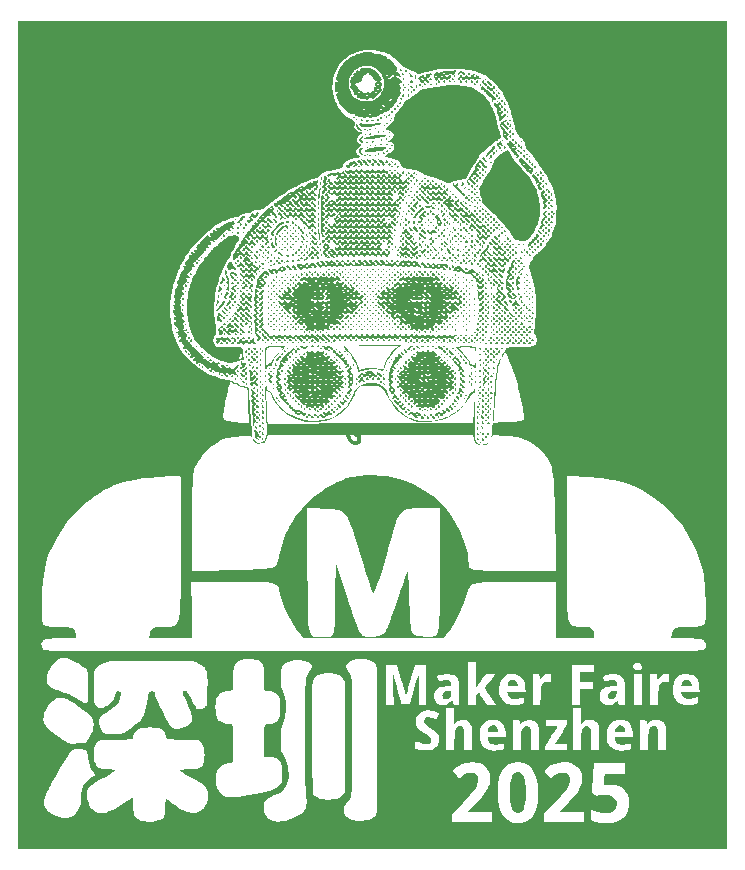
<source format=gbr>
%TF.GenerationSoftware,KiCad,Pcbnew,9.0.6*%
%TF.CreationDate,2025-11-09T23:23:57-08:00*%
%TF.ProjectId,mfzh25_token,6d667a68-3235-45f7-946f-6b656e2e6b69,rev?*%
%TF.SameCoordinates,Original*%
%TF.FileFunction,Legend,Top*%
%TF.FilePolarity,Positive*%
%FSLAX46Y46*%
G04 Gerber Fmt 4.6, Leading zero omitted, Abs format (unit mm)*
G04 Created by KiCad (PCBNEW 9.0.6) date 2025-11-09 23:23:57*
%MOMM*%
%LPD*%
G01*
G04 APERTURE LIST*
%ADD10C,0.300000*%
%ADD11C,0.000000*%
G04 APERTURE END LIST*
D10*
X70814572Y-111707932D02*
X70671715Y-111636503D01*
X70671715Y-111636503D02*
X70457429Y-111636503D01*
X70457429Y-111636503D02*
X70243143Y-111707932D01*
X70243143Y-111707932D02*
X70100286Y-111850789D01*
X70100286Y-111850789D02*
X70028857Y-111993646D01*
X70028857Y-111993646D02*
X69957429Y-112279360D01*
X69957429Y-112279360D02*
X69957429Y-112493646D01*
X69957429Y-112493646D02*
X70028857Y-112779360D01*
X70028857Y-112779360D02*
X70100286Y-112922217D01*
X70100286Y-112922217D02*
X70243143Y-113065075D01*
X70243143Y-113065075D02*
X70457429Y-113136503D01*
X70457429Y-113136503D02*
X70600286Y-113136503D01*
X70600286Y-113136503D02*
X70814572Y-113065075D01*
X70814572Y-113065075D02*
X70886000Y-112993646D01*
X70886000Y-112993646D02*
X70886000Y-112493646D01*
X70886000Y-112493646D02*
X70600286Y-112493646D01*
X71743143Y-111636503D02*
X71743143Y-111993646D01*
X71386000Y-111850789D02*
X71743143Y-111993646D01*
X71743143Y-111993646D02*
X72100286Y-111850789D01*
X71528857Y-112279360D02*
X71743143Y-111993646D01*
X71743143Y-111993646D02*
X71957429Y-112279360D01*
X72886000Y-111636503D02*
X72886000Y-111993646D01*
X72528857Y-111850789D02*
X72886000Y-111993646D01*
X72886000Y-111993646D02*
X73243143Y-111850789D01*
X72671714Y-112279360D02*
X72886000Y-111993646D01*
X72886000Y-111993646D02*
X73100286Y-112279360D01*
X74028857Y-111636503D02*
X74028857Y-111993646D01*
X73671714Y-111850789D02*
X74028857Y-111993646D01*
X74028857Y-111993646D02*
X74386000Y-111850789D01*
X73814571Y-112279360D02*
X74028857Y-111993646D01*
X74028857Y-111993646D02*
X74243143Y-112279360D01*
D11*
%TO.C,G\u002A\u002A\u002A*%
G36*
X66239936Y-103711769D02*
G01*
X66245536Y-103798584D01*
X66239936Y-103817779D01*
X66224459Y-103823106D01*
X66218548Y-103764774D01*
X66225212Y-103704576D01*
X66239936Y-103711769D01*
G37*
G36*
X73872657Y-96927128D02*
G01*
X73878258Y-97013943D01*
X73872657Y-97033138D01*
X73857180Y-97038465D01*
X73851269Y-96980133D01*
X73857933Y-96919935D01*
X73872657Y-96927128D01*
G37*
G36*
X74169485Y-95358179D02*
G01*
X74175086Y-95444995D01*
X74169485Y-95464189D01*
X74154008Y-95469516D01*
X74148097Y-95411184D01*
X74154761Y-95350986D01*
X74169485Y-95358179D01*
G37*
G36*
X55350161Y-103476557D02*
G01*
X55326583Y-103514751D01*
X55273445Y-103535624D01*
X55254511Y-103516974D01*
X55258260Y-103459537D01*
X55273748Y-103445427D01*
X55333947Y-103435537D01*
X55350161Y-103476557D01*
G37*
G36*
X59246978Y-95775072D02*
G01*
X59247878Y-95800771D01*
X59205671Y-95856768D01*
X59154860Y-95863888D01*
X59130383Y-95817556D01*
X59164525Y-95759143D01*
X59197523Y-95750416D01*
X59246978Y-95775072D01*
G37*
G36*
X60438642Y-94232483D02*
G01*
X60415064Y-94270678D01*
X60361926Y-94291551D01*
X60342992Y-94272901D01*
X60346741Y-94215463D01*
X60362229Y-94201354D01*
X60422428Y-94191464D01*
X60438642Y-94232483D01*
G37*
G36*
X60614523Y-99118001D02*
G01*
X60580382Y-99176415D01*
X60547384Y-99185141D01*
X60497928Y-99160486D01*
X60497029Y-99134786D01*
X60539236Y-99078789D01*
X60590047Y-99071669D01*
X60614523Y-99118001D01*
G37*
G36*
X60614523Y-100517333D02*
G01*
X60580382Y-100575747D01*
X60547384Y-100584473D01*
X60497928Y-100559818D01*
X60497029Y-100534118D01*
X60539236Y-100478121D01*
X60590047Y-100471001D01*
X60614523Y-100517333D01*
G37*
G36*
X60731119Y-100990765D02*
G01*
X60732018Y-101016464D01*
X60689811Y-101072461D01*
X60639000Y-101079581D01*
X60614523Y-101033249D01*
X60648665Y-100974835D01*
X60681663Y-100966109D01*
X60731119Y-100990765D01*
G37*
G36*
X61420200Y-100220505D02*
G01*
X61386058Y-100278919D01*
X61353060Y-100287645D01*
X61303604Y-100262990D01*
X61302705Y-100237290D01*
X61344912Y-100181293D01*
X61395723Y-100174173D01*
X61420200Y-100220505D01*
G37*
G36*
X62445711Y-97191435D02*
G01*
X62472227Y-97245158D01*
X62455689Y-97308219D01*
X62416694Y-97319365D01*
X62363034Y-97288935D01*
X62360579Y-97253519D01*
X62397274Y-97188385D01*
X62445711Y-97191435D01*
G37*
G36*
X62474034Y-98600096D02*
G01*
X62450456Y-98638290D01*
X62397318Y-98659164D01*
X62378384Y-98640514D01*
X62382133Y-98583076D01*
X62397621Y-98568967D01*
X62457821Y-98559077D01*
X62474034Y-98600096D01*
G37*
G36*
X62488781Y-97777328D02*
G01*
X62521759Y-97833863D01*
X62490159Y-97850250D01*
X62437896Y-97828213D01*
X62400793Y-97781397D01*
X62408027Y-97759138D01*
X62459585Y-97756700D01*
X62488781Y-97777328D01*
G37*
G36*
X62567378Y-96326152D02*
G01*
X62543479Y-96368564D01*
X62520584Y-96380116D01*
X62484408Y-96366778D01*
X62486660Y-96346193D01*
X62522337Y-96300692D01*
X62534365Y-96298488D01*
X62567378Y-96326152D01*
G37*
G36*
X62978531Y-97640848D02*
G01*
X62979430Y-97666547D01*
X62937224Y-97722545D01*
X62886412Y-97729664D01*
X62861936Y-97683332D01*
X62896078Y-97624919D01*
X62929075Y-97616193D01*
X62978531Y-97640848D01*
G37*
G36*
X62989148Y-97252225D02*
G01*
X62955006Y-97310638D01*
X62922008Y-97319365D01*
X62872553Y-97294709D01*
X62871653Y-97269010D01*
X62913860Y-97213013D01*
X62964671Y-97205893D01*
X62989148Y-97252225D01*
G37*
G36*
X63666761Y-108576604D02*
G01*
X63694107Y-108629922D01*
X63675307Y-108641234D01*
X63613156Y-108610027D01*
X63602262Y-108596009D01*
X63586389Y-108540807D01*
X63619296Y-108536278D01*
X63666761Y-108576604D01*
G37*
G36*
X63672013Y-108204634D02*
G01*
X63692887Y-108257772D01*
X63674237Y-108276706D01*
X63616799Y-108272957D01*
X63602690Y-108257469D01*
X63592800Y-108197270D01*
X63633819Y-108181056D01*
X63672013Y-108204634D01*
G37*
G36*
X63973628Y-93452826D02*
G01*
X64001614Y-93511094D01*
X63974311Y-93552499D01*
X63927161Y-93575021D01*
X63896986Y-93529468D01*
X63887273Y-93450492D01*
X63922410Y-93423174D01*
X63973628Y-93452826D01*
G37*
G36*
X65069184Y-94753922D02*
G01*
X65036336Y-94797602D01*
X65000694Y-94810977D01*
X64948687Y-94800493D01*
X64948983Y-94768573D01*
X64991195Y-94720423D01*
X65044879Y-94716390D01*
X65069184Y-94753922D01*
G37*
G36*
X65321368Y-96785781D02*
G01*
X65287226Y-96844194D01*
X65254229Y-96852921D01*
X65204773Y-96828265D01*
X65203874Y-96802566D01*
X65246080Y-96746569D01*
X65296892Y-96739449D01*
X65321368Y-96785781D01*
G37*
G36*
X65542576Y-95148986D02*
G01*
X65570562Y-95207254D01*
X65543259Y-95248659D01*
X65496109Y-95271182D01*
X65465934Y-95225628D01*
X65456222Y-95146652D01*
X65491359Y-95119334D01*
X65542576Y-95148986D01*
G37*
G36*
X65582526Y-105885985D02*
G01*
X65572211Y-105934567D01*
X65514426Y-105962290D01*
X65457849Y-105941802D01*
X65448580Y-105906176D01*
X65479064Y-105852709D01*
X65522787Y-105850642D01*
X65582526Y-105885985D01*
G37*
G36*
X66187653Y-96286551D02*
G01*
X66178509Y-96340976D01*
X66133596Y-96377225D01*
X66091367Y-96364950D01*
X66091192Y-96325514D01*
X66124642Y-96265773D01*
X66148246Y-96257025D01*
X66187653Y-96286551D01*
G37*
G36*
X67395181Y-110438605D02*
G01*
X67421691Y-110502074D01*
X67400924Y-110527125D01*
X67351005Y-110518798D01*
X67330020Y-110486668D01*
X67318313Y-110412004D01*
X67351404Y-110400388D01*
X67395181Y-110438605D01*
G37*
G36*
X68116208Y-103773605D02*
G01*
X68111011Y-103813040D01*
X68087656Y-103844960D01*
X68059944Y-103812869D01*
X68044384Y-103750442D01*
X68052180Y-103733683D01*
X68094100Y-103726720D01*
X68116208Y-103773605D01*
G37*
G36*
X68633282Y-96373916D02*
G01*
X68654155Y-96427054D01*
X68635506Y-96445988D01*
X68578068Y-96442239D01*
X68563959Y-96426751D01*
X68554069Y-96366552D01*
X68595088Y-96350338D01*
X68633282Y-96373916D01*
G37*
G36*
X69269342Y-98451713D02*
G01*
X69290215Y-98504850D01*
X69271566Y-98523784D01*
X69214128Y-98520035D01*
X69200019Y-98504547D01*
X69190129Y-98444348D01*
X69231148Y-98428135D01*
X69269342Y-98451713D01*
G37*
G36*
X70452253Y-98651557D02*
G01*
X70418111Y-98709971D01*
X70385113Y-98718697D01*
X70335658Y-98694042D01*
X70334759Y-98668342D01*
X70376965Y-98612345D01*
X70427777Y-98605225D01*
X70452253Y-98651557D01*
G37*
G36*
X70452253Y-103315998D02*
G01*
X70418111Y-103374411D01*
X70385113Y-103383138D01*
X70335658Y-103358482D01*
X70334759Y-103332783D01*
X70376965Y-103276786D01*
X70427777Y-103269666D01*
X70452253Y-103315998D01*
G37*
G36*
X70918697Y-98651557D02*
G01*
X70884555Y-98709971D01*
X70851557Y-98718697D01*
X70802102Y-98694042D01*
X70801203Y-98668342D01*
X70843409Y-98612345D01*
X70894221Y-98605225D01*
X70918697Y-98651557D01*
G37*
G36*
X70918697Y-99118001D02*
G01*
X70884555Y-99176415D01*
X70851557Y-99185141D01*
X70802102Y-99160486D01*
X70801203Y-99134786D01*
X70843409Y-99078789D01*
X70894221Y-99071669D01*
X70918697Y-99118001D01*
G37*
G36*
X70918697Y-102849554D02*
G01*
X70884555Y-102907967D01*
X70851557Y-102916694D01*
X70802102Y-102892038D01*
X70801203Y-102866339D01*
X70843409Y-102810342D01*
X70894221Y-102803222D01*
X70918697Y-102849554D01*
G37*
G36*
X70918697Y-103315998D02*
G01*
X70884555Y-103374411D01*
X70851557Y-103383138D01*
X70802102Y-103358482D01*
X70801203Y-103332783D01*
X70843409Y-103276786D01*
X70894221Y-103269666D01*
X70918697Y-103315998D01*
G37*
G36*
X71385141Y-98651557D02*
G01*
X71350999Y-98709971D01*
X71318001Y-98718697D01*
X71268546Y-98694042D01*
X71267647Y-98668342D01*
X71309853Y-98612345D01*
X71360665Y-98605225D01*
X71385141Y-98651557D01*
G37*
G36*
X71385141Y-99118001D02*
G01*
X71350999Y-99176415D01*
X71318001Y-99185141D01*
X71268546Y-99160486D01*
X71267647Y-99134786D01*
X71309853Y-99078789D01*
X71360665Y-99071669D01*
X71385141Y-99118001D01*
G37*
G36*
X71385141Y-99584445D02*
G01*
X71350999Y-99642859D01*
X71318001Y-99651585D01*
X71268546Y-99626930D01*
X71267647Y-99601230D01*
X71309853Y-99545233D01*
X71360665Y-99538113D01*
X71385141Y-99584445D01*
G37*
G36*
X71385141Y-102383110D02*
G01*
X71350999Y-102441523D01*
X71318001Y-102450249D01*
X71268546Y-102425594D01*
X71267647Y-102399895D01*
X71309853Y-102343897D01*
X71360665Y-102336778D01*
X71385141Y-102383110D01*
G37*
G36*
X71385141Y-102849554D02*
G01*
X71350999Y-102907967D01*
X71318001Y-102916694D01*
X71268546Y-102892038D01*
X71267647Y-102866339D01*
X71309853Y-102810342D01*
X71360665Y-102803222D01*
X71385141Y-102849554D01*
G37*
G36*
X71385141Y-103315998D02*
G01*
X71350999Y-103374411D01*
X71318001Y-103383138D01*
X71268546Y-103358482D01*
X71267647Y-103332783D01*
X71309853Y-103276786D01*
X71360665Y-103269666D01*
X71385141Y-103315998D01*
G37*
G36*
X71413909Y-87039909D02*
G01*
X71406505Y-87090769D01*
X71350688Y-87132685D01*
X71307432Y-87114230D01*
X71300333Y-87082331D01*
X71334475Y-87023917D01*
X71367473Y-87015191D01*
X71413909Y-87039909D01*
G37*
G36*
X71601563Y-103540194D02*
G01*
X71622436Y-103593331D01*
X71603786Y-103612265D01*
X71546348Y-103608516D01*
X71532239Y-103593028D01*
X71522349Y-103532829D01*
X71563368Y-103516615D01*
X71601563Y-103540194D01*
G37*
G36*
X71851585Y-98651557D02*
G01*
X71817443Y-98709971D01*
X71784446Y-98718697D01*
X71734990Y-98694042D01*
X71734091Y-98668342D01*
X71776297Y-98612345D01*
X71827109Y-98605225D01*
X71851585Y-98651557D01*
G37*
G36*
X71851585Y-99118001D02*
G01*
X71817443Y-99176415D01*
X71784446Y-99185141D01*
X71734990Y-99160486D01*
X71734091Y-99134786D01*
X71776297Y-99078789D01*
X71827109Y-99071669D01*
X71851585Y-99118001D01*
G37*
G36*
X71851585Y-99584445D02*
G01*
X71817443Y-99642859D01*
X71784446Y-99651585D01*
X71734990Y-99626930D01*
X71734091Y-99601230D01*
X71776297Y-99545233D01*
X71827109Y-99538113D01*
X71851585Y-99584445D01*
G37*
G36*
X71851585Y-100050889D02*
G01*
X71817443Y-100109303D01*
X71784446Y-100118029D01*
X71734990Y-100093374D01*
X71734091Y-100067674D01*
X71776297Y-100011677D01*
X71827109Y-100004557D01*
X71851585Y-100050889D01*
G37*
G36*
X71851585Y-101916666D02*
G01*
X71817443Y-101975079D01*
X71784446Y-101983805D01*
X71734990Y-101959150D01*
X71734091Y-101933451D01*
X71776297Y-101877453D01*
X71827109Y-101870334D01*
X71851585Y-101916666D01*
G37*
G36*
X71851585Y-102383110D02*
G01*
X71817443Y-102441523D01*
X71784446Y-102450249D01*
X71734990Y-102425594D01*
X71734091Y-102399895D01*
X71776297Y-102343897D01*
X71827109Y-102336778D01*
X71851585Y-102383110D01*
G37*
G36*
X71851585Y-102849554D02*
G01*
X71817443Y-102907967D01*
X71784446Y-102916694D01*
X71734990Y-102892038D01*
X71734091Y-102866339D01*
X71776297Y-102810342D01*
X71827109Y-102803222D01*
X71851585Y-102849554D01*
G37*
G36*
X71851585Y-103315998D02*
G01*
X71817443Y-103374411D01*
X71784446Y-103383138D01*
X71734990Y-103358482D01*
X71734091Y-103332783D01*
X71776297Y-103276786D01*
X71827109Y-103269666D01*
X71851585Y-103315998D01*
G37*
G36*
X72068007Y-103540194D02*
G01*
X72088880Y-103593331D01*
X72070230Y-103612265D01*
X72012792Y-103608516D01*
X71998683Y-103593028D01*
X71988793Y-103532829D01*
X72029812Y-103516615D01*
X72068007Y-103540194D01*
G37*
G36*
X72318029Y-98651557D02*
G01*
X72283888Y-98709971D01*
X72250890Y-98718697D01*
X72201434Y-98694042D01*
X72200535Y-98668342D01*
X72242741Y-98612345D01*
X72293553Y-98605225D01*
X72318029Y-98651557D01*
G37*
G36*
X72318029Y-99118001D02*
G01*
X72283888Y-99176415D01*
X72250890Y-99185141D01*
X72201434Y-99160486D01*
X72200535Y-99134786D01*
X72242741Y-99078789D01*
X72293553Y-99071669D01*
X72318029Y-99118001D01*
G37*
G36*
X72318029Y-99584445D02*
G01*
X72283888Y-99642859D01*
X72250890Y-99651585D01*
X72201434Y-99626930D01*
X72200535Y-99601230D01*
X72242741Y-99545233D01*
X72293553Y-99538113D01*
X72318029Y-99584445D01*
G37*
G36*
X72318029Y-102383110D02*
G01*
X72283888Y-102441523D01*
X72250890Y-102450249D01*
X72201434Y-102425594D01*
X72200535Y-102399895D01*
X72242741Y-102343897D01*
X72293553Y-102336778D01*
X72318029Y-102383110D01*
G37*
G36*
X72318029Y-102849554D02*
G01*
X72283888Y-102907967D01*
X72250890Y-102916694D01*
X72201434Y-102892038D01*
X72200535Y-102866339D01*
X72242741Y-102810342D01*
X72293553Y-102803222D01*
X72318029Y-102849554D01*
G37*
G36*
X72320269Y-86527545D02*
G01*
X72287421Y-86571225D01*
X72251780Y-86584600D01*
X72199772Y-86574115D01*
X72200068Y-86542196D01*
X72242280Y-86494045D01*
X72295964Y-86490013D01*
X72320269Y-86527545D01*
G37*
G36*
X72534451Y-103540194D02*
G01*
X72555324Y-103593331D01*
X72536674Y-103612265D01*
X72479236Y-103608516D01*
X72465127Y-103593028D01*
X72455237Y-103532829D01*
X72496257Y-103516615D01*
X72534451Y-103540194D01*
G37*
G36*
X72784473Y-98651557D02*
G01*
X72750332Y-98709971D01*
X72717334Y-98718697D01*
X72667878Y-98694042D01*
X72666979Y-98668342D01*
X72709186Y-98612345D01*
X72759997Y-98605225D01*
X72784473Y-98651557D01*
G37*
G36*
X72784473Y-99118001D02*
G01*
X72750332Y-99176415D01*
X72717334Y-99185141D01*
X72667878Y-99160486D01*
X72666979Y-99134786D01*
X72709186Y-99078789D01*
X72759997Y-99071669D01*
X72784473Y-99118001D01*
G37*
G36*
X73000895Y-103540194D02*
G01*
X73021768Y-103593331D01*
X73003118Y-103612265D01*
X72945680Y-103608516D01*
X72931571Y-103593028D01*
X72921681Y-103532829D01*
X72962701Y-103516615D01*
X73000895Y-103540194D01*
G37*
G36*
X73250917Y-98651557D02*
G01*
X73216776Y-98709971D01*
X73183778Y-98718697D01*
X73134322Y-98694042D01*
X73133423Y-98668342D01*
X73175630Y-98612345D01*
X73226441Y-98605225D01*
X73250917Y-98651557D01*
G37*
G36*
X73282705Y-86064554D02*
G01*
X73283604Y-86090254D01*
X73241397Y-86146251D01*
X73190586Y-86153371D01*
X73166109Y-86107039D01*
X73200251Y-86048625D01*
X73233249Y-86039899D01*
X73282705Y-86064554D01*
G37*
G36*
X73459113Y-103561585D02*
G01*
X73453916Y-103601020D01*
X73430561Y-103632940D01*
X73402849Y-103600849D01*
X73387289Y-103538422D01*
X73395085Y-103521663D01*
X73437005Y-103514700D01*
X73459113Y-103561585D01*
G37*
G36*
X73933783Y-98451713D02*
G01*
X73954656Y-98504850D01*
X73936006Y-98523784D01*
X73878569Y-98520035D01*
X73864459Y-98504547D01*
X73854569Y-98444348D01*
X73895589Y-98428135D01*
X73933783Y-98451713D01*
G37*
G36*
X74099689Y-95814450D02*
G01*
X74124151Y-95865269D01*
X74118389Y-95880558D01*
X74077454Y-95918158D01*
X74057423Y-95875333D01*
X74056594Y-95853924D01*
X74077457Y-95810250D01*
X74099689Y-95814450D01*
G37*
G36*
X74135136Y-106529645D02*
G01*
X74111558Y-106567840D01*
X74058420Y-106588713D01*
X74039486Y-106570063D01*
X74043235Y-106512625D01*
X74058723Y-106498516D01*
X74118922Y-106488626D01*
X74135136Y-106529645D01*
G37*
G36*
X74400227Y-98451713D02*
G01*
X74421100Y-98504850D01*
X74402450Y-98523784D01*
X74345013Y-98520035D01*
X74330903Y-98504547D01*
X74321013Y-98444348D01*
X74362033Y-98428135D01*
X74400227Y-98451713D01*
G37*
G36*
X74470017Y-94206123D02*
G01*
X74470916Y-94231823D01*
X74428709Y-94287820D01*
X74377898Y-94294940D01*
X74353422Y-94248608D01*
X74387563Y-94190194D01*
X74420561Y-94181468D01*
X74470017Y-94206123D01*
G37*
G36*
X74566133Y-93948674D02*
G01*
X74590595Y-93999492D01*
X74584833Y-94014782D01*
X74543898Y-94052382D01*
X74523867Y-94009557D01*
X74523038Y-93988148D01*
X74543901Y-93944473D01*
X74566133Y-93948674D01*
G37*
G36*
X74936461Y-93739679D02*
G01*
X74937360Y-93765379D01*
X74895153Y-93821376D01*
X74844342Y-93828496D01*
X74819866Y-93782164D01*
X74854007Y-93723750D01*
X74887005Y-93715024D01*
X74936461Y-93739679D01*
G37*
G36*
X75028782Y-92538570D02*
G01*
X75035066Y-92558455D01*
X75005222Y-92598122D01*
X74987362Y-92606159D01*
X74951186Y-92592821D01*
X74953438Y-92572236D01*
X74990581Y-92528282D01*
X75028782Y-92538570D01*
G37*
G36*
X75134898Y-92130959D02*
G01*
X75125754Y-92185383D01*
X75080841Y-92221633D01*
X75038612Y-92209357D01*
X75038437Y-92169922D01*
X75071888Y-92110180D01*
X75095492Y-92101432D01*
X75134898Y-92130959D01*
G37*
G36*
X75335447Y-105334733D02*
G01*
X75325133Y-105383315D01*
X75267348Y-105411038D01*
X75210770Y-105390550D01*
X75201502Y-105354924D01*
X75231985Y-105301457D01*
X75275709Y-105299390D01*
X75335447Y-105334733D01*
G37*
G36*
X75402905Y-92340347D02*
G01*
X75403804Y-92366047D01*
X75361598Y-92422044D01*
X75310786Y-92429164D01*
X75286310Y-92382832D01*
X75320451Y-92324418D01*
X75353449Y-92315692D01*
X75402905Y-92340347D01*
G37*
G36*
X76737234Y-94216098D02*
G01*
X76765220Y-94274366D01*
X76737917Y-94315771D01*
X76690767Y-94338293D01*
X76660592Y-94292740D01*
X76650879Y-94213764D01*
X76686016Y-94186446D01*
X76737234Y-94216098D01*
G37*
G36*
X76737234Y-94682542D02*
G01*
X76765220Y-94740810D01*
X76737917Y-94782215D01*
X76690767Y-94804737D01*
X76660592Y-94759184D01*
X76650879Y-94680208D01*
X76686016Y-94652890D01*
X76737234Y-94682542D01*
G37*
G36*
X77239134Y-95686810D02*
G01*
X77206286Y-95730490D01*
X77170644Y-95743865D01*
X77118637Y-95733381D01*
X77118933Y-95701461D01*
X77161145Y-95653311D01*
X77214829Y-95649278D01*
X77239134Y-95686810D01*
G37*
G36*
X77361003Y-93005014D02*
G01*
X77367286Y-93024899D01*
X77337443Y-93064566D01*
X77319582Y-93072603D01*
X77283407Y-93059265D01*
X77285659Y-93038680D01*
X77322801Y-92994726D01*
X77361003Y-93005014D01*
G37*
G36*
X77442648Y-103730981D02*
G01*
X77419070Y-103769175D01*
X77365932Y-103790048D01*
X77346998Y-103771398D01*
X77350748Y-103713961D01*
X77366236Y-103699852D01*
X77426435Y-103689961D01*
X77442648Y-103730981D01*
G37*
G36*
X78118148Y-98866949D02*
G01*
X78160065Y-98922766D01*
X78141609Y-98966022D01*
X78109710Y-98973121D01*
X78051296Y-98938979D01*
X78042570Y-98905981D01*
X78067288Y-98859545D01*
X78118148Y-98866949D01*
G37*
G36*
X78148922Y-105894494D02*
G01*
X78156042Y-105945306D01*
X78109710Y-105969782D01*
X78051296Y-105935640D01*
X78042570Y-105902642D01*
X78067226Y-105853187D01*
X78092925Y-105852288D01*
X78148922Y-105894494D01*
G37*
G36*
X78176516Y-93334399D02*
G01*
X78166201Y-93382981D01*
X78108416Y-93410704D01*
X78051839Y-93390216D01*
X78042570Y-93354590D01*
X78073054Y-93301123D01*
X78116777Y-93299056D01*
X78176516Y-93334399D01*
G37*
G36*
X78547594Y-95547227D02*
G01*
X78542397Y-95586663D01*
X78519042Y-95618582D01*
X78491330Y-95586492D01*
X78475770Y-95524065D01*
X78483566Y-95507306D01*
X78525486Y-95500342D01*
X78547594Y-95547227D01*
G37*
G36*
X78615366Y-103095830D02*
G01*
X78622486Y-103146641D01*
X78576154Y-103171118D01*
X78517741Y-103136976D01*
X78509014Y-103103978D01*
X78533670Y-103054522D01*
X78559369Y-103053623D01*
X78615366Y-103095830D01*
G37*
G36*
X78615366Y-106360938D02*
G01*
X78622486Y-106411750D01*
X78576154Y-106436226D01*
X78517741Y-106402084D01*
X78509014Y-106369086D01*
X78533670Y-106319631D01*
X78559369Y-106318732D01*
X78615366Y-106360938D01*
G37*
G36*
X79008632Y-96577133D02*
G01*
X79050549Y-96632950D01*
X79032093Y-96676205D01*
X79000194Y-96683305D01*
X78941781Y-96649163D01*
X78933054Y-96616165D01*
X78957772Y-96569728D01*
X79008632Y-96577133D01*
G37*
G36*
X79081810Y-99364277D02*
G01*
X79088930Y-99415089D01*
X79042598Y-99439565D01*
X78984185Y-99405423D01*
X78975458Y-99372425D01*
X79000114Y-99322970D01*
X79025813Y-99322071D01*
X79081810Y-99364277D01*
G37*
G36*
X79293830Y-103307850D02*
G01*
X79300950Y-103358661D01*
X79254618Y-103383138D01*
X79196205Y-103348996D01*
X79187478Y-103315998D01*
X79212134Y-103266542D01*
X79237833Y-103265643D01*
X79293830Y-103307850D01*
G37*
G36*
X79304073Y-97640848D02*
G01*
X79304973Y-97666547D01*
X79262766Y-97722545D01*
X79211955Y-97729664D01*
X79187478Y-97683332D01*
X79221620Y-97624919D01*
X79254618Y-97616193D01*
X79304073Y-97640848D01*
G37*
G36*
X79308425Y-94995755D02*
G01*
X79284846Y-95033950D01*
X79231709Y-95054823D01*
X79212775Y-95036173D01*
X79216524Y-94978735D01*
X79232012Y-94964626D01*
X79292211Y-94954736D01*
X79308425Y-94995755D01*
G37*
G36*
X79729500Y-99078969D02*
G01*
X79771417Y-99134786D01*
X79752962Y-99178042D01*
X79721062Y-99185141D01*
X79662649Y-99150999D01*
X79653922Y-99118001D01*
X79678640Y-99071565D01*
X79729500Y-99078969D01*
G37*
G36*
X79760274Y-99576297D02*
G01*
X79767394Y-99627109D01*
X79721062Y-99651585D01*
X79662649Y-99617443D01*
X79653922Y-99584445D01*
X79678578Y-99534990D01*
X79704277Y-99534091D01*
X79760274Y-99576297D01*
G37*
G36*
X79760274Y-102841406D02*
G01*
X79767394Y-102892217D01*
X79721062Y-102916694D01*
X79662649Y-102882552D01*
X79653922Y-102849554D01*
X79678578Y-102800098D01*
X79704277Y-102799199D01*
X79760274Y-102841406D01*
G37*
G36*
X79760274Y-103307850D02*
G01*
X79767394Y-103358661D01*
X79721062Y-103383138D01*
X79662649Y-103348996D01*
X79653922Y-103315998D01*
X79678578Y-103266542D01*
X79704277Y-103265643D01*
X79760274Y-103307850D01*
G37*
G36*
X80014698Y-100297165D02*
G01*
X80021818Y-100347977D01*
X79975486Y-100372453D01*
X79917073Y-100338311D01*
X79908346Y-100305313D01*
X79933002Y-100255858D01*
X79958701Y-100254959D01*
X80014698Y-100297165D01*
G37*
G36*
X80014698Y-100763609D02*
G01*
X80021818Y-100814421D01*
X79975486Y-100838897D01*
X79917073Y-100804755D01*
X79908346Y-100771758D01*
X79933002Y-100722302D01*
X79958701Y-100721403D01*
X80014698Y-100763609D01*
G37*
G36*
X80014698Y-101230053D02*
G01*
X80021818Y-101280865D01*
X79975486Y-101305341D01*
X79917073Y-101271200D01*
X79908346Y-101238202D01*
X79933002Y-101188746D01*
X79958701Y-101187847D01*
X80014698Y-101230053D01*
G37*
G36*
X80014698Y-101696498D02*
G01*
X80021818Y-101747309D01*
X79975486Y-101771785D01*
X79917073Y-101737644D01*
X79908346Y-101704646D01*
X79933002Y-101655190D01*
X79958701Y-101654291D01*
X80014698Y-101696498D01*
G37*
G36*
X80226719Y-99576297D02*
G01*
X80233838Y-99627109D01*
X80187506Y-99651585D01*
X80129093Y-99617443D01*
X80120367Y-99584445D01*
X80145022Y-99534990D01*
X80170721Y-99534091D01*
X80226719Y-99576297D01*
G37*
G36*
X80226719Y-102841406D02*
G01*
X80233838Y-102892217D01*
X80187506Y-102916694D01*
X80129093Y-102882552D01*
X80120367Y-102849554D01*
X80145022Y-102800098D01*
X80170721Y-102799199D01*
X80226719Y-102841406D01*
G37*
G36*
X80226719Y-103307850D02*
G01*
X80233838Y-103358661D01*
X80187506Y-103383138D01*
X80129093Y-103348996D01*
X80120367Y-103315998D01*
X80145022Y-103266542D01*
X80170721Y-103265643D01*
X80226719Y-103307850D01*
G37*
G36*
X80254312Y-82733397D02*
G01*
X80243997Y-82781979D01*
X80186212Y-82809703D01*
X80129635Y-82789215D01*
X80120367Y-82753588D01*
X80150850Y-82700121D01*
X80194574Y-82698055D01*
X80254312Y-82733397D01*
G37*
G36*
X80438739Y-106827382D02*
G01*
X80445858Y-106878194D01*
X80399526Y-106902670D01*
X80341113Y-106868528D01*
X80332387Y-106835530D01*
X80357042Y-106786075D01*
X80382741Y-106785176D01*
X80438739Y-106827382D01*
G37*
G36*
X80455774Y-93342219D02*
G01*
X80450577Y-93381654D01*
X80427222Y-93413574D01*
X80399510Y-93381483D01*
X80383950Y-93319057D01*
X80391746Y-93302297D01*
X80433666Y-93295334D01*
X80455774Y-93342219D01*
G37*
G36*
X80481143Y-99830721D02*
G01*
X80488262Y-99881533D01*
X80441930Y-99906009D01*
X80383517Y-99871867D01*
X80374791Y-99838869D01*
X80399446Y-99789414D01*
X80425145Y-99788515D01*
X80481143Y-99830721D01*
G37*
G36*
X80625390Y-95462419D02*
G01*
X80620193Y-95501855D01*
X80596838Y-95533774D01*
X80569126Y-95501684D01*
X80553566Y-95439257D01*
X80561362Y-95422498D01*
X80603282Y-95415534D01*
X80625390Y-95462419D01*
G37*
G36*
X80693163Y-100975629D02*
G01*
X80700282Y-101026441D01*
X80653950Y-101050917D01*
X80595537Y-101016775D01*
X80586811Y-100983778D01*
X80611466Y-100934322D01*
X80637165Y-100933423D01*
X80693163Y-100975629D01*
G37*
G36*
X80693163Y-101442073D02*
G01*
X80700282Y-101492885D01*
X80653950Y-101517361D01*
X80595537Y-101483220D01*
X80586811Y-101450222D01*
X80611466Y-101400766D01*
X80637165Y-101399867D01*
X80693163Y-101442073D01*
G37*
G36*
X80693163Y-101908518D02*
G01*
X80700282Y-101959329D01*
X80653950Y-101983805D01*
X80595537Y-101949664D01*
X80586811Y-101916666D01*
X80611466Y-101867210D01*
X80637165Y-101866311D01*
X80693163Y-101908518D01*
G37*
G36*
X80693163Y-102374962D02*
G01*
X80700282Y-102425773D01*
X80653950Y-102450249D01*
X80595537Y-102416108D01*
X80586811Y-102383110D01*
X80611466Y-102333654D01*
X80637165Y-102332755D01*
X80693163Y-102374962D01*
G37*
G36*
X80986651Y-109134965D02*
G01*
X80977507Y-109189390D01*
X80932594Y-109225639D01*
X80890365Y-109213364D01*
X80890190Y-109173928D01*
X80923641Y-109114187D01*
X80947245Y-109105439D01*
X80986651Y-109134965D01*
G37*
G36*
X81089393Y-110770046D02*
G01*
X81065815Y-110808240D01*
X81012677Y-110829113D01*
X80993743Y-110810464D01*
X80997492Y-110753026D01*
X81012980Y-110738917D01*
X81073179Y-110729027D01*
X81089393Y-110770046D01*
G37*
G36*
X81144796Y-109363114D02*
G01*
X81134481Y-109411696D01*
X81076696Y-109439419D01*
X81020119Y-109418931D01*
X81010851Y-109383305D01*
X81041334Y-109329838D01*
X81085058Y-109327771D01*
X81144796Y-109363114D01*
G37*
G36*
X81555837Y-108437826D02*
G01*
X81532259Y-108476020D01*
X81479121Y-108496893D01*
X81460187Y-108478243D01*
X81463936Y-108420805D01*
X81479424Y-108406696D01*
X81539624Y-108396806D01*
X81555837Y-108437826D01*
G37*
G36*
X82077684Y-109829558D02*
G01*
X82067370Y-109878140D01*
X82009585Y-109905863D01*
X81953007Y-109885375D01*
X81943739Y-109849749D01*
X81974222Y-109796282D01*
X82017946Y-109794215D01*
X82077684Y-109829558D01*
G37*
G36*
X82115625Y-107096769D02*
G01*
X82091727Y-107139181D01*
X82068831Y-107150734D01*
X82032655Y-107137396D01*
X82034907Y-107116810D01*
X82070584Y-107071310D01*
X82082612Y-107069106D01*
X82115625Y-107096769D01*
G37*
G36*
X82321551Y-100338880D02*
G01*
X82316353Y-100378315D01*
X82292998Y-100410235D01*
X82265286Y-100378144D01*
X82249727Y-100315718D01*
X82257523Y-100298959D01*
X82299442Y-100291995D01*
X82321551Y-100338880D01*
G37*
G36*
X83039977Y-87532650D02*
G01*
X83016399Y-87570845D01*
X82963261Y-87591718D01*
X82944327Y-87573068D01*
X82948076Y-87515630D01*
X82963564Y-87501521D01*
X83023764Y-87491631D01*
X83039977Y-87532650D01*
G37*
G36*
X83894323Y-86524011D02*
G01*
X83860181Y-86582425D01*
X83827183Y-86591151D01*
X83777728Y-86566496D01*
X83776829Y-86540796D01*
X83819035Y-86484799D01*
X83869847Y-86477679D01*
X83894323Y-86524011D01*
G37*
G36*
X84412359Y-96293894D02*
G01*
X84440345Y-96352162D01*
X84413042Y-96393567D01*
X84365892Y-96416090D01*
X84335717Y-96370536D01*
X84326005Y-96291560D01*
X84361142Y-96264242D01*
X84412359Y-96293894D01*
G37*
G36*
X84484155Y-100974940D02*
G01*
X84478958Y-101014375D01*
X84455603Y-101046295D01*
X84427891Y-101014204D01*
X84412331Y-100951778D01*
X84420127Y-100935019D01*
X84462047Y-100928055D01*
X84484155Y-100974940D01*
G37*
G36*
X84867672Y-97273329D02*
G01*
X84892664Y-97344542D01*
X84869776Y-97361769D01*
X84817103Y-97327772D01*
X84799440Y-97296334D01*
X84787932Y-97222720D01*
X84818036Y-97212856D01*
X84867672Y-97273329D01*
G37*
G36*
X84878803Y-99092559D02*
G01*
X84906789Y-99150827D01*
X84879486Y-99192232D01*
X84832336Y-99214754D01*
X84802161Y-99169201D01*
X84792449Y-99090225D01*
X84827586Y-99062907D01*
X84878803Y-99092559D01*
G37*
G36*
X85120215Y-101229364D02*
G01*
X85115018Y-101268799D01*
X85091663Y-101300719D01*
X85063951Y-101268628D01*
X85048391Y-101206202D01*
X85056187Y-101189443D01*
X85098107Y-101182479D01*
X85120215Y-101229364D01*
G37*
G36*
X85124039Y-88686616D02*
G01*
X85089898Y-88745029D01*
X85056900Y-88753755D01*
X85007444Y-88729100D01*
X85006545Y-88703401D01*
X85048751Y-88647403D01*
X85099563Y-88640283D01*
X85124039Y-88686616D01*
G37*
G36*
X85586659Y-101695808D02*
G01*
X85581462Y-101735244D01*
X85558107Y-101767163D01*
X85530395Y-101735073D01*
X85514835Y-101672646D01*
X85522631Y-101655887D01*
X85564551Y-101648923D01*
X85586659Y-101695808D01*
G37*
G36*
X55981435Y-101378473D02*
G01*
X55992487Y-101453755D01*
X55976424Y-101541862D01*
X55928490Y-101551426D01*
X55874764Y-101509889D01*
X55847799Y-101446586D01*
X55871476Y-101403879D01*
X55939010Y-101351209D01*
X55981435Y-101378473D01*
G37*
G36*
X56197119Y-103077849D02*
G01*
X56204507Y-103107512D01*
X56170564Y-103163729D01*
X56140901Y-103171118D01*
X56084683Y-103137175D01*
X56077295Y-103107512D01*
X56111238Y-103051294D01*
X56140901Y-103043906D01*
X56197119Y-103077849D01*
G37*
G36*
X56203275Y-100319913D02*
G01*
X56204507Y-100330049D01*
X56172238Y-100371221D01*
X56162103Y-100372453D01*
X56120931Y-100340185D01*
X56119699Y-100330049D01*
X56151967Y-100288877D01*
X56162103Y-100287645D01*
X56203275Y-100319913D01*
G37*
G36*
X56435356Y-103779614D02*
G01*
X56458931Y-103832916D01*
X56435489Y-103886562D01*
X56378723Y-103874175D01*
X56337279Y-103835079D01*
X56308982Y-103774638D01*
X56315030Y-103753193D01*
X56373590Y-103742227D01*
X56435356Y-103779614D01*
G37*
G36*
X57130145Y-104990142D02*
G01*
X57137395Y-105020229D01*
X57111002Y-105074770D01*
X57052224Y-105062995D01*
X57038452Y-105051029D01*
X57009007Y-104988739D01*
X57027847Y-104940272D01*
X57073789Y-104936751D01*
X57130145Y-104990142D01*
G37*
G36*
X57386102Y-106532390D02*
G01*
X57380928Y-106591922D01*
X57363402Y-106646353D01*
X57341953Y-106621299D01*
X57329537Y-106593412D01*
X57313878Y-106518647D01*
X57322974Y-106490936D01*
X57364900Y-106481513D01*
X57386102Y-106532390D01*
G37*
G36*
X57579839Y-97357241D02*
G01*
X57589808Y-97429361D01*
X57582637Y-97446577D01*
X57533761Y-97484540D01*
X57486800Y-97480396D01*
X57477276Y-97457178D01*
X57498565Y-97386943D01*
X57541789Y-97345543D01*
X57579839Y-97357241D01*
G37*
G36*
X57596451Y-105452473D02*
G01*
X57603839Y-105482136D01*
X57578009Y-105540538D01*
X57519364Y-105530010D01*
X57504896Y-105517473D01*
X57477886Y-105455407D01*
X57522020Y-105419952D01*
X57540233Y-105418530D01*
X57596451Y-105452473D01*
G37*
G36*
X57610017Y-106681332D02*
G01*
X57646243Y-106733054D01*
X57666247Y-106802238D01*
X57633645Y-106813572D01*
X57569916Y-106766977D01*
X57523268Y-106697101D01*
X57535681Y-106653426D01*
X57559943Y-106648246D01*
X57610017Y-106681332D01*
G37*
G36*
X59249644Y-100492777D02*
G01*
X59257595Y-100542069D01*
X59239838Y-100610974D01*
X59215191Y-100626877D01*
X59180739Y-100591362D01*
X59172787Y-100542069D01*
X59190545Y-100473164D01*
X59215191Y-100457261D01*
X59249644Y-100492777D01*
G37*
G36*
X59292930Y-107445516D02*
G01*
X59299999Y-107475124D01*
X59284198Y-107527578D01*
X59224115Y-107525492D01*
X59183124Y-107510559D01*
X59149615Y-107470932D01*
X59177544Y-107428158D01*
X59238896Y-107411518D01*
X59292930Y-107445516D01*
G37*
G36*
X59504863Y-99800366D02*
G01*
X59512019Y-99818698D01*
X59483962Y-99874070D01*
X59429578Y-99887331D01*
X59411924Y-99876587D01*
X59386128Y-99815033D01*
X59431515Y-99780028D01*
X59448413Y-99778797D01*
X59504863Y-99800366D01*
G37*
G36*
X59740762Y-102804020D02*
G01*
X59792657Y-102849245D01*
X59789929Y-102912999D01*
X59724610Y-102956714D01*
X59652474Y-102935575D01*
X59623281Y-102893886D01*
X59633418Y-102824839D01*
X59663998Y-102803448D01*
X59740762Y-102804020D01*
G37*
G36*
X59747099Y-106564980D02*
G01*
X59804142Y-106634911D01*
X59781089Y-106678551D01*
X59702837Y-106690650D01*
X59618754Y-106669359D01*
X59596827Y-106629547D01*
X59626688Y-106553330D01*
X59696722Y-106538321D01*
X59747099Y-106564980D01*
G37*
G36*
X59933718Y-102082118D02*
G01*
X59936059Y-102107484D01*
X59909122Y-102180379D01*
X59869344Y-102195825D01*
X59818396Y-102164033D01*
X59816339Y-102125132D01*
X59851750Y-102054449D01*
X59900746Y-102038656D01*
X59933718Y-102082118D01*
G37*
G36*
X60141254Y-107433274D02*
G01*
X60141528Y-107477328D01*
X60100859Y-107551695D01*
X60069823Y-107571903D01*
X60027692Y-107559378D01*
X60027419Y-107515325D01*
X60068087Y-107440957D01*
X60099124Y-107420750D01*
X60141254Y-107433274D01*
G37*
G36*
X60185994Y-95318355D02*
G01*
X60190483Y-95347578D01*
X60164442Y-95406059D01*
X60105896Y-95395581D01*
X60092694Y-95384068D01*
X60084118Y-95331209D01*
X60127096Y-95288350D01*
X60150582Y-95283972D01*
X60185994Y-95318355D01*
G37*
G36*
X60221093Y-101395316D02*
G01*
X60250421Y-101468400D01*
X60222437Y-101536111D01*
X60164745Y-101559765D01*
X60118557Y-101522932D01*
X60105675Y-101453755D01*
X60121891Y-101365566D01*
X60169841Y-101355818D01*
X60221093Y-101395316D01*
G37*
G36*
X60224566Y-102303582D02*
G01*
X60225855Y-102367998D01*
X60192686Y-102451706D01*
X60155112Y-102483454D01*
X60113997Y-102469704D01*
X60112708Y-102405289D01*
X60145877Y-102321581D01*
X60183451Y-102289833D01*
X60224566Y-102303582D01*
G37*
G36*
X60407649Y-107652242D02*
G01*
X60462793Y-107729682D01*
X60468753Y-107788877D01*
X60406268Y-107834046D01*
X60345965Y-107807289D01*
X60324404Y-107747255D01*
X60317695Y-107670654D01*
X60317695Y-107562288D01*
X60407649Y-107652242D01*
G37*
G36*
X60455408Y-97863447D02*
G01*
X60484255Y-97940616D01*
X60480180Y-97998020D01*
X60445976Y-98016286D01*
X60412574Y-97990938D01*
X60367795Y-97917924D01*
X60366471Y-97852773D01*
X60403834Y-97828213D01*
X60455408Y-97863447D01*
G37*
G36*
X60483060Y-101678985D02*
G01*
X60487311Y-101708179D01*
X60454050Y-101764413D01*
X60425036Y-101771785D01*
X60382257Y-101743690D01*
X60387169Y-101708179D01*
X60428792Y-101652067D01*
X60449444Y-101644573D01*
X60483060Y-101678985D01*
G37*
G36*
X60639047Y-107465086D02*
G01*
X60656927Y-107541233D01*
X60636951Y-107612609D01*
X60583772Y-107609752D01*
X60528224Y-107558135D01*
X60497473Y-107486498D01*
X60519337Y-107447339D01*
X60585329Y-107422517D01*
X60639047Y-107465086D01*
G37*
G36*
X60649453Y-95319510D02*
G01*
X60656927Y-95368780D01*
X60634552Y-95440936D01*
X60584764Y-95446612D01*
X60550917Y-95411184D01*
X60545704Y-95341015D01*
X60592127Y-95289081D01*
X60617026Y-95283972D01*
X60649453Y-95319510D01*
G37*
G36*
X60650451Y-99555287D02*
G01*
X60656927Y-99616248D01*
X60635749Y-99684424D01*
X60581422Y-99679752D01*
X60534385Y-99636009D01*
X60510492Y-99572825D01*
X60543695Y-99530367D01*
X60611345Y-99504704D01*
X60650451Y-99555287D01*
G37*
G36*
X60652646Y-100029275D02*
G01*
X60656927Y-100051314D01*
X60621258Y-100106364D01*
X60568586Y-100118029D01*
X60503959Y-100097771D01*
X60497893Y-100065024D01*
X60543520Y-100012224D01*
X60607639Y-99999227D01*
X60652646Y-100029275D01*
G37*
G36*
X60928790Y-99799076D02*
G01*
X60932553Y-99821201D01*
X60899115Y-99884871D01*
X60879548Y-99895408D01*
X60836990Y-99875728D01*
X60826543Y-99821201D01*
X60846082Y-99753946D01*
X60879548Y-99746994D01*
X60928790Y-99799076D01*
G37*
G36*
X61079754Y-95314407D02*
G01*
X61080968Y-95323874D01*
X61050144Y-95381303D01*
X61038564Y-95389982D01*
X61002261Y-95380369D01*
X60996159Y-95350081D01*
X61018299Y-95292063D01*
X61038564Y-95283972D01*
X61079754Y-95314407D01*
G37*
G36*
X61314190Y-103876651D02*
G01*
X61370302Y-103918274D01*
X61377796Y-103938926D01*
X61343383Y-103972542D01*
X61314190Y-103976794D01*
X61257956Y-103943532D01*
X61250584Y-103914519D01*
X61278679Y-103871739D01*
X61314190Y-103876651D01*
G37*
G36*
X61340538Y-105786466D02*
G01*
X61397921Y-105874387D01*
X61388409Y-105941819D01*
X61314994Y-105969753D01*
X61311687Y-105969782D01*
X61264079Y-105931085D01*
X61250584Y-105833147D01*
X61250584Y-105696512D01*
X61340538Y-105786466D01*
G37*
G36*
X61621113Y-103233930D02*
G01*
X61666071Y-103300131D01*
X61660383Y-103359085D01*
X61611383Y-103419815D01*
X61553097Y-103403411D01*
X61508864Y-103330133D01*
X61495399Y-103251357D01*
X61535936Y-103220146D01*
X61621113Y-103233930D01*
G37*
G36*
X61754648Y-102145363D02*
G01*
X61759432Y-102174623D01*
X61736535Y-102231053D01*
X61717028Y-102238229D01*
X61679408Y-102203884D01*
X61674624Y-102174623D01*
X61697521Y-102118193D01*
X61717028Y-102111017D01*
X61754648Y-102145363D01*
G37*
G36*
X61780634Y-103876651D02*
G01*
X61836746Y-103918274D01*
X61844240Y-103938926D01*
X61809828Y-103972542D01*
X61780634Y-103976794D01*
X61724400Y-103943532D01*
X61717028Y-103914519D01*
X61745123Y-103871739D01*
X61780634Y-103876651D01*
G37*
G36*
X61999970Y-96794764D02*
G01*
X62005728Y-96807336D01*
X61985259Y-96846002D01*
X61950250Y-96852921D01*
X61897475Y-96831405D01*
X61894771Y-96807336D01*
X61938548Y-96763526D01*
X61950250Y-96761752D01*
X61999970Y-96794764D01*
G37*
G36*
X62045191Y-108423173D02*
G01*
X62056260Y-108468509D01*
X62028322Y-108541005D01*
X61968342Y-108556426D01*
X61900761Y-108533578D01*
X61894622Y-108482706D01*
X61934041Y-108414075D01*
X61995160Y-108393270D01*
X62045191Y-108423173D01*
G37*
G36*
X62221864Y-98746402D02*
G01*
X62224527Y-98814106D01*
X62208498Y-98903265D01*
X62168280Y-98931985D01*
X62123727Y-98894560D01*
X62128919Y-98836814D01*
X62162279Y-98777949D01*
X62205938Y-98727382D01*
X62221864Y-98746402D01*
G37*
G36*
X62472912Y-110752974D02*
G01*
X62480300Y-110782637D01*
X62446357Y-110838855D01*
X62416694Y-110846243D01*
X62360476Y-110812300D01*
X62353088Y-110782637D01*
X62387031Y-110726419D01*
X62416694Y-110719031D01*
X62472912Y-110752974D01*
G37*
G36*
X62544429Y-108387244D02*
G01*
X62584870Y-108446486D01*
X62560438Y-108498446D01*
X62508367Y-108549640D01*
X62485181Y-108529797D01*
X62480300Y-108445224D01*
X62487383Y-108370555D01*
X62517956Y-108367516D01*
X62544429Y-108387244D01*
G37*
G36*
X62546286Y-106056566D02*
G01*
X62585138Y-106115348D01*
X62560438Y-106166226D01*
X62492842Y-106219964D01*
X62444981Y-106191426D01*
X62425620Y-106139440D01*
X62427681Y-106052584D01*
X62478900Y-106024269D01*
X62546286Y-106056566D01*
G37*
G36*
X62546286Y-106523010D02*
G01*
X62585138Y-106581792D01*
X62560438Y-106632670D01*
X62492842Y-106686408D01*
X62444981Y-106657870D01*
X62425620Y-106605884D01*
X62427681Y-106519028D01*
X62478900Y-106490713D01*
X62546286Y-106523010D01*
G37*
G36*
X62546286Y-106989454D02*
G01*
X62585138Y-107048236D01*
X62560438Y-107099114D01*
X62492842Y-107152852D01*
X62444981Y-107124314D01*
X62425620Y-107072328D01*
X62427681Y-106985472D01*
X62478900Y-106957157D01*
X62546286Y-106989454D01*
G37*
G36*
X62548146Y-105138663D02*
G01*
X62549952Y-105223438D01*
X62529724Y-105258855D01*
X62483505Y-105276437D01*
X62454857Y-105231952D01*
X62453052Y-105147178D01*
X62473279Y-105111761D01*
X62519499Y-105094179D01*
X62548146Y-105138663D01*
G37*
G36*
X62556787Y-105568691D02*
G01*
X62558075Y-105633106D01*
X62524907Y-105716814D01*
X62487333Y-105748563D01*
X62446217Y-105734813D01*
X62444929Y-105670397D01*
X62478097Y-105586690D01*
X62515671Y-105554941D01*
X62556787Y-105568691D01*
G37*
G36*
X62569694Y-109371603D02*
G01*
X62571468Y-109383305D01*
X62538456Y-109433025D01*
X62525884Y-109438783D01*
X62487218Y-109418314D01*
X62480300Y-109383305D01*
X62501816Y-109330530D01*
X62525884Y-109327826D01*
X62569694Y-109371603D01*
G37*
G36*
X62576321Y-108878602D02*
G01*
X62586104Y-108935852D01*
X62556301Y-109000430D01*
X62518167Y-109022870D01*
X62487388Y-108987315D01*
X62480300Y-108938062D01*
X62501465Y-108864450D01*
X62553209Y-108860487D01*
X62576321Y-108878602D01*
G37*
G36*
X62601884Y-109805669D02*
G01*
X62599561Y-109831197D01*
X62545874Y-109895460D01*
X62525354Y-109905404D01*
X62485928Y-109893828D01*
X62488250Y-109868300D01*
X62541938Y-109804037D01*
X62562457Y-109794093D01*
X62601884Y-109805669D01*
G37*
G36*
X62686887Y-108637689D02*
G01*
X62729693Y-108693337D01*
X62729291Y-108719779D01*
X62687231Y-108742763D01*
X62655348Y-108729588D01*
X62612542Y-108673939D01*
X62612944Y-108647497D01*
X62655004Y-108624514D01*
X62686887Y-108637689D01*
G37*
G36*
X62691088Y-107740615D02*
G01*
X62692320Y-107750750D01*
X62660051Y-107791922D01*
X62649916Y-107793154D01*
X62608744Y-107760886D01*
X62607512Y-107750750D01*
X62639780Y-107709578D01*
X62649916Y-107708346D01*
X62691088Y-107740615D01*
G37*
G36*
X62691088Y-108207059D02*
G01*
X62692320Y-108217194D01*
X62660051Y-108258366D01*
X62649916Y-108259598D01*
X62608744Y-108227330D01*
X62607512Y-108217194D01*
X62639780Y-108176023D01*
X62649916Y-108174790D01*
X62691088Y-108207059D01*
G37*
G36*
X62698812Y-97348594D02*
G01*
X62734724Y-97382971D01*
X62770146Y-97445305D01*
X62768011Y-97469828D01*
X62728232Y-97459751D01*
X62692320Y-97425375D01*
X62656898Y-97363040D01*
X62659033Y-97338517D01*
X62698812Y-97348594D01*
G37*
G36*
X62714045Y-112754857D02*
G01*
X62754486Y-112814099D01*
X62730055Y-112866059D01*
X62677983Y-112917252D01*
X62654797Y-112897409D01*
X62649916Y-112812837D01*
X62656999Y-112738168D01*
X62687572Y-112735128D01*
X62714045Y-112754857D01*
G37*
G36*
X62739870Y-111383795D02*
G01*
X62795013Y-111461234D01*
X62800973Y-111520430D01*
X62738488Y-111565599D01*
X62678185Y-111538842D01*
X62656624Y-111478807D01*
X62649916Y-111402206D01*
X62649916Y-111293841D01*
X62739870Y-111383795D01*
G37*
G36*
X62764881Y-98386809D02*
G01*
X62749648Y-98411752D01*
X62734724Y-98421869D01*
X62646974Y-98461326D01*
X62608824Y-98436069D01*
X62607512Y-98421869D01*
X62643426Y-98389024D01*
X62702921Y-98380114D01*
X62764881Y-98386809D01*
G37*
G36*
X62800252Y-97930643D02*
G01*
X62811553Y-97986741D01*
X62764548Y-98057348D01*
X62684889Y-98070971D01*
X62614581Y-98027549D01*
X62587198Y-97960150D01*
X62638183Y-97921618D01*
X62723698Y-97913021D01*
X62800252Y-97930643D01*
G37*
G36*
X62813904Y-97042063D02*
G01*
X62811581Y-97067591D01*
X62757894Y-97131854D01*
X62737374Y-97141798D01*
X62697948Y-97130222D01*
X62700271Y-97104694D01*
X62753958Y-97040431D01*
X62774478Y-97030487D01*
X62813904Y-97042063D01*
G37*
G36*
X62975262Y-107098938D02*
G01*
X62981020Y-107111510D01*
X62960551Y-107150176D01*
X62925542Y-107157094D01*
X62872767Y-107135578D01*
X62870063Y-107111510D01*
X62913840Y-107067700D01*
X62925542Y-107065926D01*
X62975262Y-107098938D01*
G37*
G36*
X62978620Y-107447807D02*
G01*
X62989148Y-107517528D01*
X62974632Y-107597219D01*
X62946744Y-107623538D01*
X62914868Y-107587250D01*
X62904340Y-107517528D01*
X62918855Y-107437838D01*
X62946744Y-107411518D01*
X62978620Y-107447807D01*
G37*
G36*
X62982060Y-107913518D02*
G01*
X62989148Y-107962770D01*
X62967983Y-108036383D01*
X62916238Y-108040346D01*
X62893127Y-108022231D01*
X62883343Y-107964980D01*
X62913147Y-107900403D01*
X62951281Y-107877962D01*
X62982060Y-107913518D01*
G37*
G36*
X63015811Y-96794627D02*
G01*
X63031552Y-96831719D01*
X63000052Y-96885112D01*
X62933079Y-96892129D01*
X62890205Y-96867055D01*
X62863038Y-96806541D01*
X62910876Y-96771414D01*
X62946744Y-96768113D01*
X63015811Y-96794627D01*
G37*
G36*
X63015811Y-104639368D02*
G01*
X63031552Y-104676460D01*
X63000052Y-104729853D01*
X62933079Y-104736871D01*
X62890205Y-104711796D01*
X62863038Y-104651282D01*
X62910876Y-104616155D01*
X62946744Y-104612854D01*
X63015811Y-104639368D01*
G37*
G36*
X63222434Y-97882854D02*
G01*
X63232971Y-97902420D01*
X63213290Y-97944978D01*
X63158764Y-97955425D01*
X63091508Y-97935886D01*
X63084557Y-97902420D01*
X63136639Y-97853178D01*
X63158764Y-97849415D01*
X63222434Y-97882854D01*
G37*
G36*
X63226610Y-103060867D02*
G01*
X63228416Y-103145641D01*
X63208188Y-103181059D01*
X63161969Y-103198640D01*
X63133321Y-103154156D01*
X63131516Y-103069382D01*
X63151743Y-103033965D01*
X63197963Y-103016383D01*
X63226610Y-103060867D01*
G37*
G36*
X63236213Y-99811457D02*
G01*
X63243572Y-99839900D01*
X63220097Y-99909308D01*
X63169999Y-99932899D01*
X63143476Y-99918991D01*
X63115915Y-99851577D01*
X63141258Y-99792654D01*
X63179966Y-99778797D01*
X63236213Y-99811457D01*
G37*
G36*
X63236213Y-100277901D02*
G01*
X63243572Y-100306345D01*
X63220097Y-100375752D01*
X63169999Y-100399344D01*
X63143476Y-100385435D01*
X63115915Y-100318021D01*
X63141258Y-100259098D01*
X63179966Y-100245241D01*
X63236213Y-100277901D01*
G37*
G36*
X63236213Y-100744346D02*
G01*
X63243572Y-100772789D01*
X63220097Y-100842196D01*
X63169999Y-100865788D01*
X63143476Y-100851879D01*
X63115915Y-100784465D01*
X63141258Y-100725542D01*
X63179966Y-100711685D01*
X63236213Y-100744346D01*
G37*
G36*
X63236213Y-101210790D02*
G01*
X63243572Y-101239233D01*
X63220097Y-101308640D01*
X63169999Y-101332232D01*
X63143476Y-101318323D01*
X63115915Y-101250909D01*
X63141258Y-101191986D01*
X63179966Y-101178129D01*
X63236213Y-101210790D01*
G37*
G36*
X63236213Y-101677234D02*
G01*
X63243572Y-101705677D01*
X63220097Y-101775084D01*
X63169999Y-101798676D01*
X63143476Y-101784767D01*
X63115915Y-101717353D01*
X63141258Y-101658430D01*
X63179966Y-101644573D01*
X63236213Y-101677234D01*
G37*
G36*
X63236213Y-102143678D02*
G01*
X63243572Y-102172121D01*
X63220097Y-102241528D01*
X63169999Y-102265120D01*
X63143476Y-102251211D01*
X63115915Y-102183797D01*
X63141258Y-102124874D01*
X63179966Y-102111017D01*
X63236213Y-102143678D01*
G37*
G36*
X63236213Y-102610122D02*
G01*
X63243572Y-102638565D01*
X63220097Y-102707972D01*
X63169999Y-102731564D01*
X63143476Y-102717655D01*
X63115915Y-102650241D01*
X63141258Y-102591318D01*
X63179966Y-102577461D01*
X63236213Y-102610122D01*
G37*
G36*
X63284762Y-106805893D02*
G01*
X63285976Y-106815360D01*
X63255152Y-106872789D01*
X63243572Y-106881468D01*
X63207270Y-106871855D01*
X63201168Y-106841567D01*
X63223307Y-106783549D01*
X63243572Y-106775458D01*
X63284762Y-106805893D01*
G37*
G36*
X63383307Y-96798936D02*
G01*
X63391986Y-96810517D01*
X63382373Y-96846819D01*
X63352084Y-96852921D01*
X63294067Y-96830781D01*
X63285976Y-96810517D01*
X63316410Y-96769326D01*
X63325877Y-96768113D01*
X63383307Y-96798936D01*
G37*
G36*
X63447640Y-99559888D02*
G01*
X63455592Y-99609181D01*
X63437834Y-99678086D01*
X63413188Y-99693989D01*
X63378735Y-99658474D01*
X63370784Y-99609181D01*
X63388542Y-99540276D01*
X63413188Y-99524373D01*
X63447640Y-99559888D01*
G37*
G36*
X63447640Y-100026332D02*
G01*
X63455592Y-100075625D01*
X63437834Y-100144530D01*
X63413188Y-100160433D01*
X63378735Y-100124918D01*
X63370784Y-100075625D01*
X63388542Y-100006720D01*
X63413188Y-99990817D01*
X63447640Y-100026332D01*
G37*
G36*
X63447640Y-100492777D02*
G01*
X63455592Y-100542069D01*
X63437834Y-100610974D01*
X63413188Y-100626877D01*
X63378735Y-100591362D01*
X63370784Y-100542069D01*
X63388542Y-100473164D01*
X63413188Y-100457261D01*
X63447640Y-100492777D01*
G37*
G36*
X63447640Y-101425665D02*
G01*
X63455592Y-101474957D01*
X63437834Y-101543862D01*
X63413188Y-101559765D01*
X63378735Y-101524250D01*
X63370784Y-101474957D01*
X63388542Y-101406052D01*
X63413188Y-101390149D01*
X63447640Y-101425665D01*
G37*
G36*
X63447640Y-101892109D02*
G01*
X63455592Y-101941401D01*
X63437834Y-102010306D01*
X63413188Y-102026209D01*
X63378735Y-101990694D01*
X63370784Y-101941401D01*
X63388542Y-101872496D01*
X63413188Y-101856593D01*
X63447640Y-101892109D01*
G37*
G36*
X63451102Y-98117020D02*
G01*
X63455592Y-98146243D01*
X63429550Y-98204724D01*
X63371005Y-98194245D01*
X63357802Y-98182732D01*
X63349226Y-98129873D01*
X63392205Y-98087015D01*
X63415690Y-98082637D01*
X63451102Y-98117020D01*
G37*
G36*
X63451102Y-100958088D02*
G01*
X63455592Y-100987311D01*
X63429550Y-101045792D01*
X63371005Y-101035314D01*
X63357802Y-101023801D01*
X63349226Y-100970942D01*
X63392205Y-100928083D01*
X63415690Y-100923705D01*
X63451102Y-100958088D01*
G37*
G36*
X63451102Y-102357420D02*
G01*
X63455592Y-102386643D01*
X63429550Y-102445125D01*
X63371005Y-102434646D01*
X63357802Y-102423133D01*
X63349226Y-102370274D01*
X63392205Y-102327415D01*
X63415690Y-102323037D01*
X63451102Y-102357420D01*
G37*
G36*
X63451102Y-102823865D02*
G01*
X63455592Y-102853088D01*
X63429550Y-102911569D01*
X63371005Y-102901090D01*
X63357802Y-102889577D01*
X63349226Y-102836718D01*
X63392205Y-102793859D01*
X63415690Y-102789481D01*
X63451102Y-102823865D01*
G37*
G36*
X63451102Y-103290309D02*
G01*
X63455592Y-103319532D01*
X63429550Y-103378013D01*
X63371005Y-103367534D01*
X63357802Y-103356021D01*
X63349226Y-103303162D01*
X63392205Y-103260304D01*
X63415690Y-103255926D01*
X63451102Y-103290309D01*
G37*
G36*
X63481034Y-97209114D02*
G01*
X63482840Y-97293888D01*
X63462613Y-97329306D01*
X63416393Y-97346887D01*
X63387745Y-97302403D01*
X63385940Y-97217629D01*
X63406167Y-97182212D01*
X63452387Y-97164630D01*
X63481034Y-97209114D01*
G37*
G36*
X63482262Y-104670223D02*
G01*
X63480748Y-104729240D01*
X63470756Y-104741863D01*
X63414484Y-104757456D01*
X63375408Y-104724436D01*
X63346781Y-104663709D01*
X63372420Y-104633045D01*
X63436714Y-104627714D01*
X63482262Y-104670223D01*
G37*
G36*
X63659093Y-94661539D02*
G01*
X63636701Y-94726093D01*
X63603166Y-94748377D01*
X63553095Y-94750069D01*
X63546945Y-94688013D01*
X63548079Y-94679506D01*
X63579533Y-94606491D01*
X63625913Y-94600659D01*
X63659093Y-94661539D01*
G37*
G36*
X63682899Y-107228920D02*
G01*
X63709152Y-107287311D01*
X63681999Y-107325236D01*
X63670114Y-107326710D01*
X63612276Y-107296053D01*
X63605817Y-107287236D01*
X63607843Y-107236902D01*
X63652672Y-107214992D01*
X63682899Y-107228920D01*
G37*
G36*
X63702657Y-99345013D02*
G01*
X63710016Y-99373456D01*
X63686541Y-99442864D01*
X63636443Y-99466455D01*
X63609920Y-99452547D01*
X63582359Y-99385133D01*
X63607702Y-99326210D01*
X63646410Y-99312353D01*
X63702657Y-99345013D01*
G37*
G36*
X63702657Y-99811457D02*
G01*
X63710016Y-99839900D01*
X63686541Y-99909308D01*
X63636443Y-99932899D01*
X63609920Y-99918991D01*
X63582359Y-99851577D01*
X63607702Y-99792654D01*
X63646410Y-99778797D01*
X63702657Y-99811457D01*
G37*
G36*
X63702657Y-102143678D02*
G01*
X63710016Y-102172121D01*
X63686541Y-102241528D01*
X63636443Y-102265120D01*
X63609920Y-102251211D01*
X63582359Y-102183797D01*
X63607702Y-102124874D01*
X63646410Y-102111017D01*
X63702657Y-102143678D01*
G37*
G36*
X63702657Y-102610122D02*
G01*
X63710016Y-102638565D01*
X63686541Y-102707972D01*
X63636443Y-102731564D01*
X63609920Y-102717655D01*
X63582359Y-102650241D01*
X63607702Y-102591318D01*
X63646410Y-102577461D01*
X63702657Y-102610122D01*
G37*
G36*
X63702657Y-103076566D02*
G01*
X63710016Y-103105009D01*
X63686541Y-103174416D01*
X63636443Y-103198008D01*
X63609920Y-103184099D01*
X63582359Y-103116685D01*
X63607702Y-103057763D01*
X63646410Y-103043906D01*
X63702657Y-103076566D01*
G37*
G36*
X63702859Y-103531919D02*
G01*
X63710016Y-103550251D01*
X63681959Y-103605623D01*
X63627574Y-103618883D01*
X63609920Y-103608139D01*
X63584125Y-103546585D01*
X63629511Y-103511580D01*
X63646410Y-103510350D01*
X63702859Y-103531919D01*
G37*
G36*
X63724180Y-100288144D02*
G01*
X63739973Y-100337140D01*
X63696511Y-100370112D01*
X63671146Y-100372453D01*
X63598250Y-100345516D01*
X63582804Y-100305738D01*
X63614596Y-100254790D01*
X63653497Y-100252733D01*
X63724180Y-100288144D01*
G37*
G36*
X63735458Y-97421134D02*
G01*
X63737264Y-97505909D01*
X63717037Y-97541326D01*
X63670817Y-97558907D01*
X63642170Y-97514423D01*
X63640364Y-97429649D01*
X63660591Y-97394232D01*
X63706811Y-97376650D01*
X63735458Y-97421134D01*
G37*
G36*
X63736679Y-100738199D02*
G01*
X63752420Y-100775291D01*
X63717068Y-100827092D01*
X63667612Y-100838897D01*
X63598545Y-100812383D01*
X63582804Y-100775291D01*
X63618156Y-100723491D01*
X63667612Y-100711685D01*
X63736679Y-100738199D01*
G37*
G36*
X63736679Y-101204643D02*
G01*
X63752420Y-101241735D01*
X63717068Y-101293536D01*
X63667612Y-101305341D01*
X63598545Y-101278827D01*
X63582804Y-101241735D01*
X63618156Y-101189935D01*
X63667612Y-101178129D01*
X63736679Y-101204643D01*
G37*
G36*
X63736679Y-101671087D02*
G01*
X63752420Y-101708179D01*
X63717068Y-101759980D01*
X63667612Y-101771785D01*
X63598545Y-101745271D01*
X63582804Y-101708179D01*
X63618156Y-101656379D01*
X63667612Y-101644573D01*
X63736679Y-101671087D01*
G37*
G36*
X63741353Y-97929338D02*
G01*
X63745183Y-97982890D01*
X63695673Y-98055902D01*
X63652673Y-98075400D01*
X63593871Y-98066320D01*
X63590041Y-98012768D01*
X63639551Y-97939755D01*
X63682551Y-97920258D01*
X63741353Y-97929338D01*
G37*
G36*
X63914085Y-100026332D02*
G01*
X63922036Y-100075625D01*
X63904278Y-100144530D01*
X63879632Y-100160433D01*
X63845179Y-100124918D01*
X63837228Y-100075625D01*
X63854986Y-100006720D01*
X63879632Y-99990817D01*
X63914085Y-100026332D01*
G37*
G36*
X63917547Y-99092312D02*
G01*
X63922036Y-99121535D01*
X63895994Y-99180016D01*
X63837449Y-99169537D01*
X63824246Y-99158024D01*
X63815670Y-99105166D01*
X63858649Y-99062307D01*
X63882135Y-99057929D01*
X63917547Y-99092312D01*
G37*
G36*
X63917547Y-99558756D02*
G01*
X63922036Y-99587979D01*
X63895994Y-99646460D01*
X63837449Y-99635981D01*
X63824246Y-99624468D01*
X63815670Y-99571610D01*
X63858649Y-99528751D01*
X63882135Y-99524373D01*
X63917547Y-99558756D01*
G37*
G36*
X63917547Y-102357420D02*
G01*
X63922036Y-102386643D01*
X63895994Y-102445125D01*
X63837449Y-102434646D01*
X63824246Y-102423133D01*
X63815670Y-102370274D01*
X63858649Y-102327415D01*
X63882135Y-102323037D01*
X63917547Y-102357420D01*
G37*
G36*
X63917547Y-102823865D02*
G01*
X63922036Y-102853088D01*
X63895994Y-102911569D01*
X63837449Y-102901090D01*
X63824246Y-102889577D01*
X63815670Y-102836718D01*
X63858649Y-102793859D01*
X63882135Y-102789481D01*
X63917547Y-102823865D01*
G37*
G36*
X63917547Y-103290309D02*
G01*
X63922036Y-103319532D01*
X63895994Y-103378013D01*
X63837449Y-103367534D01*
X63824246Y-103356021D01*
X63815670Y-103303162D01*
X63858649Y-103260304D01*
X63882135Y-103255926D01*
X63917547Y-103290309D01*
G37*
G36*
X63938879Y-100956583D02*
G01*
X63935616Y-101027278D01*
X63894749Y-101080529D01*
X63886665Y-101083910D01*
X63845799Y-101070660D01*
X63844261Y-101002635D01*
X63870067Y-100930105D01*
X63900834Y-100913104D01*
X63938879Y-100956583D01*
G37*
G36*
X63938879Y-101423027D02*
G01*
X63935616Y-101493722D01*
X63894749Y-101546973D01*
X63886665Y-101550354D01*
X63845799Y-101537104D01*
X63844261Y-101469079D01*
X63870067Y-101396549D01*
X63900834Y-101379548D01*
X63938879Y-101423027D01*
G37*
G36*
X63948699Y-104639368D02*
G01*
X63964440Y-104676460D01*
X63932940Y-104729853D01*
X63865967Y-104736871D01*
X63823093Y-104711796D01*
X63795926Y-104651282D01*
X63843764Y-104616155D01*
X63879632Y-104612854D01*
X63948699Y-104639368D01*
G37*
G36*
X63984775Y-100524872D02*
G01*
X63980390Y-100561666D01*
X63924070Y-100619332D01*
X63849673Y-100614998D01*
X63813742Y-100580778D01*
X63811085Y-100516884D01*
X63863076Y-100471735D01*
X63939673Y-100471227D01*
X63984775Y-100524872D01*
G37*
G36*
X63984775Y-101924204D02*
G01*
X63980390Y-101960998D01*
X63924070Y-102018664D01*
X63849673Y-102014330D01*
X63813742Y-101980111D01*
X63811085Y-101916216D01*
X63863076Y-101871067D01*
X63939673Y-101870560D01*
X63984775Y-101924204D01*
G37*
G36*
X64139202Y-101588469D02*
G01*
X64196585Y-101676390D01*
X64187073Y-101743823D01*
X64113659Y-101771756D01*
X64110351Y-101771785D01*
X64062744Y-101733088D01*
X64049248Y-101635150D01*
X64049248Y-101498515D01*
X64139202Y-101588469D01*
G37*
G36*
X64159498Y-103527311D02*
G01*
X64161304Y-103612085D01*
X64141077Y-103647503D01*
X64094857Y-103665084D01*
X64066210Y-103620600D01*
X64064404Y-103535826D01*
X64084631Y-103500409D01*
X64130851Y-103482827D01*
X64159498Y-103527311D01*
G37*
G36*
X64169101Y-96546349D02*
G01*
X64176460Y-96574792D01*
X64152985Y-96644199D01*
X64102888Y-96667791D01*
X64076365Y-96653882D01*
X64048803Y-96586468D01*
X64074146Y-96527545D01*
X64112854Y-96513689D01*
X64169101Y-96546349D01*
G37*
G36*
X64169101Y-99345013D02*
G01*
X64176460Y-99373456D01*
X64152985Y-99442864D01*
X64102888Y-99466455D01*
X64076365Y-99452547D01*
X64048803Y-99385133D01*
X64074146Y-99326210D01*
X64112854Y-99312353D01*
X64169101Y-99345013D01*
G37*
G36*
X64169101Y-102610122D02*
G01*
X64176460Y-102638565D01*
X64152985Y-102707972D01*
X64102888Y-102731564D01*
X64076365Y-102717655D01*
X64048803Y-102650241D01*
X64074146Y-102591318D01*
X64112854Y-102577461D01*
X64169101Y-102610122D01*
G37*
G36*
X64169101Y-103076566D02*
G01*
X64176460Y-103105009D01*
X64152985Y-103174416D01*
X64102888Y-103198008D01*
X64076365Y-103184099D01*
X64048803Y-103116685D01*
X64074146Y-103057763D01*
X64112854Y-103043906D01*
X64169101Y-103076566D01*
G37*
G36*
X64190624Y-95623703D02*
G01*
X64206417Y-95672699D01*
X64162956Y-95705671D01*
X64137590Y-95708012D01*
X64064694Y-95681075D01*
X64049248Y-95641297D01*
X64081040Y-95590349D01*
X64119941Y-95588292D01*
X64190624Y-95623703D01*
G37*
G36*
X64190624Y-96090147D02*
G01*
X64206417Y-96139143D01*
X64162956Y-96172116D01*
X64137590Y-96174456D01*
X64064694Y-96147519D01*
X64049248Y-96107741D01*
X64081040Y-96056793D01*
X64119941Y-96054736D01*
X64190624Y-96090147D01*
G37*
G36*
X64190624Y-99821700D02*
G01*
X64206417Y-99870695D01*
X64162956Y-99903668D01*
X64137590Y-99906009D01*
X64064694Y-99879072D01*
X64049248Y-99839294D01*
X64081040Y-99788346D01*
X64119941Y-99786289D01*
X64190624Y-99821700D01*
G37*
G36*
X64203123Y-100271755D02*
G01*
X64218864Y-100308847D01*
X64183512Y-100360648D01*
X64134056Y-100372453D01*
X64064989Y-100345939D01*
X64049248Y-100308847D01*
X64084600Y-100257047D01*
X64134056Y-100245241D01*
X64203123Y-100271755D01*
G37*
G36*
X64203123Y-102137531D02*
G01*
X64218864Y-102174623D01*
X64183512Y-102226424D01*
X64134056Y-102238229D01*
X64064989Y-102211715D01*
X64049248Y-102174623D01*
X64084600Y-102122823D01*
X64134056Y-102111017D01*
X64203123Y-102137531D01*
G37*
G36*
X64380529Y-95361892D02*
G01*
X64388480Y-95411184D01*
X64370722Y-95480089D01*
X64346076Y-95495992D01*
X64311623Y-95460477D01*
X64303672Y-95411184D01*
X64321430Y-95342279D01*
X64346076Y-95326376D01*
X64380529Y-95361892D01*
G37*
G36*
X64380529Y-95828336D02*
G01*
X64388480Y-95877628D01*
X64370722Y-95946534D01*
X64346076Y-95962436D01*
X64311623Y-95926921D01*
X64303672Y-95877628D01*
X64321430Y-95808723D01*
X64346076Y-95792820D01*
X64380529Y-95828336D01*
G37*
G36*
X64380529Y-99559888D02*
G01*
X64388480Y-99609181D01*
X64370722Y-99678086D01*
X64346076Y-99693989D01*
X64311623Y-99658474D01*
X64303672Y-99609181D01*
X64321430Y-99540276D01*
X64346076Y-99524373D01*
X64380529Y-99559888D01*
G37*
G36*
X64380529Y-102824997D02*
G01*
X64388480Y-102874290D01*
X64370722Y-102943195D01*
X64346076Y-102959098D01*
X64311623Y-102923582D01*
X64303672Y-102874290D01*
X64321430Y-102805384D01*
X64346076Y-102789481D01*
X64380529Y-102824997D01*
G37*
G36*
X64381092Y-104646797D02*
G01*
X64388480Y-104676460D01*
X64362650Y-104734862D01*
X64304005Y-104724334D01*
X64289537Y-104711796D01*
X64262527Y-104649731D01*
X64306661Y-104614276D01*
X64324874Y-104612854D01*
X64381092Y-104646797D01*
G37*
G36*
X64383991Y-96293648D02*
G01*
X64388480Y-96322870D01*
X64362438Y-96381352D01*
X64303893Y-96370873D01*
X64290690Y-96359360D01*
X64282114Y-96306501D01*
X64325093Y-96263642D01*
X64348579Y-96259264D01*
X64383991Y-96293648D01*
G37*
G36*
X64383991Y-96760092D02*
G01*
X64388480Y-96789315D01*
X64362438Y-96847796D01*
X64303893Y-96837317D01*
X64290690Y-96825804D01*
X64282114Y-96772945D01*
X64325093Y-96730087D01*
X64348579Y-96725709D01*
X64383991Y-96760092D01*
G37*
G36*
X64383991Y-99092312D02*
G01*
X64388480Y-99121535D01*
X64362438Y-99180016D01*
X64303893Y-99169537D01*
X64290690Y-99158024D01*
X64282114Y-99105166D01*
X64325093Y-99062307D01*
X64348579Y-99057929D01*
X64383991Y-99092312D01*
G37*
G36*
X64383991Y-103290309D02*
G01*
X64388480Y-103319532D01*
X64362438Y-103378013D01*
X64303893Y-103367534D01*
X64290690Y-103356021D01*
X64282114Y-103303162D01*
X64325093Y-103260304D01*
X64348579Y-103255926D01*
X64383991Y-103290309D01*
G37*
G36*
X64451219Y-100058428D02*
G01*
X64446834Y-100095222D01*
X64390514Y-100152887D01*
X64316117Y-100148554D01*
X64280187Y-100114334D01*
X64277529Y-100050440D01*
X64329520Y-100005291D01*
X64406117Y-100004783D01*
X64451219Y-100058428D01*
G37*
G36*
X64451219Y-102390648D02*
G01*
X64446834Y-102427442D01*
X64390514Y-102485108D01*
X64316117Y-102480774D01*
X64280187Y-102446555D01*
X64277529Y-102382660D01*
X64329520Y-102337511D01*
X64406117Y-102337004D01*
X64451219Y-102390648D01*
G37*
G36*
X64605646Y-102054913D02*
G01*
X64663029Y-102142834D01*
X64653517Y-102210267D01*
X64580103Y-102238200D01*
X64576796Y-102238229D01*
X64529188Y-102199532D01*
X64515692Y-102101594D01*
X64515692Y-101964959D01*
X64605646Y-102054913D01*
G37*
G36*
X64621766Y-97882854D02*
G01*
X64632303Y-97902420D01*
X64612623Y-97944978D01*
X64558096Y-97955425D01*
X64490841Y-97935886D01*
X64483889Y-97902420D01*
X64535971Y-97853178D01*
X64558096Y-97849415D01*
X64621766Y-97882854D01*
G37*
G36*
X64635545Y-103076566D02*
G01*
X64642904Y-103105009D01*
X64619429Y-103174416D01*
X64569332Y-103198008D01*
X64542809Y-103184099D01*
X64515247Y-103116685D01*
X64540590Y-103057763D01*
X64579298Y-103043906D01*
X64635545Y-103076566D01*
G37*
G36*
X64635545Y-103543010D02*
G01*
X64642904Y-103571453D01*
X64619429Y-103640860D01*
X64569332Y-103664452D01*
X64542809Y-103650543D01*
X64515247Y-103583130D01*
X64540590Y-103524207D01*
X64579298Y-103510350D01*
X64635545Y-103543010D01*
G37*
G36*
X64657068Y-95157259D02*
G01*
X64672861Y-95206255D01*
X64629400Y-95239227D01*
X64604034Y-95241568D01*
X64531138Y-95214631D01*
X64515692Y-95174853D01*
X64547485Y-95123905D01*
X64586385Y-95121848D01*
X64657068Y-95157259D01*
G37*
G36*
X64657068Y-95623703D02*
G01*
X64672861Y-95672699D01*
X64629400Y-95705671D01*
X64604034Y-95708012D01*
X64531138Y-95681075D01*
X64515692Y-95641297D01*
X64547485Y-95590349D01*
X64586385Y-95588292D01*
X64657068Y-95623703D01*
G37*
G36*
X64657068Y-96090147D02*
G01*
X64672861Y-96139143D01*
X64629400Y-96172116D01*
X64604034Y-96174456D01*
X64531138Y-96147519D01*
X64515692Y-96107741D01*
X64547485Y-96056793D01*
X64586385Y-96054736D01*
X64657068Y-96090147D01*
G37*
G36*
X64657068Y-96556591D02*
G01*
X64672861Y-96605587D01*
X64629400Y-96638560D01*
X64604034Y-96640901D01*
X64531138Y-96613963D01*
X64515692Y-96574185D01*
X64547485Y-96523237D01*
X64586385Y-96521180D01*
X64657068Y-96556591D01*
G37*
G36*
X64657068Y-99355256D02*
G01*
X64672861Y-99404251D01*
X64629400Y-99437224D01*
X64604034Y-99439565D01*
X64531138Y-99412628D01*
X64515692Y-99372850D01*
X64547485Y-99321902D01*
X64586385Y-99319845D01*
X64657068Y-99355256D01*
G37*
G36*
X64660374Y-107255951D02*
G01*
X64677236Y-107294907D01*
X64662485Y-107355013D01*
X64600500Y-107369114D01*
X64530904Y-107347653D01*
X64523765Y-107294907D01*
X64565577Y-107231823D01*
X64600500Y-107220700D01*
X64660374Y-107255951D01*
G37*
G36*
X64664106Y-108641234D02*
G01*
X64667188Y-108711533D01*
X64652476Y-108733432D01*
X64600495Y-108748650D01*
X64579298Y-108726042D01*
X64576216Y-108655744D01*
X64590928Y-108633845D01*
X64642910Y-108618627D01*
X64664106Y-108641234D01*
G37*
G36*
X64664170Y-98900550D02*
G01*
X64674707Y-98920116D01*
X64655027Y-98962675D01*
X64600500Y-98973121D01*
X64533245Y-98953582D01*
X64526293Y-98920116D01*
X64578375Y-98870875D01*
X64600500Y-98867111D01*
X64664170Y-98900550D01*
G37*
G36*
X64669567Y-99805311D02*
G01*
X64685308Y-99842403D01*
X64649956Y-99894203D01*
X64600500Y-99906009D01*
X64531433Y-99879495D01*
X64515692Y-99842403D01*
X64551044Y-99790603D01*
X64600500Y-99778797D01*
X64669567Y-99805311D01*
G37*
G36*
X64669567Y-102603975D02*
G01*
X64685308Y-102641067D01*
X64649956Y-102692868D01*
X64600500Y-102704673D01*
X64531433Y-102678159D01*
X64515692Y-102641067D01*
X64551044Y-102589267D01*
X64600500Y-102577461D01*
X64669567Y-102603975D01*
G37*
G36*
X64846973Y-95361892D02*
G01*
X64854924Y-95411184D01*
X64837166Y-95480089D01*
X64812520Y-95495992D01*
X64778068Y-95460477D01*
X64770116Y-95411184D01*
X64787874Y-95342279D01*
X64812520Y-95326376D01*
X64846973Y-95361892D01*
G37*
G36*
X64846973Y-95828336D02*
G01*
X64854924Y-95877628D01*
X64837166Y-95946534D01*
X64812520Y-95962436D01*
X64778068Y-95926921D01*
X64770116Y-95877628D01*
X64787874Y-95808723D01*
X64812520Y-95792820D01*
X64846973Y-95828336D01*
G37*
G36*
X64846973Y-96294780D02*
G01*
X64854924Y-96344072D01*
X64837166Y-96412978D01*
X64812520Y-96428880D01*
X64778068Y-96393365D01*
X64770116Y-96344072D01*
X64787874Y-96275167D01*
X64812520Y-96259264D01*
X64846973Y-96294780D01*
G37*
G36*
X64846973Y-96761224D02*
G01*
X64854924Y-96810517D01*
X64837166Y-96879422D01*
X64812520Y-96895325D01*
X64778068Y-96859809D01*
X64770116Y-96810517D01*
X64787874Y-96741611D01*
X64812520Y-96725709D01*
X64846973Y-96761224D01*
G37*
G36*
X64846973Y-99093444D02*
G01*
X64854924Y-99142737D01*
X64837166Y-99211642D01*
X64812520Y-99227545D01*
X64778068Y-99192030D01*
X64770116Y-99142737D01*
X64787874Y-99073832D01*
X64812520Y-99057929D01*
X64846973Y-99093444D01*
G37*
G36*
X64846973Y-103291441D02*
G01*
X64854924Y-103340734D01*
X64837166Y-103409639D01*
X64812520Y-103425542D01*
X64778068Y-103390026D01*
X64770116Y-103340734D01*
X64787874Y-103271828D01*
X64812520Y-103255926D01*
X64846973Y-103291441D01*
G37*
G36*
X64891628Y-105169064D02*
G01*
X64877870Y-105203689D01*
X64816234Y-105247017D01*
X64753619Y-105213514D01*
X64748729Y-105206210D01*
X64758180Y-105157976D01*
X64790459Y-105137366D01*
X64867322Y-105128992D01*
X64891628Y-105169064D01*
G37*
G36*
X64892544Y-106597784D02*
G01*
X64897328Y-106627044D01*
X64874431Y-106683474D01*
X64854924Y-106690650D01*
X64817304Y-106656305D01*
X64812520Y-106627044D01*
X64835417Y-106570614D01*
X64854924Y-106563438D01*
X64892544Y-106597784D01*
G37*
G36*
X64917663Y-99591984D02*
G01*
X64913278Y-99628778D01*
X64856958Y-99686443D01*
X64782561Y-99682110D01*
X64746631Y-99647890D01*
X64743973Y-99583995D01*
X64795964Y-99538847D01*
X64872561Y-99538339D01*
X64917663Y-99591984D01*
G37*
G36*
X64917663Y-102857092D02*
G01*
X64913278Y-102893886D01*
X64856958Y-102951552D01*
X64782561Y-102947218D01*
X64746631Y-102912999D01*
X64743973Y-102849104D01*
X64795964Y-102803955D01*
X64872561Y-102803448D01*
X64917663Y-102857092D01*
G37*
G36*
X65072090Y-99722693D02*
G01*
X65129473Y-99810614D01*
X65119962Y-99878047D01*
X65046547Y-99905980D01*
X65043240Y-99906009D01*
X64995632Y-99867312D01*
X64982136Y-99769374D01*
X64982136Y-99632739D01*
X65072090Y-99722693D01*
G37*
G36*
X65072090Y-102521357D02*
G01*
X65129473Y-102609278D01*
X65119962Y-102676711D01*
X65046547Y-102704644D01*
X65043240Y-102704673D01*
X64995632Y-102665976D01*
X64982136Y-102568038D01*
X64982136Y-102431403D01*
X65072090Y-102521357D01*
G37*
G36*
X65072090Y-109051574D02*
G01*
X65129473Y-109139495D01*
X65119962Y-109206928D01*
X65046547Y-109234861D01*
X65043240Y-109234891D01*
X64995632Y-109196193D01*
X64982136Y-109098255D01*
X64982136Y-108961620D01*
X65072090Y-109051574D01*
G37*
G36*
X65123512Y-95157259D02*
G01*
X65139305Y-95206255D01*
X65095844Y-95239227D01*
X65070478Y-95241568D01*
X64997582Y-95214631D01*
X64982136Y-95174853D01*
X65013929Y-95123905D01*
X65052829Y-95121848D01*
X65123512Y-95157259D01*
G37*
G36*
X65123512Y-95623703D02*
G01*
X65139305Y-95672699D01*
X65095844Y-95705671D01*
X65070478Y-95708012D01*
X64997582Y-95681075D01*
X64982136Y-95641297D01*
X65013929Y-95590349D01*
X65052829Y-95588292D01*
X65123512Y-95623703D01*
G37*
G36*
X65123512Y-96090147D02*
G01*
X65139305Y-96139143D01*
X65095844Y-96172116D01*
X65070478Y-96174456D01*
X64997582Y-96147519D01*
X64982136Y-96107741D01*
X65013929Y-96056793D01*
X65052829Y-96054736D01*
X65123512Y-96090147D01*
G37*
G36*
X65123512Y-96556591D02*
G01*
X65139305Y-96605587D01*
X65095844Y-96638560D01*
X65070478Y-96640901D01*
X64997582Y-96613963D01*
X64982136Y-96574185D01*
X65013929Y-96523237D01*
X65052829Y-96521180D01*
X65123512Y-96556591D01*
G37*
G36*
X65123512Y-98888811D02*
G01*
X65139305Y-98937807D01*
X65095844Y-98970780D01*
X65070478Y-98973121D01*
X64997582Y-98946183D01*
X64982136Y-98906406D01*
X65013929Y-98855458D01*
X65052829Y-98853401D01*
X65123512Y-98888811D01*
G37*
G36*
X65123512Y-103553252D02*
G01*
X65139305Y-103602248D01*
X65095844Y-103635221D01*
X65070478Y-103637562D01*
X64997582Y-103610624D01*
X64982136Y-103570846D01*
X65013929Y-103519898D01*
X65052829Y-103517841D01*
X65123512Y-103553252D01*
G37*
G36*
X65126818Y-106323063D02*
G01*
X65143680Y-106362019D01*
X65128929Y-106422125D01*
X65066944Y-106436226D01*
X64997348Y-106414765D01*
X64990209Y-106362019D01*
X65032021Y-106298934D01*
X65066944Y-106287812D01*
X65126818Y-106323063D01*
G37*
G36*
X65136011Y-99338867D02*
G01*
X65151752Y-99375959D01*
X65116400Y-99427759D01*
X65066944Y-99439565D01*
X64997877Y-99413051D01*
X64982136Y-99375959D01*
X65017488Y-99324159D01*
X65066944Y-99312353D01*
X65136011Y-99338867D01*
G37*
G36*
X65136011Y-103070420D02*
G01*
X65151752Y-103107512D01*
X65116400Y-103159312D01*
X65066944Y-103171118D01*
X64997877Y-103144604D01*
X64982136Y-103107512D01*
X65017488Y-103055711D01*
X65066944Y-103043906D01*
X65136011Y-103070420D01*
G37*
G36*
X65313417Y-94895448D02*
G01*
X65321368Y-94944740D01*
X65303610Y-95013645D01*
X65278964Y-95029548D01*
X65244512Y-94994033D01*
X65236560Y-94944740D01*
X65254318Y-94875835D01*
X65278964Y-94859932D01*
X65313417Y-94895448D01*
G37*
G36*
X65321368Y-106075792D02*
G01*
X65360571Y-106132932D01*
X65352138Y-106196411D01*
X65304703Y-106224206D01*
X65238934Y-106190061D01*
X65221747Y-106161958D01*
X65225644Y-106091372D01*
X65279625Y-106062633D01*
X65321368Y-106075792D01*
G37*
G36*
X65338211Y-99557250D02*
G01*
X65334948Y-99627945D01*
X65294082Y-99681197D01*
X65285997Y-99684577D01*
X65245131Y-99671328D01*
X65243593Y-99603303D01*
X65269399Y-99530773D01*
X65300166Y-99513772D01*
X65338211Y-99557250D01*
G37*
G36*
X65384107Y-99125540D02*
G01*
X65379723Y-99162334D01*
X65323402Y-99219999D01*
X65249005Y-99215665D01*
X65213075Y-99181446D01*
X65210417Y-99117551D01*
X65262408Y-99072403D01*
X65339005Y-99071895D01*
X65384107Y-99125540D01*
G37*
G36*
X65384107Y-103323536D02*
G01*
X65379723Y-103360330D01*
X65323402Y-103417996D01*
X65249005Y-103413662D01*
X65213075Y-103379443D01*
X65210417Y-103315548D01*
X65262408Y-103270399D01*
X65339005Y-103269892D01*
X65384107Y-103323536D01*
G37*
G36*
X65538534Y-99256249D02*
G01*
X65595917Y-99344170D01*
X65586406Y-99411602D01*
X65512991Y-99439536D01*
X65509684Y-99439565D01*
X65462076Y-99400868D01*
X65448580Y-99302930D01*
X65448580Y-99166295D01*
X65538534Y-99256249D01*
G37*
G36*
X65538534Y-103454245D02*
G01*
X65595917Y-103542166D01*
X65586406Y-103609599D01*
X65512991Y-103637533D01*
X65509684Y-103637562D01*
X65462076Y-103598864D01*
X65448580Y-103500926D01*
X65448580Y-103364291D01*
X65538534Y-103454245D01*
G37*
G36*
X65538534Y-109518018D02*
G01*
X65595917Y-109605939D01*
X65586406Y-109673372D01*
X65512991Y-109701306D01*
X65509684Y-109701335D01*
X65462076Y-109662637D01*
X65448580Y-109564699D01*
X65448580Y-109428064D01*
X65538534Y-109518018D01*
G37*
G36*
X65568636Y-96535258D02*
G01*
X65575792Y-96553590D01*
X65547735Y-96608962D01*
X65493350Y-96622222D01*
X65475697Y-96611478D01*
X65449901Y-96549924D01*
X65495288Y-96514919D01*
X65512186Y-96513689D01*
X65568636Y-96535258D01*
G37*
G36*
X65573111Y-95615005D02*
G01*
X65591127Y-95644406D01*
X65584232Y-95696701D01*
X65532057Y-95708012D01*
X65464041Y-95681184D01*
X65448580Y-95644406D01*
X65480193Y-95588136D01*
X65507649Y-95580800D01*
X65573111Y-95615005D01*
G37*
G36*
X65589956Y-96090147D02*
G01*
X65605750Y-96139143D01*
X65562288Y-96172116D01*
X65536922Y-96174456D01*
X65464027Y-96147519D01*
X65448580Y-96107741D01*
X65480373Y-96056793D01*
X65519273Y-96054736D01*
X65589956Y-96090147D01*
G37*
G36*
X65602161Y-98870518D02*
G01*
X65618196Y-98904978D01*
X65587494Y-98965488D01*
X65523504Y-98997448D01*
X65473928Y-98984334D01*
X65447366Y-98914108D01*
X65486061Y-98857603D01*
X65533388Y-98845909D01*
X65602161Y-98870518D01*
G37*
G36*
X65610808Y-104986029D02*
G01*
X65618196Y-105015692D01*
X65592366Y-105074094D01*
X65533721Y-105063566D01*
X65519254Y-105051029D01*
X65492243Y-104988963D01*
X65536377Y-104953508D01*
X65554590Y-104952086D01*
X65610808Y-104986029D01*
G37*
G36*
X65767469Y-104628518D02*
G01*
X65812693Y-104670483D01*
X65809199Y-104697362D01*
X65748192Y-104738296D01*
X65685059Y-104702337D01*
X65680059Y-104694841D01*
X65670485Y-104635411D01*
X65722824Y-104617329D01*
X65767469Y-104628518D01*
G37*
G36*
X65779861Y-95828336D02*
G01*
X65787812Y-95877628D01*
X65770055Y-95946534D01*
X65745408Y-95962436D01*
X65710956Y-95926921D01*
X65703004Y-95877628D01*
X65720762Y-95808723D01*
X65745408Y-95792820D01*
X65779861Y-95828336D01*
G37*
G36*
X65780636Y-95391677D02*
G01*
X65787812Y-95411184D01*
X65753467Y-95448804D01*
X65724206Y-95453588D01*
X65667776Y-95430691D01*
X65660600Y-95411184D01*
X65694946Y-95373564D01*
X65724206Y-95368780D01*
X65780636Y-95391677D01*
G37*
G36*
X65824588Y-97211679D02*
G01*
X65822266Y-97237207D01*
X65768578Y-97301470D01*
X65748058Y-97311414D01*
X65708632Y-97299839D01*
X65710955Y-97274310D01*
X65764642Y-97210047D01*
X65785162Y-97200103D01*
X65824588Y-97211679D01*
G37*
G36*
X65825432Y-105664895D02*
G01*
X65830216Y-105694156D01*
X65807319Y-105750586D01*
X65787812Y-105757762D01*
X65750192Y-105723417D01*
X65745408Y-105694156D01*
X65768305Y-105637726D01*
X65787812Y-105630550D01*
X65825432Y-105664895D01*
G37*
G36*
X66004978Y-109984462D02*
G01*
X66062361Y-110072383D01*
X66052850Y-110139816D01*
X65979435Y-110167750D01*
X65976128Y-110167779D01*
X65928520Y-110129081D01*
X65915024Y-110031144D01*
X65915024Y-109894508D01*
X66004978Y-109984462D01*
G37*
G36*
X66078810Y-97003074D02*
G01*
X66066921Y-97059606D01*
X66024809Y-97104212D01*
X65961726Y-97129844D01*
X65937499Y-97109404D01*
X65930772Y-97036617D01*
X65985811Y-96986419D01*
X66023537Y-96980133D01*
X66078810Y-97003074D01*
G37*
G36*
X66246305Y-94895448D02*
G01*
X66254256Y-94944740D01*
X66236499Y-95013645D01*
X66211852Y-95029548D01*
X66177400Y-94994033D01*
X66169448Y-94944740D01*
X66187206Y-94875835D01*
X66211852Y-94859932D01*
X66246305Y-94895448D01*
G37*
G36*
X66247100Y-104634423D02*
G01*
X66254256Y-104652755D01*
X66226199Y-104708127D01*
X66171815Y-104721388D01*
X66154161Y-104710644D01*
X66128365Y-104649089D01*
X66173752Y-104614085D01*
X66190650Y-104612854D01*
X66247100Y-104634423D01*
G37*
G36*
X66271100Y-96758586D02*
G01*
X66267836Y-96829281D01*
X66226970Y-96882532D01*
X66218885Y-96885913D01*
X66178019Y-96872663D01*
X66176481Y-96804639D01*
X66202287Y-96732108D01*
X66233054Y-96715108D01*
X66271100Y-96758586D01*
G37*
G36*
X66289272Y-98667832D02*
G01*
X66296660Y-98697495D01*
X66262717Y-98753713D01*
X66233054Y-98761101D01*
X66176836Y-98727158D01*
X66169448Y-98697495D01*
X66203391Y-98641277D01*
X66233054Y-98633889D01*
X66289272Y-98667832D01*
G37*
G36*
X66316995Y-97259763D02*
G01*
X66312611Y-97296557D01*
X66256291Y-97354223D01*
X66181893Y-97349889D01*
X66145963Y-97315670D01*
X66143305Y-97251775D01*
X66195296Y-97206626D01*
X66271893Y-97206119D01*
X66316995Y-97259763D01*
G37*
G36*
X66712749Y-103715481D02*
G01*
X66720700Y-103764774D01*
X66702943Y-103833679D01*
X66678296Y-103849582D01*
X66643844Y-103814066D01*
X66635892Y-103764774D01*
X66653650Y-103695869D01*
X66678296Y-103679966D01*
X66712749Y-103715481D01*
G37*
G36*
X66713544Y-104634423D02*
G01*
X66720700Y-104652755D01*
X66692643Y-104708127D01*
X66638259Y-104721388D01*
X66620605Y-104710644D01*
X66594809Y-104649089D01*
X66640196Y-104614085D01*
X66657094Y-104612854D01*
X66713544Y-104634423D01*
G37*
G36*
X66720700Y-98612687D02*
G01*
X66759903Y-98669827D01*
X66751470Y-98733306D01*
X66704035Y-98761101D01*
X66638266Y-98726955D01*
X66621079Y-98698853D01*
X66624976Y-98628267D01*
X66678957Y-98599528D01*
X66720700Y-98612687D01*
G37*
G36*
X66767691Y-95844725D02*
G01*
X66769465Y-95856426D01*
X66736453Y-95906147D01*
X66723881Y-95911905D01*
X66685215Y-95891436D01*
X66678296Y-95856426D01*
X66699812Y-95803652D01*
X66723881Y-95800948D01*
X66767691Y-95844725D01*
G37*
G36*
X66774317Y-96284612D02*
G01*
X66784101Y-96341862D01*
X66754298Y-96406440D01*
X66716164Y-96428880D01*
X66685384Y-96393325D01*
X66678296Y-96344072D01*
X66699461Y-96270460D01*
X66751206Y-96266497D01*
X66774317Y-96284612D01*
G37*
G36*
X67179988Y-104634423D02*
G01*
X67187144Y-104652755D01*
X67159088Y-104708127D01*
X67104703Y-104721388D01*
X67087049Y-104710644D01*
X67061254Y-104649089D01*
X67106640Y-104614085D01*
X67123538Y-104612854D01*
X67179988Y-104634423D01*
G37*
G36*
X67180536Y-103715541D02*
G01*
X67187144Y-103764774D01*
X67166544Y-103837221D01*
X67122413Y-103840403D01*
X67088593Y-103790121D01*
X67088482Y-103712238D01*
X67150034Y-103679980D01*
X67151808Y-103679966D01*
X67180536Y-103715541D01*
G37*
G36*
X67249883Y-98659096D02*
G01*
X67245499Y-98695890D01*
X67189179Y-98753555D01*
X67114782Y-98749221D01*
X67078851Y-98715002D01*
X67076194Y-98651107D01*
X67128184Y-98605958D01*
X67204781Y-98605451D01*
X67249883Y-98659096D01*
G37*
G36*
X67646432Y-104634423D02*
G01*
X67653589Y-104652755D01*
X67625532Y-104708127D01*
X67571147Y-104721388D01*
X67553493Y-104710644D01*
X67527698Y-104649089D01*
X67573084Y-104614085D01*
X67589983Y-104612854D01*
X67646432Y-104634423D01*
G37*
G36*
X67646980Y-103715541D02*
G01*
X67653589Y-103764774D01*
X67632988Y-103837221D01*
X67588857Y-103840403D01*
X67555037Y-103790121D01*
X67554926Y-103712238D01*
X67616479Y-103679980D01*
X67618252Y-103679966D01*
X67646980Y-103715541D01*
G37*
G36*
X67670432Y-98624362D02*
G01*
X67667169Y-98695057D01*
X67626302Y-98748309D01*
X67618217Y-98751689D01*
X67577352Y-98738440D01*
X67575813Y-98670415D01*
X67601619Y-98597885D01*
X67632387Y-98580884D01*
X67670432Y-98624362D01*
G37*
G36*
X67688836Y-105100867D02*
G01*
X67695993Y-105119199D01*
X67667936Y-105174571D01*
X67613551Y-105187832D01*
X67595897Y-105177088D01*
X67570102Y-105115533D01*
X67615488Y-105080529D01*
X67632387Y-105079298D01*
X67688836Y-105100867D01*
G37*
G36*
X68108466Y-110245489D02*
G01*
X68120033Y-110294991D01*
X68089857Y-110363208D01*
X68025587Y-110378108D01*
X67971619Y-110337395D01*
X67966092Y-110266271D01*
X68021236Y-110216556D01*
X68058929Y-110210183D01*
X68108466Y-110245489D01*
G37*
G36*
X68112876Y-104634423D02*
G01*
X68120033Y-104652755D01*
X68091976Y-104708127D01*
X68037591Y-104721388D01*
X68019937Y-104710644D01*
X67994142Y-104649089D01*
X68039528Y-104614085D01*
X68056427Y-104612854D01*
X68112876Y-104634423D01*
G37*
G36*
X68136876Y-98624362D02*
G01*
X68133613Y-98695057D01*
X68092746Y-98748309D01*
X68084661Y-98751689D01*
X68043796Y-98738440D01*
X68042257Y-98670415D01*
X68068064Y-98597885D01*
X68098831Y-98580884D01*
X68136876Y-98624362D01*
G37*
G36*
X68282824Y-94118416D02*
G01*
X68283097Y-94162470D01*
X68242429Y-94236837D01*
X68211392Y-94257045D01*
X68169262Y-94244520D01*
X68168988Y-94200467D01*
X68209657Y-94126099D01*
X68240693Y-94105891D01*
X68282824Y-94118416D01*
G37*
G36*
X68337199Y-109984462D02*
G01*
X68394582Y-110072383D01*
X68385070Y-110139816D01*
X68311655Y-110167750D01*
X68308348Y-110167779D01*
X68260740Y-110129081D01*
X68247245Y-110031144D01*
X68247245Y-109894508D01*
X68337199Y-109984462D01*
G37*
G36*
X68361665Y-98473229D02*
G01*
X68374457Y-98509179D01*
X68347776Y-98546511D01*
X68294129Y-98533241D01*
X68266703Y-98503856D01*
X68255251Y-98446750D01*
X68261379Y-98436003D01*
X68310976Y-98432806D01*
X68361665Y-98473229D01*
G37*
G36*
X68579320Y-104634423D02*
G01*
X68586477Y-104652755D01*
X68558420Y-104708127D01*
X68504035Y-104721388D01*
X68486381Y-104710644D01*
X68460586Y-104649089D01*
X68505972Y-104614085D01*
X68522871Y-104612854D01*
X68579320Y-104634423D01*
G37*
G36*
X68649216Y-98659096D02*
G01*
X68644831Y-98695890D01*
X68588511Y-98753555D01*
X68514114Y-98749221D01*
X68478183Y-98715002D01*
X68475526Y-98651107D01*
X68527517Y-98605958D01*
X68604114Y-98605451D01*
X68649216Y-98659096D01*
G37*
G36*
X68803643Y-109518018D02*
G01*
X68861026Y-109605939D01*
X68851514Y-109673372D01*
X68778100Y-109701306D01*
X68774792Y-109701335D01*
X68727184Y-109662637D01*
X68713689Y-109564699D01*
X68713689Y-109428064D01*
X68803643Y-109518018D01*
G37*
G36*
X68828109Y-98473229D02*
G01*
X68840901Y-98509179D01*
X68814220Y-98546511D01*
X68760573Y-98533241D01*
X68733147Y-98503856D01*
X68721696Y-98446750D01*
X68727823Y-98436003D01*
X68777420Y-98432806D01*
X68828109Y-98473229D01*
G37*
G36*
X68876148Y-110104540D02*
G01*
X68883305Y-110122872D01*
X68855248Y-110178244D01*
X68800863Y-110191504D01*
X68783209Y-110180761D01*
X68757414Y-110119206D01*
X68802800Y-110084201D01*
X68819699Y-110082971D01*
X68876148Y-110104540D01*
G37*
G36*
X69222537Y-97340567D02*
G01*
X69263323Y-97394778D01*
X69264941Y-97406675D01*
X69232597Y-97445435D01*
X69222537Y-97446577D01*
X69185322Y-97412061D01*
X69180133Y-97380468D01*
X69200690Y-97336578D01*
X69222537Y-97340567D01*
G37*
G36*
X69248524Y-105403392D02*
G01*
X69289372Y-105462984D01*
X69276154Y-105520394D01*
X69216566Y-105542707D01*
X69146210Y-105494857D01*
X69098434Y-105422547D01*
X69126999Y-105382386D01*
X69175596Y-105376126D01*
X69248524Y-105403392D01*
G37*
G36*
X69270087Y-103454245D02*
G01*
X69327470Y-103542166D01*
X69317958Y-103609599D01*
X69244544Y-103637533D01*
X69241236Y-103637562D01*
X69193629Y-103598864D01*
X69180133Y-103500926D01*
X69180133Y-103364291D01*
X69270087Y-103454245D01*
G37*
G36*
X69270087Y-109051574D02*
G01*
X69327470Y-109139495D01*
X69317958Y-109206928D01*
X69244544Y-109234861D01*
X69241236Y-109234891D01*
X69193629Y-109196193D01*
X69180133Y-109098255D01*
X69180133Y-108961620D01*
X69270087Y-109051574D01*
G37*
G36*
X69511977Y-108887197D02*
G01*
X69519365Y-108916860D01*
X69493535Y-108975262D01*
X69434890Y-108964735D01*
X69420422Y-108952197D01*
X69393411Y-108890132D01*
X69437546Y-108854676D01*
X69455759Y-108853254D01*
X69511977Y-108887197D01*
G37*
G36*
X69512757Y-98627060D02*
G01*
X69519365Y-98676293D01*
X69498764Y-98748740D01*
X69454633Y-98751922D01*
X69420813Y-98701641D01*
X69420702Y-98623757D01*
X69482255Y-98591499D01*
X69484028Y-98591485D01*
X69512757Y-98627060D01*
G37*
G36*
X69688981Y-97340567D02*
G01*
X69729767Y-97394778D01*
X69731385Y-97406675D01*
X69699042Y-97445435D01*
X69688981Y-97446577D01*
X69651767Y-97412061D01*
X69646577Y-97380468D01*
X69667134Y-97336578D01*
X69688981Y-97340567D01*
G37*
G36*
X69752587Y-98421869D02*
G01*
X69755669Y-98492167D01*
X69740957Y-98514066D01*
X69688975Y-98529284D01*
X69667779Y-98506677D01*
X69664697Y-98436378D01*
X69679409Y-98414479D01*
X69731390Y-98399262D01*
X69752587Y-98421869D01*
G37*
G36*
X69766401Y-98879852D02*
G01*
X69773789Y-98909515D01*
X69739846Y-98965733D01*
X69710183Y-98973121D01*
X69653965Y-98939178D01*
X69646577Y-98909515D01*
X69680520Y-98853297D01*
X69710183Y-98845909D01*
X69766401Y-98879852D01*
G37*
G36*
X69766401Y-103544293D02*
G01*
X69773789Y-103573956D01*
X69747959Y-103632357D01*
X69689314Y-103621830D01*
X69674846Y-103609292D01*
X69647835Y-103547227D01*
X69691970Y-103511772D01*
X69710183Y-103510350D01*
X69766401Y-103544293D01*
G37*
G36*
X69878702Y-105647401D02*
G01*
X69932299Y-105686079D01*
X69970417Y-105741591D01*
X69944879Y-105755656D01*
X69868907Y-105722630D01*
X69859825Y-105717014D01*
X69821905Y-105669230D01*
X69829032Y-105645981D01*
X69878702Y-105647401D01*
G37*
G36*
X69949319Y-98616342D02*
G01*
X69981312Y-98667838D01*
X69980148Y-98731419D01*
X69947942Y-98761101D01*
X69901004Y-98727544D01*
X69887257Y-98701641D01*
X69882968Y-98630886D01*
X69923062Y-98606297D01*
X69949319Y-98616342D01*
G37*
G36*
X69979201Y-103291501D02*
G01*
X69985809Y-103340734D01*
X69965209Y-103413180D01*
X69921077Y-103416363D01*
X69887257Y-103366081D01*
X69887146Y-103288198D01*
X69948699Y-103255940D01*
X69950472Y-103255926D01*
X69979201Y-103291501D01*
G37*
G36*
X70196770Y-98403848D02*
G01*
X70212685Y-98472170D01*
X70198344Y-98505843D01*
X70163309Y-98543169D01*
X70135082Y-98502776D01*
X70131266Y-98493059D01*
X70121016Y-98415139D01*
X70150916Y-98381257D01*
X70196770Y-98403848D01*
G37*
G36*
X70196770Y-98870292D02*
G01*
X70212685Y-98938614D01*
X70198344Y-98972287D01*
X70163309Y-99009613D01*
X70135082Y-98969220D01*
X70131266Y-98959503D01*
X70121016Y-98881583D01*
X70150916Y-98847701D01*
X70196770Y-98870292D01*
G37*
G36*
X70202975Y-102521357D02*
G01*
X70260358Y-102609278D01*
X70250846Y-102676711D01*
X70177432Y-102704644D01*
X70174124Y-102704673D01*
X70126517Y-102665976D01*
X70113021Y-102568038D01*
X70113021Y-102431403D01*
X70202975Y-102521357D01*
G37*
G36*
X70232845Y-99346296D02*
G01*
X70240233Y-99375959D01*
X70206290Y-99432177D01*
X70176627Y-99439565D01*
X70120409Y-99405622D01*
X70113021Y-99375959D01*
X70146964Y-99319741D01*
X70176627Y-99312353D01*
X70232845Y-99346296D01*
G37*
G36*
X70232845Y-103077849D02*
G01*
X70240233Y-103107512D01*
X70206290Y-103163729D01*
X70176627Y-103171118D01*
X70120409Y-103137175D01*
X70113021Y-103107512D01*
X70146964Y-103051294D01*
X70176627Y-103043906D01*
X70232845Y-103077849D01*
G37*
G36*
X70233077Y-103531919D02*
G01*
X70240233Y-103550251D01*
X70212176Y-103605623D01*
X70157791Y-103618883D01*
X70140137Y-103608139D01*
X70114342Y-103546585D01*
X70159728Y-103511580D01*
X70176627Y-103510350D01*
X70233077Y-103531919D01*
G37*
G36*
X70415763Y-99082786D02*
G01*
X70447756Y-99134282D01*
X70446592Y-99197863D01*
X70414386Y-99227545D01*
X70367448Y-99193988D01*
X70353701Y-99168085D01*
X70349412Y-99097330D01*
X70389506Y-99072741D01*
X70415763Y-99082786D01*
G37*
G36*
X70663214Y-98403848D02*
G01*
X70679129Y-98472170D01*
X70664788Y-98505843D01*
X70629753Y-98543169D01*
X70601526Y-98502776D01*
X70597710Y-98493059D01*
X70587461Y-98415139D01*
X70617360Y-98381257D01*
X70663214Y-98403848D01*
G37*
G36*
X70663214Y-98870292D02*
G01*
X70679129Y-98938614D01*
X70664788Y-98972287D01*
X70629753Y-99009613D01*
X70601526Y-98969220D01*
X70597710Y-98959503D01*
X70587461Y-98881583D01*
X70617360Y-98847701D01*
X70663214Y-98870292D01*
G37*
G36*
X70663214Y-103068289D02*
G01*
X70679129Y-103136610D01*
X70664788Y-103170284D01*
X70629753Y-103207609D01*
X70601526Y-103167217D01*
X70597710Y-103157499D01*
X70587461Y-103079580D01*
X70617360Y-103045697D01*
X70663214Y-103068289D01*
G37*
G36*
X70699289Y-99346296D02*
G01*
X70706677Y-99375959D01*
X70672734Y-99432177D01*
X70643071Y-99439565D01*
X70586853Y-99405622D01*
X70579465Y-99375959D01*
X70613408Y-99319741D01*
X70643071Y-99312353D01*
X70699289Y-99346296D01*
G37*
G36*
X70699289Y-102611404D02*
G01*
X70706677Y-102641067D01*
X70672734Y-102697285D01*
X70643071Y-102704673D01*
X70586853Y-102670730D01*
X70579465Y-102641067D01*
X70613408Y-102584850D01*
X70643071Y-102577461D01*
X70699289Y-102611404D01*
G37*
G36*
X70699521Y-103531919D02*
G01*
X70706677Y-103550251D01*
X70678620Y-103605623D01*
X70624235Y-103618883D01*
X70606582Y-103608139D01*
X70580786Y-103546585D01*
X70626172Y-103511580D01*
X70643071Y-103510350D01*
X70699521Y-103531919D01*
G37*
G36*
X70720841Y-85743569D02*
G01*
X70736634Y-85792565D01*
X70693173Y-85825538D01*
X70667807Y-85827879D01*
X70594911Y-85800941D01*
X70579465Y-85761164D01*
X70611257Y-85710216D01*
X70650158Y-85708159D01*
X70720841Y-85743569D01*
G37*
G36*
X70882208Y-99549230D02*
G01*
X70914200Y-99600726D01*
X70913036Y-99664307D01*
X70880830Y-99693989D01*
X70833892Y-99660433D01*
X70820145Y-99634529D01*
X70815856Y-99563774D01*
X70855950Y-99539185D01*
X70882208Y-99549230D01*
G37*
G36*
X70911309Y-89720586D02*
G01*
X70918697Y-89750249D01*
X70892867Y-89808651D01*
X70834222Y-89798124D01*
X70819754Y-89785586D01*
X70792744Y-89723521D01*
X70836878Y-89688065D01*
X70855091Y-89686643D01*
X70911309Y-89720586D01*
G37*
G36*
X70912089Y-102358613D02*
G01*
X70918697Y-102407845D01*
X70898097Y-102480292D01*
X70853966Y-102483474D01*
X70820145Y-102433193D01*
X70820035Y-102355310D01*
X70881587Y-102323052D01*
X70883360Y-102323037D01*
X70912089Y-102358613D01*
G37*
G36*
X71129658Y-98403848D02*
G01*
X71145573Y-98472170D01*
X71131232Y-98505843D01*
X71096198Y-98543169D01*
X71067970Y-98502776D01*
X71064154Y-98493059D01*
X71053905Y-98415139D01*
X71083804Y-98381257D01*
X71129658Y-98403848D01*
G37*
G36*
X71129658Y-98870292D02*
G01*
X71145573Y-98938614D01*
X71131232Y-98972287D01*
X71096198Y-99009613D01*
X71067970Y-98969220D01*
X71064154Y-98959503D01*
X71053905Y-98881583D01*
X71083804Y-98847701D01*
X71129658Y-98870292D01*
G37*
G36*
X71129658Y-99336736D02*
G01*
X71145573Y-99405058D01*
X71131232Y-99438731D01*
X71096198Y-99476057D01*
X71067970Y-99435664D01*
X71064154Y-99425947D01*
X71053905Y-99348027D01*
X71083804Y-99314145D01*
X71129658Y-99336736D01*
G37*
G36*
X71129658Y-99803180D02*
G01*
X71145573Y-99871502D01*
X71131232Y-99905175D01*
X71096198Y-99942501D01*
X71067970Y-99902109D01*
X71064154Y-99892391D01*
X71053905Y-99814471D01*
X71083804Y-99780589D01*
X71129658Y-99803180D01*
G37*
G36*
X71129658Y-102601845D02*
G01*
X71145573Y-102670166D01*
X71131232Y-102703840D01*
X71096198Y-102741165D01*
X71067970Y-102700773D01*
X71064154Y-102691055D01*
X71053905Y-102613136D01*
X71083804Y-102579253D01*
X71129658Y-102601845D01*
G37*
G36*
X71129658Y-103068289D02*
G01*
X71145573Y-103136610D01*
X71131232Y-103170284D01*
X71096198Y-103207609D01*
X71067970Y-103167217D01*
X71064154Y-103157499D01*
X71053905Y-103079580D01*
X71083804Y-103045697D01*
X71129658Y-103068289D01*
G37*
G36*
X71165733Y-102144960D02*
G01*
X71173121Y-102174623D01*
X71139178Y-102230841D01*
X71109515Y-102238229D01*
X71053297Y-102204286D01*
X71045909Y-102174623D01*
X71079852Y-102118405D01*
X71109515Y-102111017D01*
X71165733Y-102144960D01*
G37*
G36*
X71165965Y-103531919D02*
G01*
X71173121Y-103550251D01*
X71145064Y-103605623D01*
X71090679Y-103618883D01*
X71073026Y-103608139D01*
X71047230Y-103546585D01*
X71092616Y-103511580D01*
X71109515Y-103510350D01*
X71165965Y-103531919D01*
G37*
G36*
X71345667Y-100013830D02*
G01*
X71380015Y-100066377D01*
X71379517Y-100130151D01*
X71345240Y-100160433D01*
X71287810Y-100129610D01*
X71279131Y-100118029D01*
X71270835Y-100055142D01*
X71304488Y-100011022D01*
X71345667Y-100013830D01*
G37*
G36*
X71364798Y-86564411D02*
G01*
X71410022Y-86606376D01*
X71406528Y-86633255D01*
X71345521Y-86674189D01*
X71282388Y-86638230D01*
X71277388Y-86630734D01*
X71267814Y-86571304D01*
X71320153Y-86553222D01*
X71364798Y-86564411D01*
G37*
G36*
X71420476Y-88787753D02*
G01*
X71427545Y-88817361D01*
X71395923Y-88870700D01*
X71329060Y-88878096D01*
X71287351Y-88853851D01*
X71277490Y-88801966D01*
X71326008Y-88760802D01*
X71366442Y-88753755D01*
X71420476Y-88787753D01*
G37*
G36*
X71556437Y-87658903D02*
G01*
X71626627Y-87687410D01*
X71643485Y-87714857D01*
X71610991Y-87759119D01*
X71543922Y-87771163D01*
X71499684Y-87751660D01*
X71470069Y-87690012D01*
X71512520Y-87657809D01*
X71556437Y-87658903D01*
G37*
G36*
X71592377Y-88067233D02*
G01*
X71597161Y-88096493D01*
X71574264Y-88152923D01*
X71554757Y-88160099D01*
X71517137Y-88125754D01*
X71512353Y-88096493D01*
X71535250Y-88040063D01*
X71554757Y-88032887D01*
X71592377Y-88067233D01*
G37*
G36*
X71595929Y-86665823D02*
G01*
X71597161Y-86675959D01*
X71564893Y-86717131D01*
X71554757Y-86718363D01*
X71513585Y-86686095D01*
X71512353Y-86675959D01*
X71544622Y-86634787D01*
X71554757Y-86633555D01*
X71595929Y-86665823D01*
G37*
G36*
X71596102Y-98403848D02*
G01*
X71612017Y-98472170D01*
X71597677Y-98505843D01*
X71562642Y-98543169D01*
X71534414Y-98502776D01*
X71530598Y-98493059D01*
X71520349Y-98415139D01*
X71550248Y-98381257D01*
X71596102Y-98403848D01*
G37*
G36*
X71596102Y-98870292D02*
G01*
X71612017Y-98938614D01*
X71597677Y-98972287D01*
X71562642Y-99009613D01*
X71534414Y-98969220D01*
X71530598Y-98959503D01*
X71520349Y-98881583D01*
X71550248Y-98847701D01*
X71596102Y-98870292D01*
G37*
G36*
X71596102Y-99336736D02*
G01*
X71612017Y-99405058D01*
X71597677Y-99438731D01*
X71562642Y-99476057D01*
X71534414Y-99435664D01*
X71530598Y-99425947D01*
X71520349Y-99348027D01*
X71550248Y-99314145D01*
X71596102Y-99336736D01*
G37*
G36*
X71596102Y-99803180D02*
G01*
X71612017Y-99871502D01*
X71597677Y-99905175D01*
X71562642Y-99942501D01*
X71534414Y-99902109D01*
X71530598Y-99892391D01*
X71520349Y-99814471D01*
X71550248Y-99780589D01*
X71596102Y-99803180D01*
G37*
G36*
X71596102Y-100269624D02*
G01*
X71612017Y-100337946D01*
X71597677Y-100371619D01*
X71562642Y-100408945D01*
X71534414Y-100368553D01*
X71530598Y-100358835D01*
X71520349Y-100280915D01*
X71550248Y-100247033D01*
X71596102Y-100269624D01*
G37*
G36*
X71596102Y-101668957D02*
G01*
X71612017Y-101737278D01*
X71597677Y-101770951D01*
X71562642Y-101808277D01*
X71534414Y-101767885D01*
X71530598Y-101758167D01*
X71520349Y-101680248D01*
X71550248Y-101646365D01*
X71596102Y-101668957D01*
G37*
G36*
X71596102Y-102135401D02*
G01*
X71612017Y-102203722D01*
X71597677Y-102237395D01*
X71562642Y-102274721D01*
X71534414Y-102234329D01*
X71530598Y-102224611D01*
X71520349Y-102146692D01*
X71550248Y-102112809D01*
X71596102Y-102135401D01*
G37*
G36*
X71596102Y-102601845D02*
G01*
X71612017Y-102670166D01*
X71597677Y-102703840D01*
X71562642Y-102741165D01*
X71534414Y-102700773D01*
X71530598Y-102691055D01*
X71520349Y-102613136D01*
X71550248Y-102579253D01*
X71596102Y-102601845D01*
G37*
G36*
X71596102Y-103068289D02*
G01*
X71612017Y-103136610D01*
X71597677Y-103170284D01*
X71562642Y-103207609D01*
X71534414Y-103167217D01*
X71530598Y-103157499D01*
X71520349Y-103079580D01*
X71550248Y-103045697D01*
X71596102Y-103068289D01*
G37*
G36*
X71601748Y-88678448D02*
G01*
X71603522Y-88690149D01*
X71570509Y-88739869D01*
X71557937Y-88745628D01*
X71519272Y-88725159D01*
X71512353Y-88690149D01*
X71533869Y-88637374D01*
X71557937Y-88634671D01*
X71601748Y-88678448D01*
G37*
G36*
X71632177Y-100745628D02*
G01*
X71639565Y-100775291D01*
X71605622Y-100831509D01*
X71575959Y-100838897D01*
X71519741Y-100804954D01*
X71512353Y-100775291D01*
X71546296Y-100719073D01*
X71575959Y-100711685D01*
X71632177Y-100745628D01*
G37*
G36*
X71632177Y-101212072D02*
G01*
X71639565Y-101241735D01*
X71605622Y-101297953D01*
X71575959Y-101305341D01*
X71519741Y-101271398D01*
X71512353Y-101241735D01*
X71546296Y-101185517D01*
X71575959Y-101178129D01*
X71632177Y-101212072D01*
G37*
G36*
X71812111Y-100480274D02*
G01*
X71846459Y-100532821D01*
X71845962Y-100596595D01*
X71811684Y-100626877D01*
X71754254Y-100596054D01*
X71745575Y-100584473D01*
X71737279Y-100521586D01*
X71770932Y-100477466D01*
X71812111Y-100480274D01*
G37*
G36*
X71812111Y-101413162D02*
G01*
X71846459Y-101465709D01*
X71845962Y-101529483D01*
X71811684Y-101559765D01*
X71754254Y-101528942D01*
X71745575Y-101517361D01*
X71737279Y-101454475D01*
X71770932Y-101410355D01*
X71812111Y-101413162D01*
G37*
G36*
X71844197Y-88787698D02*
G01*
X71851585Y-88817361D01*
X71825755Y-88875763D01*
X71767110Y-88865236D01*
X71752643Y-88852698D01*
X71725632Y-88790633D01*
X71769766Y-88755177D01*
X71787979Y-88753755D01*
X71844197Y-88787698D01*
G37*
G36*
X71878115Y-86564623D02*
G01*
X71893989Y-86586614D01*
X71860159Y-86633112D01*
X71792893Y-86656454D01*
X71749721Y-86644768D01*
X71725460Y-86586236D01*
X71774844Y-86551832D01*
X71809181Y-86548747D01*
X71878115Y-86564623D01*
G37*
G36*
X71878643Y-86942829D02*
G01*
X71884790Y-86979820D01*
X71832455Y-87030008D01*
X71769334Y-87050562D01*
X71697315Y-87045149D01*
X71691169Y-87008158D01*
X71743504Y-86957970D01*
X71806625Y-86937416D01*
X71878643Y-86942829D01*
G37*
G36*
X71886833Y-87969648D02*
G01*
X71893989Y-87987981D01*
X71865932Y-88043353D01*
X71811547Y-88056613D01*
X71793894Y-88045869D01*
X71768098Y-87984315D01*
X71813485Y-87949310D01*
X71830383Y-87948079D01*
X71886833Y-87969648D01*
G37*
G36*
X72062546Y-98403848D02*
G01*
X72078461Y-98472170D01*
X72064121Y-98505843D01*
X72029086Y-98543169D01*
X72000858Y-98502776D01*
X71997042Y-98493059D01*
X71986793Y-98415139D01*
X72016692Y-98381257D01*
X72062546Y-98403848D01*
G37*
G36*
X72062546Y-98870292D02*
G01*
X72078461Y-98938614D01*
X72064121Y-98972287D01*
X72029086Y-99009613D01*
X72000858Y-98969220D01*
X71997042Y-98959503D01*
X71986793Y-98881583D01*
X72016692Y-98847701D01*
X72062546Y-98870292D01*
G37*
G36*
X72062546Y-99336736D02*
G01*
X72078461Y-99405058D01*
X72064121Y-99438731D01*
X72029086Y-99476057D01*
X72000858Y-99435664D01*
X71997042Y-99425947D01*
X71986793Y-99348027D01*
X72016692Y-99314145D01*
X72062546Y-99336736D01*
G37*
G36*
X72062546Y-99803180D02*
G01*
X72078461Y-99871502D01*
X72064121Y-99905175D01*
X72029086Y-99942501D01*
X72000858Y-99902109D01*
X71997042Y-99892391D01*
X71986793Y-99814471D01*
X72016692Y-99780589D01*
X72062546Y-99803180D01*
G37*
G36*
X72062546Y-102135401D02*
G01*
X72078461Y-102203722D01*
X72064121Y-102237395D01*
X72029086Y-102274721D01*
X72000858Y-102234329D01*
X71997042Y-102224611D01*
X71986793Y-102146692D01*
X72016692Y-102112809D01*
X72062546Y-102135401D01*
G37*
G36*
X72062546Y-102601845D02*
G01*
X72078461Y-102670166D01*
X72064121Y-102703840D01*
X72029086Y-102741165D01*
X72000858Y-102700773D01*
X71997042Y-102691055D01*
X71986793Y-102613136D01*
X72016692Y-102579253D01*
X72062546Y-102601845D01*
G37*
G36*
X72062546Y-103068289D02*
G01*
X72078461Y-103136610D01*
X72064121Y-103170284D01*
X72029086Y-103207609D01*
X72000858Y-103167217D01*
X71997042Y-103157499D01*
X71986793Y-103079580D01*
X72016692Y-103045697D01*
X72062546Y-103068289D01*
G37*
G36*
X72090268Y-87635361D02*
G01*
X72106009Y-87672453D01*
X72074509Y-87725847D01*
X72007536Y-87732864D01*
X71964663Y-87707790D01*
X71937495Y-87647275D01*
X71985334Y-87612148D01*
X72021201Y-87608847D01*
X72090268Y-87635361D01*
G37*
G36*
X72098621Y-100279184D02*
G01*
X72106009Y-100308847D01*
X72072066Y-100365065D01*
X72042403Y-100372453D01*
X71986185Y-100338510D01*
X71978797Y-100308847D01*
X72012740Y-100252629D01*
X72042403Y-100245241D01*
X72098621Y-100279184D01*
G37*
G36*
X72098621Y-101678516D02*
G01*
X72106009Y-101708179D01*
X72072066Y-101764397D01*
X72042403Y-101771785D01*
X71986185Y-101737842D01*
X71978797Y-101708179D01*
X72012740Y-101651961D01*
X72042403Y-101644573D01*
X72098621Y-101678516D01*
G37*
G36*
X72129309Y-100734026D02*
G01*
X72130908Y-100781311D01*
X72076303Y-100823931D01*
X72049490Y-100831405D01*
X71988971Y-100813139D01*
X71978797Y-100778400D01*
X72014467Y-100723350D01*
X72067139Y-100711685D01*
X72129309Y-100734026D01*
G37*
G36*
X72129309Y-101200470D02*
G01*
X72130908Y-101247755D01*
X72076303Y-101290375D01*
X72049490Y-101297849D01*
X71988971Y-101279583D01*
X71978797Y-101244844D01*
X72014467Y-101189794D01*
X72067139Y-101178129D01*
X72129309Y-101200470D01*
G37*
G36*
X72278555Y-100013830D02*
G01*
X72312903Y-100066377D01*
X72312406Y-100130151D01*
X72278128Y-100160433D01*
X72220699Y-100129610D01*
X72212019Y-100118029D01*
X72203723Y-100055142D01*
X72237376Y-100011022D01*
X72278555Y-100013830D01*
G37*
G36*
X72310641Y-88787698D02*
G01*
X72318029Y-88817361D01*
X72284086Y-88873579D01*
X72254423Y-88880967D01*
X72198205Y-88847024D01*
X72190817Y-88817361D01*
X72224760Y-88761143D01*
X72254423Y-88753755D01*
X72310641Y-88787698D01*
G37*
G36*
X72310641Y-103289869D02*
G01*
X72318029Y-103319532D01*
X72284086Y-103375749D01*
X72254423Y-103383138D01*
X72198205Y-103349195D01*
X72190817Y-103319532D01*
X72224760Y-103263314D01*
X72254423Y-103255926D01*
X72310641Y-103289869D01*
G37*
G36*
X72322616Y-87915176D02*
G01*
X72324390Y-87926877D01*
X72291378Y-87976597D01*
X72278806Y-87982356D01*
X72240140Y-87961886D01*
X72233221Y-87926877D01*
X72254737Y-87874102D01*
X72278806Y-87871399D01*
X72322616Y-87915176D01*
G37*
G36*
X72351011Y-100489624D02*
G01*
X72352942Y-100527954D01*
X72313711Y-100598635D01*
X72253487Y-100616813D01*
X72213403Y-100586712D01*
X72206429Y-100513917D01*
X72262112Y-100463919D01*
X72302439Y-100457261D01*
X72351011Y-100489624D01*
G37*
G36*
X72351011Y-101888957D02*
G01*
X72352942Y-101927286D01*
X72313711Y-101997967D01*
X72253487Y-102016145D01*
X72213403Y-101986044D01*
X72206429Y-101913249D01*
X72262112Y-101863251D01*
X72302439Y-101856593D01*
X72351011Y-101888957D01*
G37*
G36*
X72528990Y-98403848D02*
G01*
X72544905Y-98472170D01*
X72530565Y-98505843D01*
X72495530Y-98543169D01*
X72467302Y-98502776D01*
X72463486Y-98493059D01*
X72453237Y-98415139D01*
X72483137Y-98381257D01*
X72528990Y-98403848D01*
G37*
G36*
X72528990Y-98870292D02*
G01*
X72544905Y-98938614D01*
X72530565Y-98972287D01*
X72495530Y-99009613D01*
X72467302Y-98969220D01*
X72463486Y-98959503D01*
X72453237Y-98881583D01*
X72483137Y-98847701D01*
X72528990Y-98870292D01*
G37*
G36*
X72528990Y-99336736D02*
G01*
X72544905Y-99405058D01*
X72530565Y-99438731D01*
X72495530Y-99476057D01*
X72467302Y-99435664D01*
X72463486Y-99425947D01*
X72453237Y-99348027D01*
X72483137Y-99314145D01*
X72528990Y-99336736D01*
G37*
G36*
X72528990Y-102601845D02*
G01*
X72544905Y-102670166D01*
X72530565Y-102703840D01*
X72495530Y-102741165D01*
X72467302Y-102700773D01*
X72463486Y-102691055D01*
X72453237Y-102613136D01*
X72483137Y-102579253D01*
X72528990Y-102601845D01*
G37*
G36*
X72528990Y-103068289D02*
G01*
X72544905Y-103136610D01*
X72530565Y-103170284D01*
X72495530Y-103207609D01*
X72467302Y-103167217D01*
X72463486Y-103157499D01*
X72453237Y-103079580D01*
X72483137Y-103045697D01*
X72528990Y-103068289D01*
G37*
G36*
X72565065Y-86794710D02*
G01*
X72572453Y-86824373D01*
X72538510Y-86880591D01*
X72508847Y-86887979D01*
X72452629Y-86854036D01*
X72445241Y-86824373D01*
X72479184Y-86768155D01*
X72508847Y-86760767D01*
X72565065Y-86794710D01*
G37*
G36*
X72565065Y-99812740D02*
G01*
X72572453Y-99842403D01*
X72538510Y-99898621D01*
X72508847Y-99906009D01*
X72452629Y-99872066D01*
X72445241Y-99842403D01*
X72479184Y-99786185D01*
X72508847Y-99778797D01*
X72565065Y-99812740D01*
G37*
G36*
X72777085Y-87854810D02*
G01*
X72784473Y-87884473D01*
X72750530Y-87940691D01*
X72720867Y-87948079D01*
X72664649Y-87914136D01*
X72657261Y-87884473D01*
X72691204Y-87828255D01*
X72720867Y-87820867D01*
X72777085Y-87854810D01*
G37*
G36*
X72777085Y-102823425D02*
G01*
X72784473Y-102853088D01*
X72750530Y-102909305D01*
X72720867Y-102916694D01*
X72664649Y-102882751D01*
X72657261Y-102853088D01*
X72691204Y-102796870D01*
X72720867Y-102789481D01*
X72777085Y-102823425D01*
G37*
G36*
X72777085Y-103289869D02*
G01*
X72784473Y-103319532D01*
X72750530Y-103375749D01*
X72720867Y-103383138D01*
X72664649Y-103349195D01*
X72657261Y-103319532D01*
X72691204Y-103263314D01*
X72720867Y-103255926D01*
X72777085Y-103289869D01*
G37*
G36*
X72817455Y-100023180D02*
G01*
X72819386Y-100061510D01*
X72780155Y-100132191D01*
X72719931Y-100150369D01*
X72679847Y-100120267D01*
X72672873Y-100047473D01*
X72728556Y-99997475D01*
X72768883Y-99990817D01*
X72817455Y-100023180D01*
G37*
G36*
X72817455Y-102355401D02*
G01*
X72819386Y-102393731D01*
X72780155Y-102464411D01*
X72719931Y-102482589D01*
X72679847Y-102452488D01*
X72672873Y-102379693D01*
X72728556Y-102329695D01*
X72768883Y-102323037D01*
X72817455Y-102355401D01*
G37*
G36*
X72819489Y-87473174D02*
G01*
X72826877Y-87502837D01*
X72792934Y-87559055D01*
X72763271Y-87566443D01*
X72707053Y-87532500D01*
X72699665Y-87502837D01*
X72733608Y-87446619D01*
X72763271Y-87439231D01*
X72819489Y-87473174D01*
G37*
G36*
X72954089Y-107305508D02*
G01*
X72994876Y-107359720D01*
X72996493Y-107371617D01*
X72964150Y-107410376D01*
X72954089Y-107411518D01*
X72916875Y-107377003D01*
X72911685Y-107345410D01*
X72932242Y-107301519D01*
X72954089Y-107305508D01*
G37*
G36*
X72990777Y-98433224D02*
G01*
X72985602Y-98492757D01*
X72968077Y-98547188D01*
X72946627Y-98522133D01*
X72934211Y-98494247D01*
X72918553Y-98419482D01*
X72927649Y-98391771D01*
X72969574Y-98382347D01*
X72990777Y-98433224D01*
G37*
G36*
X72990777Y-98899669D02*
G01*
X72985602Y-98959201D01*
X72968077Y-99013632D01*
X72946627Y-98988578D01*
X72934211Y-98960691D01*
X72918553Y-98885926D01*
X72927649Y-98858215D01*
X72969574Y-98848791D01*
X72990777Y-98899669D01*
G37*
G36*
X72990777Y-103097665D02*
G01*
X72985602Y-103157198D01*
X72968077Y-103211629D01*
X72946627Y-103186574D01*
X72934211Y-103158688D01*
X72918553Y-103083923D01*
X72927649Y-103056211D01*
X72969574Y-103046788D01*
X72990777Y-103097665D01*
G37*
G36*
X73004974Y-86752286D02*
G01*
X73030986Y-86814732D01*
X72997222Y-86857073D01*
X72928579Y-86854413D01*
X72911685Y-86845575D01*
X72871898Y-86801205D01*
X72901439Y-86754052D01*
X72959848Y-86723370D01*
X73004974Y-86752286D01*
G37*
G36*
X73031509Y-99346296D02*
G01*
X73038897Y-99375959D01*
X73004954Y-99432177D01*
X72975291Y-99439565D01*
X72919073Y-99405622D01*
X72911685Y-99375959D01*
X72945628Y-99319741D01*
X72975291Y-99312353D01*
X73031509Y-99346296D01*
G37*
G36*
X73031756Y-86272406D02*
G01*
X73038897Y-86289786D01*
X73005152Y-86336142D01*
X72975291Y-86352061D01*
X72920586Y-86345546D01*
X72911685Y-86314194D01*
X72945658Y-86259137D01*
X72975291Y-86251919D01*
X73031756Y-86272406D01*
G37*
G36*
X73062197Y-102599803D02*
G01*
X73063797Y-102647088D01*
X73009191Y-102689708D01*
X72982379Y-102697182D01*
X72921859Y-102678915D01*
X72911685Y-102644177D01*
X72947355Y-102589126D01*
X73000027Y-102577461D01*
X73062197Y-102599803D01*
G37*
G36*
X73067416Y-85430491D02*
G01*
X73073174Y-85443062D01*
X73052705Y-85481728D01*
X73017695Y-85488647D01*
X72964921Y-85467131D01*
X72962217Y-85443062D01*
X73005994Y-85399252D01*
X73017695Y-85397478D01*
X73067416Y-85430491D01*
G37*
G36*
X73211443Y-99080942D02*
G01*
X73245791Y-99133488D01*
X73245294Y-99197262D01*
X73211016Y-99227545D01*
X73153587Y-99196722D01*
X73144907Y-99185141D01*
X73136612Y-99122254D01*
X73170264Y-99078134D01*
X73211443Y-99080942D01*
G37*
G36*
X73239351Y-85523953D02*
G01*
X73250917Y-85573455D01*
X73220741Y-85641672D01*
X73156472Y-85656572D01*
X73102503Y-85615859D01*
X73096977Y-85544735D01*
X73152120Y-85495020D01*
X73189814Y-85488647D01*
X73239351Y-85523953D01*
G37*
G36*
X73243529Y-87388366D02*
G01*
X73250917Y-87418029D01*
X73216974Y-87474247D01*
X73187311Y-87481635D01*
X73131093Y-87447692D01*
X73123705Y-87418029D01*
X73157648Y-87361811D01*
X73187311Y-87354423D01*
X73243529Y-87388366D01*
G37*
G36*
X73243529Y-103289869D02*
G01*
X73250917Y-103319532D01*
X73216974Y-103375749D01*
X73187311Y-103383138D01*
X73131093Y-103349195D01*
X73123705Y-103319532D01*
X73157648Y-103263314D01*
X73187311Y-103255926D01*
X73243529Y-103289869D01*
G37*
G36*
X73244093Y-106966830D02*
G01*
X73244366Y-107010884D01*
X73203697Y-107085251D01*
X73172661Y-107105459D01*
X73130530Y-107092934D01*
X73130257Y-107048881D01*
X73170926Y-106974513D01*
X73201962Y-106954305D01*
X73244093Y-106966830D01*
G37*
G36*
X73283899Y-99556736D02*
G01*
X73285830Y-99595066D01*
X73246599Y-99665747D01*
X73186375Y-99683925D01*
X73146291Y-99653823D01*
X73139317Y-99581029D01*
X73195000Y-99531031D01*
X73235327Y-99524373D01*
X73283899Y-99556736D01*
G37*
G36*
X73283899Y-102821845D02*
G01*
X73285830Y-102860175D01*
X73246599Y-102930855D01*
X73186375Y-102949033D01*
X73146291Y-102918932D01*
X73139317Y-102846137D01*
X73195000Y-102796139D01*
X73235327Y-102789481D01*
X73283899Y-102821845D01*
G37*
G36*
X73285749Y-88370605D02*
G01*
X73277596Y-88432891D01*
X73233813Y-88491836D01*
X73180625Y-88521214D01*
X73149535Y-88506819D01*
X73155287Y-88447662D01*
X73195630Y-88391061D01*
X73256820Y-88347012D01*
X73285749Y-88370605D01*
G37*
G36*
X73379809Y-94189120D02*
G01*
X73449999Y-94217627D01*
X73466857Y-94245074D01*
X73434364Y-94289336D01*
X73367294Y-94301380D01*
X73323057Y-94281877D01*
X73293441Y-94220229D01*
X73335892Y-94188026D01*
X73379809Y-94189120D01*
G37*
G36*
X73454847Y-86825310D02*
G01*
X73462937Y-86845575D01*
X73432503Y-86886765D01*
X73423036Y-86887979D01*
X73365607Y-86857156D01*
X73356927Y-86845575D01*
X73366540Y-86809273D01*
X73396829Y-86803171D01*
X73454847Y-86825310D01*
G37*
G36*
X73457221Y-98899669D02*
G01*
X73452046Y-98959201D01*
X73434521Y-99013632D01*
X73413071Y-98988578D01*
X73400655Y-98960691D01*
X73384997Y-98885926D01*
X73394093Y-98858215D01*
X73436018Y-98848791D01*
X73457221Y-98899669D01*
G37*
G36*
X73484139Y-98421869D02*
G01*
X73487221Y-98492167D01*
X73472510Y-98514066D01*
X73420528Y-98529284D01*
X73399331Y-98506677D01*
X73396249Y-98436378D01*
X73410961Y-98414479D01*
X73462943Y-98399262D01*
X73484139Y-98421869D01*
G37*
G36*
X73497953Y-103077849D02*
G01*
X73505341Y-103107512D01*
X73471398Y-103163729D01*
X73441735Y-103171118D01*
X73385518Y-103137175D01*
X73378129Y-103107512D01*
X73412072Y-103051294D01*
X73441735Y-103043906D01*
X73497953Y-103077849D01*
G37*
G36*
X73498200Y-87205294D02*
G01*
X73505341Y-87222674D01*
X73471596Y-87269030D01*
X73441735Y-87284949D01*
X73387030Y-87278434D01*
X73378129Y-87247082D01*
X73412102Y-87192025D01*
X73441735Y-87184807D01*
X73498200Y-87205294D01*
G37*
G36*
X73532780Y-88189805D02*
G01*
X73540254Y-88216618D01*
X73521987Y-88277137D01*
X73487249Y-88287311D01*
X73432198Y-88251642D01*
X73420533Y-88198970D01*
X73442875Y-88136800D01*
X73490160Y-88135200D01*
X73532780Y-88189805D01*
G37*
G36*
X73538197Y-85817267D02*
G01*
X73540254Y-85856168D01*
X73504843Y-85926851D01*
X73455847Y-85942644D01*
X73422874Y-85899182D01*
X73420533Y-85873816D01*
X73447471Y-85800921D01*
X73487249Y-85785475D01*
X73538197Y-85817267D01*
G37*
G36*
X73669329Y-106031712D02*
G01*
X73667007Y-106057240D01*
X73613320Y-106121504D01*
X73592800Y-106131447D01*
X73553374Y-106119872D01*
X73555696Y-106094344D01*
X73609383Y-106030081D01*
X73629903Y-106020137D01*
X73669329Y-106031712D01*
G37*
G36*
X73677888Y-98614498D02*
G01*
X73712235Y-98667044D01*
X73711738Y-98730818D01*
X73677460Y-98761101D01*
X73620031Y-98730277D01*
X73611351Y-98718697D01*
X73603056Y-98655810D01*
X73636708Y-98611690D01*
X73677888Y-98614498D01*
G37*
G36*
X73696224Y-96780349D02*
G01*
X73706761Y-96799916D01*
X73687080Y-96842474D01*
X73632553Y-96852921D01*
X73565298Y-96833382D01*
X73558346Y-96799916D01*
X73610428Y-96750674D01*
X73632553Y-96746911D01*
X73696224Y-96780349D01*
G37*
G36*
X73699468Y-99103079D02*
G01*
X73738720Y-99161978D01*
X73735594Y-99189946D01*
X73676267Y-99226047D01*
X73614560Y-99190039D01*
X73611351Y-99185141D01*
X73599915Y-99116740D01*
X73641385Y-99082804D01*
X73699468Y-99103079D01*
G37*
G36*
X73879035Y-95532686D02*
G01*
X73875352Y-95622427D01*
X73845094Y-95682504D01*
X73803448Y-95690993D01*
X73783793Y-95670179D01*
X73781388Y-95602726D01*
X73809878Y-95528672D01*
X73863911Y-95432386D01*
X73879035Y-95532686D01*
G37*
G36*
X73964176Y-96506688D02*
G01*
X73971786Y-96553590D01*
X73952314Y-96634766D01*
X73929382Y-96662103D01*
X73897938Y-96647090D01*
X73886978Y-96579797D01*
X73901187Y-96498917D01*
X73929382Y-96471284D01*
X73964176Y-96506688D01*
G37*
G36*
X73964716Y-90059873D02*
G01*
X73971786Y-90089481D01*
X73940164Y-90142820D01*
X73873301Y-90150216D01*
X73831592Y-90125971D01*
X73821730Y-90074086D01*
X73870249Y-90032922D01*
X73910682Y-90025875D01*
X73964716Y-90059873D01*
G37*
G36*
X73992988Y-107708346D02*
G01*
X73996070Y-107778645D01*
X73981358Y-107800544D01*
X73929376Y-107815762D01*
X73908180Y-107793154D01*
X73905098Y-107722856D01*
X73919809Y-107700957D01*
X73971791Y-107685739D01*
X73992988Y-107708346D01*
G37*
G36*
X73998163Y-103531153D02*
G01*
X74003608Y-103563355D01*
X73951122Y-103617028D01*
X73873021Y-103630576D01*
X73833058Y-103611911D01*
X73820479Y-103559941D01*
X73872345Y-103520225D01*
X73935418Y-103510350D01*
X73998163Y-103531153D01*
G37*
G36*
X74004625Y-98867087D02*
G01*
X73999953Y-98921415D01*
X73956210Y-98968452D01*
X73893025Y-98992344D01*
X73850568Y-98959141D01*
X73824905Y-98891491D01*
X73875488Y-98852385D01*
X73936449Y-98845909D01*
X74004625Y-98867087D01*
G37*
G36*
X74153588Y-94398756D02*
G01*
X74156680Y-94454438D01*
X74112647Y-94503745D01*
X74084546Y-94513369D01*
X74025433Y-94504616D01*
X74021520Y-94450344D01*
X74062701Y-94385041D01*
X74099578Y-94372286D01*
X74153588Y-94398756D01*
G37*
G36*
X74165912Y-98636634D02*
G01*
X74205164Y-98695534D01*
X74202038Y-98723502D01*
X74142711Y-98759603D01*
X74081004Y-98723595D01*
X74077796Y-98718697D01*
X74066359Y-98650296D01*
X74107829Y-98616360D01*
X74165912Y-98636634D01*
G37*
G36*
X74193883Y-89735123D02*
G01*
X74205008Y-89768499D01*
X74175653Y-89831617D01*
X74114790Y-89845977D01*
X74085746Y-89828874D01*
X74055115Y-89761028D01*
X74078978Y-89705538D01*
X74130801Y-89694716D01*
X74193883Y-89735123D01*
G37*
G36*
X74219385Y-107009234D02*
G01*
X74219658Y-107053288D01*
X74178989Y-107127655D01*
X74147953Y-107147863D01*
X74105822Y-107135338D01*
X74105549Y-107091285D01*
X74146218Y-107016917D01*
X74177254Y-106996709D01*
X74219385Y-107009234D01*
G37*
G36*
X74345479Y-93666910D02*
G01*
X74341796Y-93756651D01*
X74311538Y-93816727D01*
X74269892Y-93825217D01*
X74250237Y-93804403D01*
X74247832Y-93736949D01*
X74276322Y-93662895D01*
X74330355Y-93566610D01*
X74345479Y-93666910D01*
G37*
G36*
X74431160Y-97395767D02*
G01*
X74438230Y-97425375D01*
X74406608Y-97478713D01*
X74339745Y-97486109D01*
X74298036Y-97461864D01*
X74288174Y-97409979D01*
X74336693Y-97368815D01*
X74377126Y-97361769D01*
X74431160Y-97395767D01*
G37*
G36*
X74461946Y-95584870D02*
G01*
X74458372Y-95647325D01*
X74422045Y-95699966D01*
X74372851Y-95740916D01*
X74355389Y-95715643D01*
X74353422Y-95653493D01*
X74370918Y-95563237D01*
X74413556Y-95539845D01*
X74461946Y-95584870D01*
G37*
G36*
X74465668Y-83991809D02*
G01*
X74473142Y-84018621D01*
X74454875Y-84079141D01*
X74420137Y-84089315D01*
X74365087Y-84053645D01*
X74353422Y-84000973D01*
X74375763Y-83938803D01*
X74423048Y-83937203D01*
X74465668Y-83991809D01*
G37*
G36*
X74632356Y-98636634D02*
G01*
X74671608Y-98695534D01*
X74668482Y-98723502D01*
X74609155Y-98759603D01*
X74547448Y-98723595D01*
X74544240Y-98718697D01*
X74532803Y-98650296D01*
X74574273Y-98616360D01*
X74632356Y-98636634D01*
G37*
G36*
X74683105Y-83230623D02*
G01*
X74685162Y-83269524D01*
X74649751Y-83340207D01*
X74600755Y-83356000D01*
X74567783Y-83312538D01*
X74565442Y-83287172D01*
X74592379Y-83214277D01*
X74632157Y-83198830D01*
X74683105Y-83230623D01*
G37*
G36*
X74687344Y-93491862D02*
G01*
X74687219Y-93555828D01*
X74653180Y-93607203D01*
X74598719Y-93601886D01*
X74587071Y-93588504D01*
X74581395Y-93517949D01*
X74627520Y-93465814D01*
X74652752Y-93460600D01*
X74687344Y-93491862D01*
G37*
G36*
X74687344Y-94424750D02*
G01*
X74687219Y-94488717D01*
X74653180Y-94540091D01*
X74598719Y-94534774D01*
X74587071Y-94521392D01*
X74581395Y-94450837D01*
X74627520Y-94398702D01*
X74652752Y-94393488D01*
X74687344Y-94424750D01*
G37*
G36*
X74812478Y-83020753D02*
G01*
X74819866Y-83050416D01*
X74794036Y-83108818D01*
X74735391Y-83098291D01*
X74720923Y-83085753D01*
X74693912Y-83023688D01*
X74738047Y-82988232D01*
X74756260Y-82986810D01*
X74812478Y-83020753D01*
G37*
G36*
X75086812Y-82805614D02*
G01*
X75095492Y-82817194D01*
X75085879Y-82853496D01*
X75055590Y-82859598D01*
X74997573Y-82837459D01*
X74989482Y-82817194D01*
X75019916Y-82776004D01*
X75029383Y-82774790D01*
X75086812Y-82805614D01*
G37*
G36*
X75109537Y-104634423D02*
G01*
X75116694Y-104652755D01*
X75088637Y-104708127D01*
X75034252Y-104721388D01*
X75016598Y-104710644D01*
X74990803Y-104649089D01*
X75036189Y-104614085D01*
X75053088Y-104612854D01*
X75109537Y-104634423D01*
G37*
G36*
X75149676Y-98623848D02*
G01*
X75151606Y-98662178D01*
X75112375Y-98732859D01*
X75052152Y-98751037D01*
X75012067Y-98720935D01*
X75005093Y-98648140D01*
X75060776Y-98598142D01*
X75101104Y-98591485D01*
X75149676Y-98623848D01*
G37*
G36*
X75345436Y-93729563D02*
G01*
X75397332Y-93774788D01*
X75394603Y-93838541D01*
X75329285Y-93882257D01*
X75257149Y-93861117D01*
X75227955Y-93819429D01*
X75238092Y-93750382D01*
X75268673Y-93728990D01*
X75345436Y-93729563D01*
G37*
G36*
X75366334Y-91459553D02*
G01*
X75371118Y-91488814D01*
X75348221Y-91545244D01*
X75328714Y-91552420D01*
X75291094Y-91518074D01*
X75286310Y-91488814D01*
X75309207Y-91432384D01*
X75328714Y-91425208D01*
X75366334Y-91459553D01*
G37*
G36*
X75497886Y-95826650D02*
G01*
X75521228Y-95893916D01*
X75509543Y-95937089D01*
X75451011Y-95961350D01*
X75416607Y-95911966D01*
X75413522Y-95877628D01*
X75429397Y-95808695D01*
X75451389Y-95792820D01*
X75497886Y-95826650D01*
G37*
G36*
X75528928Y-95404132D02*
G01*
X75540734Y-95453588D01*
X75534244Y-95526643D01*
X75502816Y-95523152D01*
X75464407Y-95487512D01*
X75416783Y-95415300D01*
X75440712Y-95374103D01*
X75477128Y-95368780D01*
X75528928Y-95404132D01*
G37*
G36*
X75552920Y-90667203D02*
G01*
X75556012Y-90722886D01*
X75511979Y-90772193D01*
X75483878Y-90781817D01*
X75424765Y-90773063D01*
X75420853Y-90718791D01*
X75462034Y-90653489D01*
X75498911Y-90640734D01*
X75552920Y-90667203D01*
G37*
G36*
X75575981Y-104634423D02*
G01*
X75583138Y-104652755D01*
X75555081Y-104708127D01*
X75500696Y-104721388D01*
X75483042Y-104710644D01*
X75457247Y-104649089D01*
X75502633Y-104614085D01*
X75519532Y-104612854D01*
X75575981Y-104634423D01*
G37*
G36*
X75578354Y-103756715D02*
G01*
X75583138Y-103785976D01*
X75560241Y-103842406D01*
X75540734Y-103849582D01*
X75503114Y-103815236D01*
X75498330Y-103785976D01*
X75521227Y-103729546D01*
X75540734Y-103722370D01*
X75578354Y-103756715D01*
G37*
G36*
X75611604Y-105618130D02*
G01*
X75625542Y-105672954D01*
X75595005Y-105743130D01*
X75527657Y-105755930D01*
X75484195Y-105729493D01*
X75455009Y-105657555D01*
X75492047Y-105600306D01*
X75540734Y-105588146D01*
X75611604Y-105618130D01*
G37*
G36*
X75743726Y-90356889D02*
G01*
X75752754Y-90405009D01*
X75735453Y-90475262D01*
X75710350Y-90492320D01*
X75672317Y-90458155D01*
X75667946Y-90431216D01*
X75693789Y-90359021D01*
X75710350Y-90343906D01*
X75743726Y-90356889D01*
G37*
G36*
X75761030Y-82944345D02*
G01*
X75775628Y-83039802D01*
X75758259Y-83083075D01*
X75716840Y-83083872D01*
X75690623Y-83033862D01*
X75677978Y-82944753D01*
X75695402Y-82891495D01*
X75729444Y-82891193D01*
X75761030Y-82944345D01*
G37*
G36*
X75837562Y-94626710D02*
G01*
X75878348Y-94680922D01*
X75879966Y-94692819D01*
X75847623Y-94731578D01*
X75837562Y-94732720D01*
X75800348Y-94698205D01*
X75795158Y-94666612D01*
X75815715Y-94622721D01*
X75837562Y-94626710D01*
G37*
G36*
X76042425Y-104634423D02*
G01*
X76049582Y-104652755D01*
X76021525Y-104708127D01*
X75967140Y-104721388D01*
X75949486Y-104710644D01*
X75923691Y-104649089D01*
X75969077Y-104614085D01*
X75985976Y-104612854D01*
X76042425Y-104634423D01*
G37*
G36*
X76042974Y-103715541D02*
G01*
X76049582Y-103764774D01*
X76028981Y-103837221D01*
X75984850Y-103840403D01*
X75951030Y-103790121D01*
X75950919Y-103712238D01*
X76012472Y-103679980D01*
X76014245Y-103679966D01*
X76042974Y-103715541D01*
G37*
G36*
X76077073Y-110231947D02*
G01*
X76084334Y-110302270D01*
X76047284Y-110391070D01*
X75983638Y-110406409D01*
X75925084Y-110361866D01*
X75894106Y-110281550D01*
X75937007Y-110225330D01*
X76012630Y-110210183D01*
X76077073Y-110231947D01*
G37*
G36*
X76084829Y-96832086D02*
G01*
X76091986Y-96850418D01*
X76063929Y-96905790D01*
X76009544Y-96919050D01*
X75991890Y-96908306D01*
X75966095Y-96846752D01*
X76011481Y-96811747D01*
X76028380Y-96810517D01*
X76084829Y-96832086D01*
G37*
G36*
X76212041Y-96535258D02*
G01*
X76219198Y-96553590D01*
X76191141Y-96608962D01*
X76136756Y-96622222D01*
X76119102Y-96611478D01*
X76093307Y-96549924D01*
X76138693Y-96514919D01*
X76155592Y-96513689D01*
X76212041Y-96535258D01*
G37*
G36*
X76226972Y-110413015D02*
G01*
X76259371Y-110466990D01*
X76255241Y-110485102D01*
X76210938Y-110483789D01*
X76205063Y-110478741D01*
X76177106Y-110413461D01*
X76176794Y-110406655D01*
X76198308Y-110390888D01*
X76226972Y-110413015D01*
G37*
G36*
X76257113Y-82936385D02*
G01*
X76261602Y-82965608D01*
X76235560Y-83024090D01*
X76177015Y-83013611D01*
X76163812Y-83002098D01*
X76155236Y-82949239D01*
X76198215Y-82906380D01*
X76221700Y-82902002D01*
X76257113Y-82936385D01*
G37*
G36*
X76304394Y-104951772D02*
G01*
X76325208Y-104993909D01*
X76291482Y-105052205D01*
X76220351Y-105074353D01*
X76164125Y-105052494D01*
X76130903Y-104979609D01*
X76165751Y-104926015D01*
X76229799Y-104917334D01*
X76304394Y-104951772D01*
G37*
G36*
X76336988Y-96079608D02*
G01*
X76338918Y-96117938D01*
X76299687Y-96188618D01*
X76239464Y-96206796D01*
X76199379Y-96176695D01*
X76192405Y-96103900D01*
X76248089Y-96053902D01*
X76288416Y-96047244D01*
X76336988Y-96079608D01*
G37*
G36*
X76432898Y-90711991D02*
G01*
X76503088Y-90740499D01*
X76519945Y-90767946D01*
X76487452Y-90812208D01*
X76420382Y-90824252D01*
X76376145Y-90804748D01*
X76346530Y-90743100D01*
X76388980Y-90710897D01*
X76432898Y-90711991D01*
G37*
G36*
X76498132Y-94438638D02*
G01*
X76537385Y-94497537D01*
X76534259Y-94525505D01*
X76474931Y-94561606D01*
X76413224Y-94525598D01*
X76410016Y-94520700D01*
X76398579Y-94452299D01*
X76440050Y-94418363D01*
X76498132Y-94438638D01*
G37*
G36*
X76508667Y-103712626D02*
G01*
X76516026Y-103741069D01*
X76494412Y-103811146D01*
X76449256Y-103824443D01*
X76414459Y-103782264D01*
X76391653Y-103707114D01*
X76413808Y-103682143D01*
X76452420Y-103679966D01*
X76508667Y-103712626D01*
G37*
G36*
X76508870Y-104634423D02*
G01*
X76516026Y-104652755D01*
X76487969Y-104708127D01*
X76433584Y-104721388D01*
X76415930Y-104710644D01*
X76390135Y-104649089D01*
X76435521Y-104614085D01*
X76452420Y-104612854D01*
X76508870Y-104634423D01*
G37*
G36*
X76552729Y-96391435D02*
G01*
X76538972Y-96426059D01*
X76477336Y-96469388D01*
X76414721Y-96435884D01*
X76409831Y-96428581D01*
X76419281Y-96380347D01*
X76451561Y-96359736D01*
X76528424Y-96351363D01*
X76552729Y-96391435D01*
G37*
G36*
X76693416Y-110413015D02*
G01*
X76725815Y-110466990D01*
X76721685Y-110485102D01*
X76677382Y-110483789D01*
X76671507Y-110478741D01*
X76643550Y-110413461D01*
X76643238Y-110406655D01*
X76664752Y-110390888D01*
X76693416Y-110413015D01*
G37*
G36*
X76770838Y-104951772D02*
G01*
X76791652Y-104993909D01*
X76757926Y-105052205D01*
X76686796Y-105074353D01*
X76630569Y-105052494D01*
X76597347Y-104979609D01*
X76632195Y-104926015D01*
X76696243Y-104917334D01*
X76770838Y-104951772D01*
G37*
G36*
X76957504Y-97212431D02*
G01*
X76961268Y-97234557D01*
X76927829Y-97298227D01*
X76908263Y-97308764D01*
X76865704Y-97289083D01*
X76855258Y-97234557D01*
X76874796Y-97167301D01*
X76908263Y-97160350D01*
X76957504Y-97212431D01*
G37*
G36*
X76962127Y-104628518D02*
G01*
X77007351Y-104670483D01*
X77003857Y-104697362D01*
X76942850Y-104738296D01*
X76879717Y-104702337D01*
X76874716Y-104694841D01*
X76865143Y-104635411D01*
X76917482Y-104617329D01*
X76962127Y-104628518D01*
G37*
G36*
X76964576Y-94438638D02*
G01*
X77003829Y-94497537D01*
X77000703Y-94525505D01*
X76941375Y-94561606D01*
X76879669Y-94525598D01*
X76876460Y-94520700D01*
X76865023Y-94452299D01*
X76906494Y-94418363D01*
X76964576Y-94438638D01*
G37*
G36*
X76964576Y-96770858D02*
G01*
X77003829Y-96829757D01*
X77000703Y-96857725D01*
X76941375Y-96893826D01*
X76879669Y-96857818D01*
X76876460Y-96852921D01*
X76865023Y-96784519D01*
X76906494Y-96750583D01*
X76964576Y-96770858D01*
G37*
G36*
X76975111Y-103712626D02*
G01*
X76982470Y-103741069D01*
X76960856Y-103811146D01*
X76915700Y-103824443D01*
X76880903Y-103782264D01*
X76858097Y-103707114D01*
X76880252Y-103682143D01*
X76918864Y-103679966D01*
X76975111Y-103712626D01*
G37*
G36*
X76993142Y-82778604D02*
G01*
X77014273Y-82806593D01*
X76993400Y-82847829D01*
X76918864Y-82859598D01*
X76836305Y-82843371D01*
X76823455Y-82806593D01*
X76875131Y-82761635D01*
X76918864Y-82753588D01*
X76993142Y-82778604D01*
G37*
G36*
X77010936Y-96246845D02*
G01*
X77024874Y-96301668D01*
X76994337Y-96371844D01*
X76926989Y-96384645D01*
X76883527Y-96358207D01*
X76854341Y-96286269D01*
X76891379Y-96229021D01*
X76940066Y-96216860D01*
X77010936Y-96246845D01*
G37*
G36*
X77015452Y-98623848D02*
G01*
X77017382Y-98662178D01*
X76978151Y-98732859D01*
X76917928Y-98751037D01*
X76877843Y-98720935D01*
X76870869Y-98648140D01*
X76926553Y-98598142D01*
X76966880Y-98591485D01*
X77015452Y-98623848D01*
G37*
G36*
X77144930Y-97001702D02*
G01*
X77152086Y-97020034D01*
X77124029Y-97075406D01*
X77069644Y-97088666D01*
X77051991Y-97077922D01*
X77026195Y-97016368D01*
X77071581Y-96981363D01*
X77088480Y-96980133D01*
X77144930Y-97001702D01*
G37*
G36*
X77153766Y-104959738D02*
G01*
X77223956Y-104988245D01*
X77240814Y-105015692D01*
X77208320Y-105059954D01*
X77141251Y-105071998D01*
X77097013Y-105052494D01*
X77067398Y-104990847D01*
X77109848Y-104958643D01*
X77153766Y-104959738D01*
G37*
G36*
X77174435Y-94237149D02*
G01*
X77189428Y-94300009D01*
X77187110Y-94309620D01*
X77156026Y-94329997D01*
X77112691Y-94291103D01*
X77077943Y-94224557D01*
X77083144Y-94193871D01*
X77129505Y-94191192D01*
X77174435Y-94237149D01*
G37*
G36*
X77190001Y-94682295D02*
G01*
X77194490Y-94711518D01*
X77168448Y-94769999D01*
X77109903Y-94759521D01*
X77096700Y-94748008D01*
X77088124Y-94695149D01*
X77131103Y-94652290D01*
X77154589Y-94647912D01*
X77190001Y-94682295D01*
G37*
G36*
X77428571Y-104628518D02*
G01*
X77473795Y-104670483D01*
X77470301Y-104697362D01*
X77409294Y-104738296D01*
X77346161Y-104702337D01*
X77341160Y-104694841D01*
X77331587Y-104635411D01*
X77383926Y-104617329D01*
X77428571Y-104628518D01*
G37*
G36*
X77431020Y-98636634D02*
G01*
X77470273Y-98695534D01*
X77467147Y-98723502D01*
X77407819Y-98759603D01*
X77346113Y-98723595D01*
X77342904Y-98718697D01*
X77331467Y-98650296D01*
X77372938Y-98616360D01*
X77431020Y-98636634D01*
G37*
G36*
X77437347Y-95785722D02*
G01*
X77448914Y-95835224D01*
X77418738Y-95903442D01*
X77354469Y-95918342D01*
X77300500Y-95877628D01*
X77294974Y-95806505D01*
X77350117Y-95756790D01*
X77387811Y-95750416D01*
X77437347Y-95785722D01*
G37*
G36*
X77441526Y-82723925D02*
G01*
X77448914Y-82753588D01*
X77414971Y-82809806D01*
X77385308Y-82817194D01*
X77329090Y-82783251D01*
X77321702Y-82753588D01*
X77355645Y-82697370D01*
X77385308Y-82689982D01*
X77441526Y-82723925D01*
G37*
G36*
X77441555Y-110242843D02*
G01*
X77448914Y-110271286D01*
X77425439Y-110340693D01*
X77375342Y-110364285D01*
X77348819Y-110350377D01*
X77321257Y-110282963D01*
X77346600Y-110224040D01*
X77385308Y-110210183D01*
X77441555Y-110242843D01*
G37*
G36*
X77633997Y-95070458D02*
G01*
X77649385Y-95129114D01*
X77611129Y-95182334D01*
X77547833Y-95223255D01*
X77513887Y-95201376D01*
X77508304Y-95136123D01*
X77547056Y-95077963D01*
X77603666Y-95055751D01*
X77633997Y-95070458D01*
G37*
G36*
X77646996Y-97010117D02*
G01*
X77660934Y-97064941D01*
X77630397Y-97135116D01*
X77563050Y-97147917D01*
X77519587Y-97121479D01*
X77490402Y-97049542D01*
X77527439Y-96992293D01*
X77576126Y-96980133D01*
X77646996Y-97010117D01*
G37*
G36*
X77653865Y-110922645D02*
G01*
X77660934Y-110952253D01*
X77629312Y-111005591D01*
X77562449Y-111012988D01*
X77520740Y-110988742D01*
X77510879Y-110936857D01*
X77559397Y-110895693D01*
X77599831Y-110888647D01*
X77653865Y-110922645D01*
G37*
G36*
X77707925Y-96607997D02*
G01*
X77709699Y-96619699D01*
X77676686Y-96669419D01*
X77664114Y-96675177D01*
X77625449Y-96654708D01*
X77618530Y-96619699D01*
X77640046Y-96566924D01*
X77664114Y-96564220D01*
X77707925Y-96607997D01*
G37*
G36*
X77736177Y-97467755D02*
G01*
X77731506Y-97522082D01*
X77687762Y-97569119D01*
X77624578Y-97593012D01*
X77582120Y-97559809D01*
X77556457Y-97492159D01*
X77607040Y-97453053D01*
X77668001Y-97446577D01*
X77736177Y-97467755D01*
G37*
G36*
X77835137Y-95887129D02*
G01*
X77836911Y-95898830D01*
X77803898Y-95948551D01*
X77791326Y-95954309D01*
X77752661Y-95933840D01*
X77745742Y-95898830D01*
X77767258Y-95846056D01*
X77791326Y-95843352D01*
X77835137Y-95887129D01*
G37*
G36*
X77888242Y-98663311D02*
G01*
X77914494Y-98721702D01*
X77887341Y-98759627D01*
X77875457Y-98761101D01*
X77817618Y-98730444D01*
X77811159Y-98721627D01*
X77813186Y-98671293D01*
X77858014Y-98649383D01*
X77888242Y-98663311D01*
G37*
G36*
X77895015Y-104628518D02*
G01*
X77940239Y-104670483D01*
X77936745Y-104697362D01*
X77875738Y-104738296D01*
X77812605Y-104702337D01*
X77807605Y-104694841D01*
X77798031Y-104635411D01*
X77850370Y-104617329D01*
X77895015Y-104628518D01*
G37*
G36*
X77910191Y-106066384D02*
G01*
X77956358Y-106147654D01*
X77927325Y-106206370D01*
X77851752Y-106224206D01*
X77767682Y-106203439D01*
X77745742Y-106143935D01*
X77775949Y-106063735D01*
X77844530Y-106035703D01*
X77910191Y-106066384D01*
G37*
G36*
X78119990Y-104986029D02*
G01*
X78127378Y-105015692D01*
X78101548Y-105074094D01*
X78042903Y-105063566D01*
X78028436Y-105051029D01*
X78001425Y-104988963D01*
X78045559Y-104953508D01*
X78063772Y-104952086D01*
X78119990Y-104986029D01*
G37*
G36*
X78176382Y-96462712D02*
G01*
X78205030Y-96536471D01*
X78179341Y-96605899D01*
X78130439Y-96616286D01*
X78088903Y-96563433D01*
X78048414Y-96474402D01*
X78058153Y-96436106D01*
X78107507Y-96428880D01*
X78176382Y-96462712D01*
G37*
G36*
X78187220Y-97042815D02*
G01*
X78190984Y-97064941D01*
X78157545Y-97128611D01*
X78137979Y-97139148D01*
X78095421Y-97119467D01*
X78084974Y-97064941D01*
X78104513Y-96997685D01*
X78137979Y-96990734D01*
X78187220Y-97042815D01*
G37*
G36*
X78334184Y-93522678D02*
G01*
X78339398Y-93547911D01*
X78308136Y-93582503D01*
X78244170Y-93582378D01*
X78192795Y-93548338D01*
X78198113Y-93493877D01*
X78211495Y-93482230D01*
X78282050Y-93476553D01*
X78334184Y-93522678D01*
G37*
G36*
X78363908Y-99103079D02*
G01*
X78403161Y-99161978D01*
X78400035Y-99189946D01*
X78340708Y-99226047D01*
X78279001Y-99190039D01*
X78275792Y-99185141D01*
X78264355Y-99116740D01*
X78305826Y-99082804D01*
X78363908Y-99103079D01*
G37*
G36*
X78363908Y-103301075D02*
G01*
X78403161Y-103359974D01*
X78400035Y-103387942D01*
X78340708Y-103424043D01*
X78279001Y-103388035D01*
X78275792Y-103383138D01*
X78264355Y-103314736D01*
X78305826Y-103280800D01*
X78363908Y-103301075D01*
G37*
G36*
X78364841Y-95852186D02*
G01*
X78366646Y-95936960D01*
X78346419Y-95972377D01*
X78300199Y-95989959D01*
X78271552Y-95945475D01*
X78269746Y-95860701D01*
X78289974Y-95825283D01*
X78336193Y-95807702D01*
X78364841Y-95852186D01*
G37*
G36*
X78395967Y-104655756D02*
G01*
X78411760Y-104704752D01*
X78368298Y-104737725D01*
X78342932Y-104740066D01*
X78270037Y-104713128D01*
X78254590Y-104673351D01*
X78286383Y-104622402D01*
X78325283Y-104620346D01*
X78395967Y-104655756D01*
G37*
G36*
X78406993Y-94965297D02*
G01*
X78403004Y-94987144D01*
X78348793Y-95027931D01*
X78336896Y-95029548D01*
X78298136Y-94997205D01*
X78296994Y-94987144D01*
X78331509Y-94949930D01*
X78363103Y-94944740D01*
X78406993Y-94965297D01*
G37*
G36*
X78410566Y-105569314D02*
G01*
X78416714Y-105616435D01*
X78376538Y-105688355D01*
X78313747Y-105705522D01*
X78283743Y-105687972D01*
X78253704Y-105615221D01*
X78291653Y-105558029D01*
X78342507Y-105545742D01*
X78410566Y-105569314D01*
G37*
G36*
X78416732Y-93920178D02*
G01*
X78424206Y-93969448D01*
X78401830Y-94041604D01*
X78352043Y-94047280D01*
X78318196Y-94011852D01*
X78312982Y-93941683D01*
X78359406Y-93889748D01*
X78384305Y-93884640D01*
X78416732Y-93920178D01*
G37*
G36*
X78566706Y-94083678D02*
G01*
X78592958Y-94142069D01*
X78565805Y-94179994D01*
X78553921Y-94181468D01*
X78496083Y-94150811D01*
X78489623Y-94141994D01*
X78491650Y-94091660D01*
X78536478Y-94069750D01*
X78566706Y-94083678D01*
G37*
G36*
X78580407Y-94576002D02*
G01*
X78593822Y-94647912D01*
X78571872Y-94733809D01*
X78518039Y-94750684D01*
X78466223Y-94711051D01*
X78435247Y-94643082D01*
X78466223Y-94584773D01*
X78532318Y-94542443D01*
X78580407Y-94576002D01*
G37*
G36*
X78588105Y-98899669D02*
G01*
X78582931Y-98959201D01*
X78565406Y-99013632D01*
X78543956Y-98988578D01*
X78531540Y-98960691D01*
X78515881Y-98885926D01*
X78524978Y-98858215D01*
X78566903Y-98848791D01*
X78588105Y-98899669D01*
G37*
G36*
X78588105Y-103564109D02*
G01*
X78582931Y-103623642D01*
X78565406Y-103678073D01*
X78543956Y-103653018D01*
X78531540Y-103625132D01*
X78515881Y-103550367D01*
X78524978Y-103522655D01*
X78566903Y-103513232D01*
X78588105Y-103564109D01*
G37*
G36*
X78661669Y-96488246D02*
G01*
X78663474Y-96573020D01*
X78643247Y-96608437D01*
X78597027Y-96626019D01*
X78568380Y-96581535D01*
X78566574Y-96496761D01*
X78586802Y-96461344D01*
X78633021Y-96443762D01*
X78661669Y-96488246D01*
G37*
G36*
X78669065Y-99333531D02*
G01*
X78664394Y-99387859D01*
X78620650Y-99434896D01*
X78557466Y-99458788D01*
X78515008Y-99425585D01*
X78489345Y-99357935D01*
X78539929Y-99318829D01*
X78600890Y-99312353D01*
X78669065Y-99333531D01*
G37*
G36*
X78673002Y-95176286D02*
G01*
X78670680Y-95201815D01*
X78616992Y-95266078D01*
X78596473Y-95276022D01*
X78557046Y-95264446D01*
X78559369Y-95238918D01*
X78613056Y-95174655D01*
X78633576Y-95164711D01*
X78673002Y-95176286D01*
G37*
G36*
X78785705Y-106533939D02*
G01*
X78815030Y-106555664D01*
X78843016Y-106613932D01*
X78815713Y-106655337D01*
X78768563Y-106677859D01*
X78738388Y-106632306D01*
X78727601Y-106557925D01*
X78737704Y-106532633D01*
X78785705Y-106533939D01*
G37*
G36*
X78808772Y-99080942D02*
G01*
X78843120Y-99133488D01*
X78842623Y-99197262D01*
X78808345Y-99227545D01*
X78750916Y-99196722D01*
X78742236Y-99185141D01*
X78733940Y-99122254D01*
X78767593Y-99078134D01*
X78808772Y-99080942D01*
G37*
G36*
X78827903Y-104628518D02*
G01*
X78873127Y-104670483D01*
X78869633Y-104697362D01*
X78808627Y-104738296D01*
X78745493Y-104702337D01*
X78740493Y-104694841D01*
X78730919Y-104635411D01*
X78783258Y-104617329D01*
X78827903Y-104628518D01*
G37*
G36*
X78833160Y-102845195D02*
G01*
X78848246Y-102897994D01*
X78824385Y-102952435D01*
X78774663Y-102946881D01*
X78735667Y-102893663D01*
X78725919Y-102824166D01*
X78734177Y-102804609D01*
X78784644Y-102799122D01*
X78833160Y-102845195D01*
G37*
G36*
X78833160Y-103311640D02*
G01*
X78848246Y-103364438D01*
X78824385Y-103418879D01*
X78774663Y-103413325D01*
X78735667Y-103360107D01*
X78725919Y-103290610D01*
X78734177Y-103271053D01*
X78784644Y-103265566D01*
X78833160Y-103311640D01*
G37*
G36*
X78838398Y-95299721D02*
G01*
X78839015Y-95332928D01*
X78785495Y-95389221D01*
X78744440Y-95404633D01*
X78688479Y-95395435D01*
X78687862Y-95362229D01*
X78741382Y-95305935D01*
X78782437Y-95290524D01*
X78838398Y-95299721D01*
G37*
G36*
X78876712Y-96713289D02*
G01*
X78890650Y-96768113D01*
X78860113Y-96838288D01*
X78792766Y-96851089D01*
X78749304Y-96824651D01*
X78720118Y-96752713D01*
X78757156Y-96695465D01*
X78805842Y-96683305D01*
X78876712Y-96713289D01*
G37*
G36*
X78876712Y-97179733D02*
G01*
X78890650Y-97234557D01*
X78860113Y-97304732D01*
X78792766Y-97317533D01*
X78749304Y-97291095D01*
X78720118Y-97219158D01*
X78757156Y-97161909D01*
X78805842Y-97149749D01*
X78876712Y-97179733D01*
G37*
G36*
X78881228Y-99556736D02*
G01*
X78883159Y-99595066D01*
X78843928Y-99665747D01*
X78783704Y-99683925D01*
X78743620Y-99653823D01*
X78736646Y-99581029D01*
X78792329Y-99531031D01*
X78832656Y-99524373D01*
X78881228Y-99556736D01*
G37*
G36*
X78885866Y-94427834D02*
G01*
X78890650Y-94457094D01*
X78867753Y-94513524D01*
X78848246Y-94520700D01*
X78810626Y-94486355D01*
X78805842Y-94457094D01*
X78828739Y-94400664D01*
X78848246Y-94393488D01*
X78885866Y-94427834D01*
G37*
G36*
X79022633Y-97816022D02*
G01*
X79055820Y-97885241D01*
X79053552Y-97911961D01*
X79019876Y-97938019D01*
X79006378Y-97929806D01*
X78978240Y-97863522D01*
X78975458Y-97833867D01*
X78988912Y-97793488D01*
X79022633Y-97816022D01*
G37*
G36*
X79030048Y-110003430D02*
G01*
X79033141Y-110059113D01*
X78989108Y-110108420D01*
X78961006Y-110118044D01*
X78901894Y-110109290D01*
X78897981Y-110055018D01*
X78939162Y-109989716D01*
X78976039Y-109976961D01*
X79030048Y-110003430D01*
G37*
G36*
X79052176Y-94754859D02*
G01*
X79060266Y-94775124D01*
X79029832Y-94816315D01*
X79020365Y-94817528D01*
X78962936Y-94786705D01*
X78954256Y-94775124D01*
X78963869Y-94738822D01*
X78994158Y-94732720D01*
X79052176Y-94754859D01*
G37*
G36*
X79054550Y-98899669D02*
G01*
X79049375Y-98959201D01*
X79031850Y-99013632D01*
X79010400Y-98988578D01*
X78997984Y-98960691D01*
X78982326Y-98885926D01*
X78991422Y-98858215D01*
X79033347Y-98848791D01*
X79054550Y-98899669D01*
G37*
G36*
X79054550Y-103097665D02*
G01*
X79049375Y-103157198D01*
X79031850Y-103211629D01*
X79010400Y-103186574D01*
X78997984Y-103158688D01*
X78982326Y-103083923D01*
X78991422Y-103056211D01*
X79033347Y-103046788D01*
X79054550Y-103097665D01*
G37*
G36*
X79054550Y-103564109D02*
G01*
X79049375Y-103623642D01*
X79031850Y-103678073D01*
X79010400Y-103653018D01*
X78997984Y-103625132D01*
X78982326Y-103550367D01*
X78991422Y-103522655D01*
X79033347Y-103513232D01*
X79054550Y-103564109D01*
G37*
G36*
X79081233Y-105333462D02*
G01*
X79131205Y-105394786D01*
X79122695Y-105416286D01*
X79086710Y-105418530D01*
X79011171Y-105384699D01*
X78990091Y-105353095D01*
X78977461Y-105281436D01*
X79011659Y-105274409D01*
X79081233Y-105333462D01*
G37*
G36*
X79129047Y-102598265D02*
G01*
X79134493Y-102630466D01*
X79082007Y-102684140D01*
X79003906Y-102697688D01*
X78963942Y-102679023D01*
X78951364Y-102627053D01*
X79003230Y-102587337D01*
X79066303Y-102577461D01*
X79129047Y-102598265D01*
G37*
G36*
X79135509Y-96068422D02*
G01*
X79130838Y-96122750D01*
X79087094Y-96169787D01*
X79023910Y-96193680D01*
X78981452Y-96160477D01*
X78955789Y-96092827D01*
X79006373Y-96053721D01*
X79067334Y-96047244D01*
X79135509Y-96068422D01*
G37*
G36*
X79135509Y-99799975D02*
G01*
X79130838Y-99854303D01*
X79087094Y-99901340D01*
X79023910Y-99925233D01*
X78981452Y-99892029D01*
X78955789Y-99824380D01*
X79006373Y-99785273D01*
X79067334Y-99778797D01*
X79135509Y-99799975D01*
G37*
G36*
X79226615Y-109766879D02*
G01*
X79229882Y-109781137D01*
X79198938Y-109841083D01*
X79187478Y-109849749D01*
X79148341Y-109847810D01*
X79145074Y-109833552D01*
X79176019Y-109773606D01*
X79187478Y-109764941D01*
X79226615Y-109766879D01*
G37*
G36*
X79294347Y-104628518D02*
G01*
X79339571Y-104670483D01*
X79336077Y-104697362D01*
X79275071Y-104738296D01*
X79211937Y-104702337D01*
X79206937Y-104694841D01*
X79197363Y-104635411D01*
X79249702Y-104617329D01*
X79294347Y-104628518D01*
G37*
G36*
X79296797Y-95837970D02*
G01*
X79336049Y-95896869D01*
X79332923Y-95924837D01*
X79273596Y-95960938D01*
X79211889Y-95924930D01*
X79208680Y-95920032D01*
X79197244Y-95851631D01*
X79238714Y-95817695D01*
X79296797Y-95837970D01*
G37*
G36*
X79296797Y-96304414D02*
G01*
X79336049Y-96363313D01*
X79332923Y-96391281D01*
X79273596Y-96427382D01*
X79211889Y-96391374D01*
X79208680Y-96386476D01*
X79197244Y-96318075D01*
X79238714Y-96284139D01*
X79296797Y-96304414D01*
G37*
G36*
X79299604Y-99113643D02*
G01*
X79314690Y-99166441D01*
X79290829Y-99220882D01*
X79241107Y-99215328D01*
X79202111Y-99162110D01*
X79192363Y-99092613D01*
X79200621Y-99073056D01*
X79251089Y-99067569D01*
X79299604Y-99113643D01*
G37*
G36*
X79299604Y-99580087D02*
G01*
X79314690Y-99632886D01*
X79290829Y-99687326D01*
X79241107Y-99681772D01*
X79202111Y-99628554D01*
X79192363Y-99559057D01*
X79200621Y-99539500D01*
X79251089Y-99534013D01*
X79299604Y-99580087D01*
G37*
G36*
X79299604Y-102845195D02*
G01*
X79314690Y-102897994D01*
X79290829Y-102952435D01*
X79241107Y-102946881D01*
X79202111Y-102893663D01*
X79192363Y-102824166D01*
X79200621Y-102804609D01*
X79251089Y-102799122D01*
X79299604Y-102845195D01*
G37*
G36*
X79337039Y-105601423D02*
G01*
X79352033Y-105664282D01*
X79349714Y-105673893D01*
X79318630Y-105694271D01*
X79275295Y-105655377D01*
X79240548Y-105588831D01*
X79245749Y-105558145D01*
X79292110Y-105555466D01*
X79337039Y-105601423D01*
G37*
G36*
X79343454Y-100014389D02*
G01*
X79349603Y-100061510D01*
X79309426Y-100133430D01*
X79246636Y-100150597D01*
X79216631Y-100133047D01*
X79186592Y-100060296D01*
X79224542Y-100003104D01*
X79275396Y-99990817D01*
X79343454Y-100014389D01*
G37*
G36*
X79343454Y-102346609D02*
G01*
X79349603Y-102393731D01*
X79309426Y-102465650D01*
X79246636Y-102482817D01*
X79216631Y-102465268D01*
X79186592Y-102392517D01*
X79224542Y-102335324D01*
X79275396Y-102323037D01*
X79343454Y-102346609D01*
G37*
G36*
X79485986Y-104026849D02*
G01*
X79556176Y-104055357D01*
X79573034Y-104082804D01*
X79540541Y-104127066D01*
X79473471Y-104139110D01*
X79429234Y-104119606D01*
X79399618Y-104057958D01*
X79442069Y-104025755D01*
X79485986Y-104026849D01*
G37*
G36*
X79499594Y-96882343D02*
G01*
X79525846Y-96940733D01*
X79498693Y-96978659D01*
X79486809Y-96980133D01*
X79428971Y-96949476D01*
X79422511Y-96940659D01*
X79424538Y-96890324D01*
X79469367Y-96868414D01*
X79499594Y-96882343D01*
G37*
G36*
X79520994Y-99366113D02*
G01*
X79515819Y-99425645D01*
X79498294Y-99480076D01*
X79476844Y-99455022D01*
X79464428Y-99427135D01*
X79448770Y-99352370D01*
X79457866Y-99324659D01*
X79499791Y-99315236D01*
X79520994Y-99366113D01*
G37*
G36*
X79520994Y-99832557D02*
G01*
X79515819Y-99892089D01*
X79498294Y-99946520D01*
X79476844Y-99921466D01*
X79464428Y-99893579D01*
X79448770Y-99818814D01*
X79457866Y-99791103D01*
X79499791Y-99781680D01*
X79520994Y-99832557D01*
G37*
G36*
X79520994Y-102631221D02*
G01*
X79515819Y-102690754D01*
X79498294Y-102745185D01*
X79476844Y-102720130D01*
X79464428Y-102692244D01*
X79448770Y-102617479D01*
X79457866Y-102589767D01*
X79499791Y-102580344D01*
X79520994Y-102631221D01*
G37*
G36*
X79520994Y-103097665D02*
G01*
X79515819Y-103157198D01*
X79498294Y-103211629D01*
X79476844Y-103186574D01*
X79464428Y-103158688D01*
X79448770Y-103083923D01*
X79457866Y-103056211D01*
X79499791Y-103046788D01*
X79520994Y-103097665D01*
G37*
G36*
X79520994Y-103564109D02*
G01*
X79515819Y-103623642D01*
X79498294Y-103678073D01*
X79476844Y-103653018D01*
X79464428Y-103625132D01*
X79448770Y-103550367D01*
X79457866Y-103522655D01*
X79499791Y-103513232D01*
X79520994Y-103564109D01*
G37*
G36*
X79601953Y-96068422D02*
G01*
X79597282Y-96122750D01*
X79553539Y-96169787D01*
X79490354Y-96193680D01*
X79447896Y-96160477D01*
X79422234Y-96092827D01*
X79472817Y-96053721D01*
X79533778Y-96047244D01*
X79601953Y-96068422D01*
G37*
G36*
X79601953Y-100266419D02*
G01*
X79597282Y-100320747D01*
X79553539Y-100367784D01*
X79490354Y-100391677D01*
X79447896Y-100358473D01*
X79422234Y-100290824D01*
X79472817Y-100251717D01*
X79533778Y-100245241D01*
X79601953Y-100266419D01*
G37*
G36*
X79718593Y-102335943D02*
G01*
X79747918Y-102357667D01*
X79775905Y-102415935D01*
X79748601Y-102457340D01*
X79701451Y-102479863D01*
X79671276Y-102434309D01*
X79660490Y-102359928D01*
X79670593Y-102334637D01*
X79718593Y-102335943D01*
G37*
G36*
X79766048Y-100046531D02*
G01*
X79781134Y-100099330D01*
X79757273Y-100153770D01*
X79707551Y-100148216D01*
X79668555Y-100094998D01*
X79658807Y-100025501D01*
X79667065Y-100005944D01*
X79717533Y-100000457D01*
X79766048Y-100046531D01*
G37*
G36*
X79775967Y-97203947D02*
G01*
X79820852Y-97273259D01*
X79786928Y-97311562D01*
X79717528Y-97319365D01*
X79634637Y-97298841D01*
X79611518Y-97260295D01*
X79644107Y-97194759D01*
X79715381Y-97175120D01*
X79775967Y-97203947D01*
G37*
G36*
X79795299Y-104655756D02*
G01*
X79811092Y-104704752D01*
X79767630Y-104737725D01*
X79742264Y-104740066D01*
X79669369Y-104713128D01*
X79653922Y-104673351D01*
X79685715Y-104622402D01*
X79724616Y-104620346D01*
X79795299Y-104655756D01*
G37*
G36*
X79809898Y-100480833D02*
G01*
X79816047Y-100527954D01*
X79775870Y-100599874D01*
X79713080Y-100617041D01*
X79683075Y-100599491D01*
X79653036Y-100526740D01*
X79690986Y-100469548D01*
X79741840Y-100457261D01*
X79809898Y-100480833D01*
G37*
G36*
X79809898Y-101880165D02*
G01*
X79816047Y-101927286D01*
X79775870Y-101999206D01*
X79713080Y-102016373D01*
X79683075Y-101998823D01*
X79653036Y-101926073D01*
X79690986Y-101868880D01*
X79741840Y-101856593D01*
X79809898Y-101880165D01*
G37*
G36*
X79818229Y-109350961D02*
G01*
X79818104Y-109414927D01*
X79784065Y-109466302D01*
X79729604Y-109460984D01*
X79717956Y-109447602D01*
X79712280Y-109377047D01*
X79758405Y-109324913D01*
X79783637Y-109319699D01*
X79818229Y-109350961D01*
G37*
G36*
X79908346Y-95644406D02*
G01*
X79949133Y-95698618D01*
X79950750Y-95710515D01*
X79918407Y-95749274D01*
X79908346Y-95750416D01*
X79871132Y-95715901D01*
X79865942Y-95684308D01*
X79886500Y-95640417D01*
X79908346Y-95644406D01*
G37*
G36*
X79952430Y-104026849D02*
G01*
X80022621Y-104055357D01*
X80039478Y-104082804D01*
X80006985Y-104127066D01*
X79939915Y-104139110D01*
X79895678Y-104119606D01*
X79866062Y-104057958D01*
X79908513Y-104025755D01*
X79952430Y-104026849D01*
G37*
G36*
X79987438Y-99366113D02*
G01*
X79982263Y-99425645D01*
X79964738Y-99480076D01*
X79943288Y-99455022D01*
X79930872Y-99427135D01*
X79915214Y-99352370D01*
X79924310Y-99324659D01*
X79966235Y-99315236D01*
X79987438Y-99366113D01*
G37*
G36*
X79987438Y-99832557D02*
G01*
X79982263Y-99892089D01*
X79964738Y-99946520D01*
X79943288Y-99921466D01*
X79930872Y-99893579D01*
X79915214Y-99818814D01*
X79924310Y-99791103D01*
X79966235Y-99781680D01*
X79987438Y-99832557D01*
G37*
G36*
X79987438Y-102164777D02*
G01*
X79982263Y-102224309D01*
X79964738Y-102278741D01*
X79943288Y-102253686D01*
X79930872Y-102225800D01*
X79915214Y-102151035D01*
X79924310Y-102123323D01*
X79966235Y-102113900D01*
X79987438Y-102164777D01*
G37*
G36*
X79987438Y-102631221D02*
G01*
X79982263Y-102690754D01*
X79964738Y-102745185D01*
X79943288Y-102720130D01*
X79930872Y-102692244D01*
X79915214Y-102617479D01*
X79924310Y-102589767D01*
X79966235Y-102580344D01*
X79987438Y-102631221D01*
G37*
G36*
X79987438Y-103097665D02*
G01*
X79982263Y-103157198D01*
X79964738Y-103211629D01*
X79943288Y-103186574D01*
X79930872Y-103158688D01*
X79915214Y-103083923D01*
X79924310Y-103056211D01*
X79966235Y-103046788D01*
X79987438Y-103097665D01*
G37*
G36*
X79987438Y-103564109D02*
G01*
X79982263Y-103623642D01*
X79964738Y-103678073D01*
X79943288Y-103653018D01*
X79930872Y-103625132D01*
X79915214Y-103550367D01*
X79924310Y-103522655D01*
X79966235Y-103513232D01*
X79987438Y-103564109D01*
G37*
G36*
X80040145Y-106869767D02*
G01*
X80041919Y-106881468D01*
X80008907Y-106931188D01*
X79996335Y-106936947D01*
X79957669Y-106916477D01*
X79950750Y-106881468D01*
X79972266Y-106828693D01*
X79996335Y-106825990D01*
X80040145Y-106869767D01*
G37*
G36*
X80185037Y-100003722D02*
G01*
X80214362Y-100025447D01*
X80242349Y-100083715D01*
X80215045Y-100125120D01*
X80167895Y-100147642D01*
X80137720Y-100102089D01*
X80126934Y-100027708D01*
X80137037Y-100002416D01*
X80185037Y-100003722D01*
G37*
G36*
X80185037Y-100470166D02*
G01*
X80214362Y-100491891D01*
X80242349Y-100550159D01*
X80215045Y-100591564D01*
X80167895Y-100614086D01*
X80137720Y-100568533D01*
X80126934Y-100494152D01*
X80137037Y-100468860D01*
X80185037Y-100470166D01*
G37*
G36*
X80185037Y-100936610D02*
G01*
X80214362Y-100958335D01*
X80242349Y-101016603D01*
X80215045Y-101058008D01*
X80167895Y-101080530D01*
X80137720Y-101034977D01*
X80126934Y-100960596D01*
X80137037Y-100935304D01*
X80185037Y-100936610D01*
G37*
G36*
X80185037Y-101403055D02*
G01*
X80214362Y-101424779D01*
X80242349Y-101483047D01*
X80215045Y-101524452D01*
X80167895Y-101546975D01*
X80137720Y-101501421D01*
X80126934Y-101427040D01*
X80137037Y-101401748D01*
X80185037Y-101403055D01*
G37*
G36*
X80185037Y-101869499D02*
G01*
X80214362Y-101891223D01*
X80242349Y-101949491D01*
X80215045Y-101990896D01*
X80167895Y-102013419D01*
X80137720Y-101967865D01*
X80126934Y-101893484D01*
X80137037Y-101868192D01*
X80185037Y-101869499D01*
G37*
G36*
X80185037Y-102335943D02*
G01*
X80214362Y-102357667D01*
X80242349Y-102415935D01*
X80215045Y-102457340D01*
X80167895Y-102479863D01*
X80137720Y-102434309D01*
X80126934Y-102359928D01*
X80137037Y-102334637D01*
X80185037Y-102335943D01*
G37*
G36*
X80216631Y-95364345D02*
G01*
X80247579Y-95428553D01*
X80222223Y-95503583D01*
X80159046Y-95510608D01*
X80099857Y-95469425D01*
X80056536Y-95394983D01*
X80072386Y-95357395D01*
X80144070Y-95333494D01*
X80216631Y-95364345D01*
G37*
G36*
X80231692Y-91696352D02*
G01*
X80247579Y-91719533D01*
X80215063Y-91776064D01*
X80136269Y-91778186D01*
X80130968Y-91776386D01*
X80080238Y-91735094D01*
X80100442Y-91693849D01*
X80162771Y-91679632D01*
X80231692Y-91696352D01*
G37*
G36*
X80231692Y-92162796D02*
G01*
X80247579Y-92185977D01*
X80215063Y-92242508D01*
X80136269Y-92244630D01*
X80130968Y-92242830D01*
X80080238Y-92201538D01*
X80100442Y-92160293D01*
X80162771Y-92146076D01*
X80231692Y-92162796D01*
G37*
G36*
X80250509Y-95773429D02*
G01*
X80284856Y-95825976D01*
X80284359Y-95889750D01*
X80250081Y-95920032D01*
X80192652Y-95889209D01*
X80183973Y-95877628D01*
X80175677Y-95814742D01*
X80209329Y-95770622D01*
X80250509Y-95773429D01*
G37*
G36*
X80271678Y-107436364D02*
G01*
X80289983Y-107517528D01*
X80270106Y-107600657D01*
X80205175Y-107623538D01*
X80138671Y-107598692D01*
X80120367Y-107517528D01*
X80140243Y-107434399D01*
X80205175Y-107411518D01*
X80271678Y-107436364D01*
G37*
G36*
X80446807Y-99363713D02*
G01*
X80459599Y-99399664D01*
X80432918Y-99436995D01*
X80379270Y-99423725D01*
X80351845Y-99394340D01*
X80340393Y-99337234D01*
X80346521Y-99326488D01*
X80396117Y-99323290D01*
X80446807Y-99363713D01*
G37*
G36*
X80453882Y-100299001D02*
G01*
X80448707Y-100358533D01*
X80431182Y-100412964D01*
X80409732Y-100387910D01*
X80397316Y-100360023D01*
X80381658Y-100285258D01*
X80390754Y-100257547D01*
X80432679Y-100248124D01*
X80453882Y-100299001D01*
G37*
G36*
X80453882Y-100765445D02*
G01*
X80448707Y-100824977D01*
X80431182Y-100879408D01*
X80409732Y-100854354D01*
X80397316Y-100826467D01*
X80381658Y-100751702D01*
X80390754Y-100723991D01*
X80432679Y-100714568D01*
X80453882Y-100765445D01*
G37*
G36*
X80453882Y-101231889D02*
G01*
X80448707Y-101291421D01*
X80431182Y-101345853D01*
X80409732Y-101320798D01*
X80397316Y-101292911D01*
X80381658Y-101218146D01*
X80390754Y-101190435D01*
X80432679Y-101181012D01*
X80453882Y-101231889D01*
G37*
G36*
X80453882Y-101698333D02*
G01*
X80448707Y-101757865D01*
X80431182Y-101812297D01*
X80409732Y-101787242D01*
X80397316Y-101759356D01*
X80381658Y-101684590D01*
X80390754Y-101656879D01*
X80432679Y-101647456D01*
X80453882Y-101698333D01*
G37*
G36*
X80453882Y-102164777D02*
G01*
X80448707Y-102224309D01*
X80431182Y-102278741D01*
X80409732Y-102253686D01*
X80397316Y-102225800D01*
X80381658Y-102151035D01*
X80390754Y-102123323D01*
X80432679Y-102113900D01*
X80453882Y-102164777D01*
G37*
G36*
X80453882Y-102631221D02*
G01*
X80448707Y-102690754D01*
X80431182Y-102745185D01*
X80409732Y-102720130D01*
X80397316Y-102692244D01*
X80381658Y-102617479D01*
X80390754Y-102589767D01*
X80432679Y-102580344D01*
X80453882Y-102631221D01*
G37*
G36*
X80453882Y-103097665D02*
G01*
X80448707Y-103157198D01*
X80431182Y-103211629D01*
X80409732Y-103186574D01*
X80397316Y-103158688D01*
X80381658Y-103083923D01*
X80390754Y-103056211D01*
X80432679Y-103046788D01*
X80453882Y-103097665D01*
G37*
G36*
X80453882Y-103564109D02*
G01*
X80448707Y-103623642D01*
X80431182Y-103678073D01*
X80409732Y-103653018D01*
X80397316Y-103625132D01*
X80381658Y-103550367D01*
X80390754Y-103522655D01*
X80432679Y-103513232D01*
X80453882Y-103564109D01*
G37*
G36*
X80514189Y-97494248D02*
G01*
X80517281Y-97549931D01*
X80473248Y-97599238D01*
X80445147Y-97608862D01*
X80386034Y-97600109D01*
X80382121Y-97545837D01*
X80423302Y-97480534D01*
X80460179Y-97467779D01*
X80514189Y-97494248D01*
G37*
G36*
X80693679Y-92034528D02*
G01*
X80738903Y-92076493D01*
X80735410Y-92103372D01*
X80674403Y-92144306D01*
X80611270Y-92108347D01*
X80606269Y-92100851D01*
X80596696Y-92041421D01*
X80649034Y-92023339D01*
X80693679Y-92034528D01*
G37*
G36*
X80705932Y-93101103D02*
G01*
X80714023Y-93121368D01*
X80683588Y-93162558D01*
X80674121Y-93163772D01*
X80616692Y-93132949D01*
X80608013Y-93121368D01*
X80617626Y-93085066D01*
X80647914Y-93078964D01*
X80705932Y-93101103D01*
G37*
G36*
X80706804Y-96717277D02*
G01*
X80714023Y-96746911D01*
X80693536Y-96803375D01*
X80676155Y-96810517D01*
X80629800Y-96776771D01*
X80613880Y-96746911D01*
X80620396Y-96692205D01*
X80651747Y-96683305D01*
X80706804Y-96717277D01*
G37*
G36*
X80727178Y-107473795D02*
G01*
X80735225Y-107517528D01*
X80710209Y-107591806D01*
X80682220Y-107612937D01*
X80640984Y-107592064D01*
X80629215Y-107517528D01*
X80645442Y-107434969D01*
X80682220Y-107422119D01*
X80727178Y-107473795D01*
G37*
G36*
X80742541Y-107098938D02*
G01*
X80748299Y-107111510D01*
X80727830Y-107150176D01*
X80692821Y-107157094D01*
X80640046Y-107135578D01*
X80637342Y-107111510D01*
X80681119Y-107067700D01*
X80692821Y-107065926D01*
X80742541Y-107098938D01*
G37*
G36*
X80749270Y-95899198D02*
G01*
X80756427Y-95917530D01*
X80728370Y-95972902D01*
X80673985Y-95986162D01*
X80656331Y-95975418D01*
X80630536Y-95913864D01*
X80675922Y-95878859D01*
X80692821Y-95877628D01*
X80749270Y-95899198D01*
G37*
G36*
X80751117Y-107951629D02*
G01*
X80750992Y-108015595D01*
X80716953Y-108066969D01*
X80662492Y-108061652D01*
X80650844Y-108048270D01*
X80645168Y-107977715D01*
X80691293Y-107925581D01*
X80716525Y-107920366D01*
X80751117Y-107951629D01*
G37*
G36*
X80914874Y-91884580D02*
G01*
X80926043Y-91934056D01*
X80895499Y-92003904D01*
X80828904Y-92018085D01*
X80787618Y-91993516D01*
X80776363Y-91934672D01*
X80813650Y-91872771D01*
X80866973Y-91849248D01*
X80914874Y-91884580D01*
G37*
G36*
X80981602Y-102597334D02*
G01*
X80989649Y-102641067D01*
X80964633Y-102715345D01*
X80936644Y-102736476D01*
X80895408Y-102715603D01*
X80883639Y-102641067D01*
X80899866Y-102558508D01*
X80936644Y-102545658D01*
X80981602Y-102597334D01*
G37*
G36*
X80981602Y-109593995D02*
G01*
X80989649Y-109637729D01*
X80964633Y-109712006D01*
X80936644Y-109733138D01*
X80895408Y-109712264D01*
X80883639Y-109637729D01*
X80899866Y-109555169D01*
X80936644Y-109542320D01*
X80981602Y-109593995D01*
G37*
G36*
X80989649Y-102153421D02*
G01*
X80992731Y-102223720D01*
X80978019Y-102245619D01*
X80926037Y-102260837D01*
X80904841Y-102238229D01*
X80901759Y-102167931D01*
X80916471Y-102146032D01*
X80968452Y-102130814D01*
X80989649Y-102153421D01*
G37*
G36*
X80996965Y-108667886D02*
G01*
X81002723Y-108680458D01*
X80982254Y-108719124D01*
X80947245Y-108726042D01*
X80894470Y-108704527D01*
X80891766Y-108680458D01*
X80935543Y-108636648D01*
X80947245Y-108634874D01*
X80996965Y-108667886D01*
G37*
G36*
X81091169Y-110286970D02*
G01*
X81095659Y-110316193D01*
X81069617Y-110374674D01*
X81011072Y-110364195D01*
X80997869Y-110352682D01*
X80989293Y-110299823D01*
X81032272Y-110256965D01*
X81055757Y-110252587D01*
X81091169Y-110286970D01*
G37*
G36*
X81130993Y-92561710D02*
G01*
X81138063Y-92591318D01*
X81106441Y-92644657D01*
X81039578Y-92652053D01*
X80997869Y-92627807D01*
X80988007Y-92575922D01*
X81036526Y-92534758D01*
X81076959Y-92527712D01*
X81130993Y-92561710D01*
G37*
G36*
X81137477Y-113042593D02*
G01*
X81153397Y-113072453D01*
X81146882Y-113127158D01*
X81115530Y-113136059D01*
X81060473Y-113102087D01*
X81053255Y-113072453D01*
X81073742Y-113015988D01*
X81091122Y-113008847D01*
X81137477Y-113042593D01*
G37*
G36*
X81173310Y-104634423D02*
G01*
X81180467Y-104652755D01*
X81152410Y-104708127D01*
X81098025Y-104721388D01*
X81080371Y-104710644D01*
X81054576Y-104649089D01*
X81099962Y-104614085D01*
X81116861Y-104612854D01*
X81173310Y-104634423D01*
G37*
G36*
X81205658Y-93099521D02*
G01*
X81201669Y-93121368D01*
X81147457Y-93162154D01*
X81135560Y-93163772D01*
X81096801Y-93131429D01*
X81095659Y-93121368D01*
X81130174Y-93084154D01*
X81161767Y-93078964D01*
X81205658Y-93099521D01*
G37*
G36*
X81218087Y-111728668D02*
G01*
X81222871Y-111757929D01*
X81199974Y-111814359D01*
X81180467Y-111821535D01*
X81142847Y-111787189D01*
X81138063Y-111757929D01*
X81160960Y-111701499D01*
X81180467Y-111694323D01*
X81218087Y-111728668D01*
G37*
G36*
X81220530Y-112174271D02*
G01*
X81222871Y-112199637D01*
X81195933Y-112272533D01*
X81156155Y-112287979D01*
X81105207Y-112256187D01*
X81103150Y-112217286D01*
X81138561Y-112146603D01*
X81187557Y-112130810D01*
X81220530Y-112174271D01*
G37*
G36*
X81387177Y-97901879D02*
G01*
X81387052Y-97965845D01*
X81353013Y-98017220D01*
X81298552Y-98011902D01*
X81286904Y-97998520D01*
X81281228Y-97927965D01*
X81327353Y-97875831D01*
X81352585Y-97870617D01*
X81387177Y-97901879D01*
G37*
G36*
X81433832Y-106333397D02*
G01*
X81449746Y-106401719D01*
X81435406Y-106435392D01*
X81400371Y-106472718D01*
X81372144Y-106432326D01*
X81368327Y-106422608D01*
X81358078Y-106344688D01*
X81387978Y-106310806D01*
X81433832Y-106333397D01*
G37*
G36*
X81444479Y-107218806D02*
G01*
X81456093Y-107284306D01*
X81436103Y-107368232D01*
X81403088Y-107400917D01*
X81362877Y-107378851D01*
X81350083Y-107284306D01*
X81364084Y-107187105D01*
X81403088Y-107167695D01*
X81444479Y-107218806D01*
G37*
G36*
X81470138Y-105397695D02*
G01*
X81477295Y-105416027D01*
X81449238Y-105471399D01*
X81394853Y-105484660D01*
X81377199Y-105473916D01*
X81351404Y-105412361D01*
X81396790Y-105377357D01*
X81413689Y-105376126D01*
X81470138Y-105397695D01*
G37*
G36*
X81593680Y-90170336D02*
G01*
X81606304Y-90180327D01*
X81621897Y-90236600D01*
X81588877Y-90275675D01*
X81528150Y-90304302D01*
X81497486Y-90278664D01*
X81492154Y-90214369D01*
X81534664Y-90168821D01*
X81593680Y-90170336D01*
G37*
G36*
X81621408Y-104204019D02*
G01*
X81625709Y-104230637D01*
X81590281Y-104290186D01*
X81547651Y-104308695D01*
X81488538Y-104299942D01*
X81484626Y-104245670D01*
X81522269Y-104184829D01*
X81579726Y-104169681D01*
X81621408Y-104204019D01*
G37*
G36*
X81673574Y-104681772D02*
G01*
X81689315Y-104718864D01*
X81653963Y-104770664D01*
X81604507Y-104782470D01*
X81535440Y-104755956D01*
X81519699Y-104718864D01*
X81555051Y-104667063D01*
X81604507Y-104655258D01*
X81673574Y-104681772D01*
G37*
G36*
X81809370Y-103065475D02*
G01*
X81816527Y-103083807D01*
X81788470Y-103139179D01*
X81734085Y-103152439D01*
X81716431Y-103141695D01*
X81690636Y-103080141D01*
X81736022Y-103045136D01*
X81752921Y-103043906D01*
X81809370Y-103065475D01*
G37*
G36*
X81872848Y-89004742D02*
G01*
X81885212Y-89016287D01*
X81923411Y-89079605D01*
X81910209Y-89108705D01*
X81853010Y-89102179D01*
X81815289Y-89070294D01*
X81782331Y-89001278D01*
X81808756Y-88973836D01*
X81872848Y-89004742D01*
G37*
G36*
X81889529Y-104436186D02*
G01*
X81901335Y-104485642D01*
X81874821Y-104554709D01*
X81837729Y-104570450D01*
X81785928Y-104535098D01*
X81774123Y-104485642D01*
X81800637Y-104416575D01*
X81837729Y-104400834D01*
X81889529Y-104436186D01*
G37*
G36*
X81889529Y-106768406D02*
G01*
X81901335Y-106817862D01*
X81874821Y-106886929D01*
X81837729Y-106902670D01*
X81785928Y-106867318D01*
X81774123Y-106817862D01*
X81800637Y-106748795D01*
X81837729Y-106733054D01*
X81889529Y-106768406D01*
G37*
G36*
X82021459Y-110245738D02*
G01*
X82028547Y-110294991D01*
X82007382Y-110368603D01*
X81955637Y-110372566D01*
X81932526Y-110354451D01*
X81922742Y-110297201D01*
X81952546Y-110232623D01*
X81990680Y-110210183D01*
X82021459Y-110245738D01*
G37*
G36*
X82024057Y-110753414D02*
G01*
X82028547Y-110782637D01*
X82002505Y-110841118D01*
X81943960Y-110830639D01*
X81930757Y-110819126D01*
X81922181Y-110766267D01*
X81965160Y-110723409D01*
X81988645Y-110719031D01*
X82024057Y-110753414D01*
G37*
G36*
X82065250Y-96773071D02*
G01*
X82051492Y-96807695D01*
X81989857Y-96851024D01*
X81927242Y-96817520D01*
X81922352Y-96810217D01*
X81931802Y-96761983D01*
X81964082Y-96741373D01*
X82040945Y-96732999D01*
X82065250Y-96773071D01*
G37*
G36*
X82068270Y-89339212D02*
G01*
X82086285Y-89368613D01*
X82077906Y-89419911D01*
X82025175Y-89432364D01*
X81972008Y-89403950D01*
X81944896Y-89342229D01*
X81986126Y-89306384D01*
X82002808Y-89305007D01*
X82068270Y-89339212D01*
G37*
G36*
X82102288Y-109293611D02*
G01*
X82106118Y-109347164D01*
X82056608Y-109420176D01*
X82013608Y-109439673D01*
X81954806Y-109430594D01*
X81950976Y-109377041D01*
X82000485Y-109304029D01*
X82043486Y-109284532D01*
X82102288Y-109293611D01*
G37*
G36*
X82104874Y-95334857D02*
G01*
X82132790Y-95407539D01*
X82096409Y-95472171D01*
X82024010Y-95495992D01*
X81955873Y-95463385D01*
X81943739Y-95415721D01*
X81973546Y-95336372D01*
X82040806Y-95306564D01*
X82104874Y-95334857D01*
G37*
G36*
X82126510Y-100943578D02*
G01*
X82134557Y-100987311D01*
X82109541Y-101061589D01*
X82081552Y-101082720D01*
X82040317Y-101061847D01*
X82028547Y-100987311D01*
X82044774Y-100904752D01*
X82081552Y-100891902D01*
X82126510Y-100943578D01*
G37*
G36*
X82126510Y-102809354D02*
G01*
X82134557Y-102853088D01*
X82109541Y-102927365D01*
X82081552Y-102948497D01*
X82040317Y-102927623D01*
X82028547Y-102853088D01*
X82044774Y-102770528D01*
X82081552Y-102757678D01*
X82126510Y-102809354D01*
G37*
G36*
X82126510Y-108406683D02*
G01*
X82134557Y-108450416D01*
X82109541Y-108524694D01*
X82081552Y-108545825D01*
X82040317Y-108524952D01*
X82028547Y-108450416D01*
X82044774Y-108367857D01*
X82081552Y-108355007D01*
X82126510Y-108406683D01*
G37*
G36*
X82148934Y-101411905D02*
G01*
X82149208Y-101455959D01*
X82108539Y-101530326D01*
X82077502Y-101550534D01*
X82035372Y-101538010D01*
X82035098Y-101493956D01*
X82075767Y-101419588D01*
X82106804Y-101399381D01*
X82148934Y-101411905D01*
G37*
G36*
X82148934Y-101878349D02*
G01*
X82149208Y-101922403D01*
X82108539Y-101996771D01*
X82077502Y-102016978D01*
X82035372Y-102004454D01*
X82035098Y-101960400D01*
X82075767Y-101886032D01*
X82106804Y-101865825D01*
X82148934Y-101878349D01*
G37*
G36*
X82148934Y-102344793D02*
G01*
X82149208Y-102388847D01*
X82108539Y-102463215D01*
X82077502Y-102483422D01*
X82035372Y-102470898D01*
X82035098Y-102426844D01*
X82075767Y-102352476D01*
X82106804Y-102332269D01*
X82148934Y-102344793D01*
G37*
G36*
X82261769Y-107241902D02*
G01*
X82264851Y-107312201D01*
X82250139Y-107334100D01*
X82198157Y-107349318D01*
X82176961Y-107326710D01*
X82173879Y-107256412D01*
X82188591Y-107234513D01*
X82240572Y-107219295D01*
X82261769Y-107241902D01*
G37*
G36*
X82307758Y-103545759D02*
G01*
X82318946Y-103615522D01*
X82302349Y-103662165D01*
X82268502Y-103647438D01*
X82227204Y-103604050D01*
X82182824Y-103535060D01*
X82186824Y-103496155D01*
X82253860Y-103493807D01*
X82307758Y-103545759D01*
G37*
G36*
X82517257Y-103268831D02*
G01*
X82546582Y-103290556D01*
X82574569Y-103348823D01*
X82547266Y-103390228D01*
X82500115Y-103412751D01*
X82469940Y-103367197D01*
X82459154Y-103292817D01*
X82469257Y-103267525D01*
X82517257Y-103268831D01*
G37*
G36*
X82549581Y-106059858D02*
G01*
X82552673Y-106115540D01*
X82508641Y-106164847D01*
X82480539Y-106174471D01*
X82421427Y-106165718D01*
X82417514Y-106111446D01*
X82458695Y-106046143D01*
X82495572Y-106033388D01*
X82549581Y-106059858D01*
G37*
G36*
X82614815Y-84250470D02*
G01*
X82622203Y-84280133D01*
X82596373Y-84338534D01*
X82537728Y-84328007D01*
X82523260Y-84315469D01*
X82496250Y-84253404D01*
X82540384Y-84217949D01*
X82558597Y-84216527D01*
X82614815Y-84250470D01*
G37*
G36*
X82784431Y-95063491D02*
G01*
X82791819Y-95093154D01*
X82757876Y-95149372D01*
X82728213Y-95156760D01*
X82671995Y-95122817D01*
X82664607Y-95093154D01*
X82698550Y-95036936D01*
X82728213Y-95029548D01*
X82784431Y-95063491D01*
G37*
G36*
X82998211Y-88306837D02*
G01*
X82995888Y-88332365D01*
X82942201Y-88396629D01*
X82921681Y-88406572D01*
X82882255Y-88394997D01*
X82884578Y-88369469D01*
X82938265Y-88305206D01*
X82958785Y-88295262D01*
X82998211Y-88306837D01*
G37*
G36*
X83244325Y-95144340D02*
G01*
X83258263Y-95199164D01*
X83239278Y-95272989D01*
X83185380Y-95270455D01*
X83139532Y-95233088D01*
X83091756Y-95160902D01*
X83121103Y-95120952D01*
X83173455Y-95114356D01*
X83244325Y-95144340D01*
G37*
G36*
X83474870Y-85540551D02*
G01*
X83476644Y-85552253D01*
X83443631Y-85601973D01*
X83431059Y-85607731D01*
X83392394Y-85587262D01*
X83385475Y-85552253D01*
X83406991Y-85499478D01*
X83431059Y-85496774D01*
X83474870Y-85540551D01*
G37*
G36*
X83948184Y-96297233D02*
G01*
X83979131Y-96361441D01*
X83953776Y-96436471D01*
X83890599Y-96443496D01*
X83831410Y-96402313D01*
X83788088Y-96327871D01*
X83803939Y-96290283D01*
X83875622Y-96266382D01*
X83948184Y-96297233D01*
G37*
G36*
X83955665Y-104229339D02*
G01*
X84004205Y-104296184D01*
X83986679Y-104340638D01*
X83921564Y-104347009D01*
X83852274Y-104317142D01*
X83812566Y-104271152D01*
X83839875Y-104226300D01*
X83898188Y-104197618D01*
X83955665Y-104229339D01*
G37*
G36*
X84009730Y-101849541D02*
G01*
X84021535Y-101898997D01*
X84000314Y-101972870D01*
X83947518Y-101975274D01*
X83922592Y-101955536D01*
X83894053Y-101887621D01*
X83918577Y-101828429D01*
X83957929Y-101814189D01*
X84009730Y-101849541D01*
G37*
G36*
X84191539Y-102619552D02*
G01*
X84212353Y-102661689D01*
X84178627Y-102719984D01*
X84107497Y-102742133D01*
X84051270Y-102720274D01*
X84018048Y-102647388D01*
X84052896Y-102593794D01*
X84116944Y-102585113D01*
X84191539Y-102619552D01*
G37*
G36*
X84422109Y-104229339D02*
G01*
X84470649Y-104296184D01*
X84453123Y-104340638D01*
X84388008Y-104347009D01*
X84318718Y-104317142D01*
X84279010Y-104271152D01*
X84306319Y-104226300D01*
X84364632Y-104197618D01*
X84422109Y-104229339D01*
G37*
G36*
X84437094Y-100465742D02*
G01*
X84484845Y-100546449D01*
X84465982Y-100607632D01*
X84403171Y-100626877D01*
X84336668Y-100602031D01*
X84318363Y-100520867D01*
X84334356Y-100432803D01*
X84382270Y-100423300D01*
X84437094Y-100465742D01*
G37*
G36*
X84619962Y-87596656D02*
G01*
X84653149Y-87665876D01*
X84650881Y-87692595D01*
X84617205Y-87718653D01*
X84603707Y-87710440D01*
X84575568Y-87644156D01*
X84572787Y-87614501D01*
X84586241Y-87574122D01*
X84619962Y-87596656D01*
G37*
G36*
X84643657Y-97476561D02*
G01*
X84657595Y-97531385D01*
X84638610Y-97605209D01*
X84584712Y-97602676D01*
X84538864Y-97565308D01*
X84491088Y-97493123D01*
X84520436Y-97453172D01*
X84572787Y-97446577D01*
X84643657Y-97476561D01*
G37*
G36*
X84643657Y-101674557D02*
G01*
X84657595Y-101729381D01*
X84627058Y-101799557D01*
X84559711Y-101812358D01*
X84516249Y-101785920D01*
X84487063Y-101713982D01*
X84524101Y-101656734D01*
X84572787Y-101644573D01*
X84643657Y-101674557D01*
G37*
G36*
X84806009Y-101926067D02*
G01*
X84862122Y-101967689D01*
X84869615Y-101988342D01*
X84841196Y-102024094D01*
X84783560Y-102008913D01*
X84770673Y-101997940D01*
X84742405Y-101941572D01*
X84777058Y-101919182D01*
X84806009Y-101926067D01*
G37*
G36*
X84874202Y-99576278D02*
G01*
X84875976Y-99587979D01*
X84842963Y-99637699D01*
X84830392Y-99643458D01*
X84791726Y-99622988D01*
X84784807Y-99587979D01*
X84806323Y-99535204D01*
X84830392Y-99532500D01*
X84874202Y-99576278D01*
G37*
G36*
X84874202Y-100042722D02*
G01*
X84875976Y-100054423D01*
X84842963Y-100104143D01*
X84830392Y-100109902D01*
X84791726Y-100089432D01*
X84784807Y-100054423D01*
X84806323Y-100001648D01*
X84830392Y-99998944D01*
X84874202Y-100042722D01*
G37*
G36*
X84888553Y-104229339D02*
G01*
X84937093Y-104296184D01*
X84919568Y-104340638D01*
X84854452Y-104347009D01*
X84785162Y-104317142D01*
X84745454Y-104271152D01*
X84772764Y-104226300D01*
X84831076Y-104197618D01*
X84888553Y-104229339D01*
G37*
G36*
X84899227Y-100508621D02*
G01*
X84912019Y-100544572D01*
X84885339Y-100581903D01*
X84831691Y-100568633D01*
X84804266Y-100539248D01*
X84792814Y-100482142D01*
X84798942Y-100471396D01*
X84848538Y-100468199D01*
X84899227Y-100508621D01*
G37*
G36*
X84909338Y-102781282D02*
G01*
X84927354Y-102810683D01*
X84920459Y-102862978D01*
X84868284Y-102874290D01*
X84800268Y-102847461D01*
X84784807Y-102810683D01*
X84816420Y-102754413D01*
X84843877Y-102747077D01*
X84909338Y-102781282D01*
G37*
G36*
X85077652Y-97826556D02*
G01*
X85086812Y-97841994D01*
X85113944Y-97912875D01*
X85103419Y-97946341D01*
X85067501Y-97927155D01*
X85042815Y-97863934D01*
X85040521Y-97831746D01*
X85048496Y-97792308D01*
X85077652Y-97826556D01*
G37*
G36*
X85106168Y-102177744D02*
G01*
X85124039Y-102217027D01*
X85118394Y-102269897D01*
X85087535Y-102269009D01*
X85015533Y-102218376D01*
X84959824Y-102171843D01*
X84976364Y-102156694D01*
X85028630Y-102154770D01*
X85106168Y-102177744D01*
G37*
G36*
X85116883Y-99800366D02*
G01*
X85124039Y-99818698D01*
X85095982Y-99874070D01*
X85041598Y-99887331D01*
X85023944Y-99876587D01*
X84998148Y-99815033D01*
X85043535Y-99780028D01*
X85060433Y-99778797D01*
X85116883Y-99800366D01*
G37*
G36*
X85116883Y-100266810D02*
G01*
X85124039Y-100285143D01*
X85095982Y-100340514D01*
X85041598Y-100353775D01*
X85023944Y-100343031D01*
X84998148Y-100281477D01*
X85043535Y-100246472D01*
X85060433Y-100245241D01*
X85116883Y-100266810D01*
G37*
G36*
X85116883Y-100733254D02*
G01*
X85124039Y-100751587D01*
X85095982Y-100806959D01*
X85041598Y-100820219D01*
X85023944Y-100809475D01*
X84998148Y-100747921D01*
X85043535Y-100712916D01*
X85060433Y-100711685D01*
X85116883Y-100733254D01*
G37*
G36*
X85121968Y-98914303D02*
G01*
X85117187Y-98955203D01*
X85099649Y-99004908D01*
X85064659Y-98982108D01*
X85047773Y-98962297D01*
X85016397Y-98897731D01*
X85039993Y-98866640D01*
X85101052Y-98855912D01*
X85121968Y-98914303D01*
G37*
G36*
X85121968Y-99380747D02*
G01*
X85117187Y-99421647D01*
X85099649Y-99471352D01*
X85064659Y-99448552D01*
X85047773Y-99428741D01*
X85016397Y-99364175D01*
X85039993Y-99333084D01*
X85101052Y-99322356D01*
X85121968Y-99380747D01*
G37*
G36*
X85306192Y-88911912D02*
G01*
X85314857Y-88923371D01*
X85312919Y-88962508D01*
X85298660Y-88965775D01*
X85238715Y-88934831D01*
X85230049Y-88923371D01*
X85231988Y-88884234D01*
X85246246Y-88880967D01*
X85306192Y-88911912D01*
G37*
G36*
X85321557Y-97197713D02*
G01*
X85373741Y-97272521D01*
X85361531Y-97336235D01*
X85293655Y-97361769D01*
X85222151Y-97331378D01*
X85208847Y-97284028D01*
X85228034Y-97192520D01*
X85280194Y-97173626D01*
X85321557Y-97197713D01*
G37*
G36*
X85340646Y-99576278D02*
G01*
X85342420Y-99587979D01*
X85309408Y-99637699D01*
X85296836Y-99643458D01*
X85258170Y-99622988D01*
X85251251Y-99587979D01*
X85272767Y-99535204D01*
X85296836Y-99532500D01*
X85340646Y-99576278D01*
G37*
G36*
X85340646Y-100509166D02*
G01*
X85342420Y-100520867D01*
X85309408Y-100570587D01*
X85296836Y-100576346D01*
X85258170Y-100555876D01*
X85251251Y-100520867D01*
X85272767Y-100468092D01*
X85296836Y-100465389D01*
X85340646Y-100509166D01*
G37*
G36*
X85340646Y-100975610D02*
G01*
X85342420Y-100987311D01*
X85309408Y-101037031D01*
X85296836Y-101042790D01*
X85258170Y-101022321D01*
X85251251Y-100987311D01*
X85272767Y-100934536D01*
X85296836Y-100931833D01*
X85340646Y-100975610D01*
G37*
G36*
X85340646Y-101442054D02*
G01*
X85342420Y-101453755D01*
X85309408Y-101503475D01*
X85296836Y-101509234D01*
X85258170Y-101488765D01*
X85251251Y-101453755D01*
X85272767Y-101400980D01*
X85296836Y-101398277D01*
X85340646Y-101442054D01*
G37*
G36*
X85354997Y-104229339D02*
G01*
X85403537Y-104296184D01*
X85386012Y-104340638D01*
X85320897Y-104347009D01*
X85251606Y-104317142D01*
X85211898Y-104271152D01*
X85239208Y-104226300D01*
X85297521Y-104197618D01*
X85354997Y-104229339D01*
G37*
G36*
X85365671Y-100042177D02*
G01*
X85378463Y-100078128D01*
X85351783Y-100115459D01*
X85298135Y-100102189D01*
X85270710Y-100072804D01*
X85259258Y-100015698D01*
X85265386Y-100004952D01*
X85314982Y-100001755D01*
X85365671Y-100042177D01*
G37*
G36*
X85540923Y-103531919D02*
G01*
X85548079Y-103550251D01*
X85520022Y-103605623D01*
X85465638Y-103618883D01*
X85447984Y-103608139D01*
X85422188Y-103546585D01*
X85467575Y-103511580D01*
X85484473Y-103510350D01*
X85540923Y-103531919D01*
G37*
G36*
X85546866Y-102989532D02*
G01*
X85548079Y-102998999D01*
X85517256Y-103056428D01*
X85505675Y-103065108D01*
X85469373Y-103055495D01*
X85463271Y-103025206D01*
X85485410Y-102967188D01*
X85505675Y-102959098D01*
X85546866Y-102989532D01*
G37*
G36*
X85577691Y-100296601D02*
G01*
X85590483Y-100332552D01*
X85563803Y-100369883D01*
X85510155Y-100356613D01*
X85482730Y-100327228D01*
X85471278Y-100270122D01*
X85477406Y-100259376D01*
X85527002Y-100256179D01*
X85577691Y-100296601D01*
G37*
G36*
X85588412Y-100780080D02*
G01*
X85583631Y-100820980D01*
X85566093Y-100870685D01*
X85531103Y-100847884D01*
X85514217Y-100828074D01*
X85482841Y-100763507D01*
X85506437Y-100732416D01*
X85567496Y-100721689D01*
X85588412Y-100780080D01*
G37*
G36*
X85588412Y-101246524D02*
G01*
X85583631Y-101287424D01*
X85566093Y-101337129D01*
X85531103Y-101314328D01*
X85514217Y-101294518D01*
X85482841Y-101229951D01*
X85506437Y-101198860D01*
X85567496Y-101188133D01*
X85588412Y-101246524D01*
G37*
G36*
X85881683Y-90257422D02*
G01*
X85879361Y-90282950D01*
X85825673Y-90347213D01*
X85805154Y-90357157D01*
X85765728Y-90345581D01*
X85768050Y-90320053D01*
X85821737Y-90255790D01*
X85842257Y-90245846D01*
X85881683Y-90257422D01*
G37*
G36*
X86769705Y-95899768D02*
G01*
X86777796Y-95920032D01*
X86747361Y-95961223D01*
X86737894Y-95962436D01*
X86680465Y-95931613D01*
X86671786Y-95920032D01*
X86681399Y-95883730D01*
X86711687Y-95877628D01*
X86769705Y-95899768D01*
G37*
G36*
X86810777Y-91669591D02*
G01*
X86812708Y-91707921D01*
X86773477Y-91778601D01*
X86713253Y-91796780D01*
X86673169Y-91766678D01*
X86666195Y-91693883D01*
X86721878Y-91643885D01*
X86762205Y-91637228D01*
X86810777Y-91669591D01*
G37*
G36*
X86940441Y-95485704D02*
G01*
X86932779Y-95557770D01*
X86891408Y-95609490D01*
X86842374Y-95623261D01*
X86820849Y-95591401D01*
X86841720Y-95531515D01*
X86860947Y-95497220D01*
X86909149Y-95458684D01*
X86940441Y-95485704D01*
G37*
G36*
X87218737Y-94875138D02*
G01*
X87223038Y-94901756D01*
X87187610Y-94961305D01*
X87144980Y-94979813D01*
X87085867Y-94971060D01*
X87081954Y-94916788D01*
X87119598Y-94855947D01*
X87177055Y-94840800D01*
X87218737Y-94875138D01*
G37*
G36*
X55985803Y-101887711D02*
G01*
X56016714Y-101952186D01*
X56003700Y-102000862D01*
X55930888Y-102025463D01*
X55856524Y-101998633D01*
X55844073Y-101983805D01*
X55838743Y-101912528D01*
X55892763Y-101862441D01*
X55926847Y-101856593D01*
X55985803Y-101887711D01*
G37*
G36*
X56485723Y-104170335D02*
G01*
X56501691Y-104189390D01*
X56519547Y-104278720D01*
X56471347Y-104343781D01*
X56411990Y-104358430D01*
X56344590Y-104326447D01*
X56331719Y-104272291D01*
X56359419Y-104194046D01*
X56421342Y-104154896D01*
X56485723Y-104170335D01*
G37*
G36*
X57827823Y-105666901D02*
G01*
X57858263Y-105714027D01*
X57827571Y-105751991D01*
X57763637Y-105751654D01*
X57708671Y-105713437D01*
X57708105Y-105712537D01*
X57697304Y-105654772D01*
X57703774Y-105643692D01*
X57760463Y-105635384D01*
X57827823Y-105666901D01*
G37*
G36*
X59690688Y-95396149D02*
G01*
X59723635Y-95452813D01*
X59724039Y-95458780D01*
X59698489Y-95494293D01*
X59640693Y-95474983D01*
X59602387Y-95439086D01*
X59575312Y-95377429D01*
X59582693Y-95354646D01*
X59631262Y-95354258D01*
X59690688Y-95396149D01*
G37*
G36*
X59717076Y-102316194D02*
G01*
X59724039Y-102365441D01*
X59693450Y-102435618D01*
X59626109Y-102448510D01*
X59583061Y-102422348D01*
X59582410Y-102373515D01*
X59624176Y-102313936D01*
X59680966Y-102281020D01*
X59686827Y-102280633D01*
X59717076Y-102316194D01*
G37*
G36*
X59738221Y-104641326D02*
G01*
X59777695Y-104705923D01*
X59760242Y-104768740D01*
X59693686Y-104820952D01*
X59627565Y-104794983D01*
X59608622Y-104777303D01*
X59579891Y-104706200D01*
X59603414Y-104637952D01*
X59656489Y-104612854D01*
X59738221Y-104641326D01*
G37*
G36*
X60004997Y-102593065D02*
G01*
X60020867Y-102614673D01*
X59993052Y-102671447D01*
X59934546Y-102716146D01*
X59882760Y-102721377D01*
X59879153Y-102718440D01*
X59850301Y-102646652D01*
X59887665Y-102589492D01*
X59936059Y-102577461D01*
X60004997Y-102593065D01*
G37*
G36*
X60207037Y-99520515D02*
G01*
X60249874Y-99590006D01*
X60248290Y-99630205D01*
X60187757Y-99700143D01*
X60106190Y-99703234D01*
X60059413Y-99668138D01*
X60037202Y-99592752D01*
X60072855Y-99527337D01*
X60140863Y-99497402D01*
X60207037Y-99520515D01*
G37*
G36*
X60237363Y-102795993D02*
G01*
X60255126Y-102865530D01*
X60217616Y-102929139D01*
X60162682Y-102950921D01*
X60079093Y-102944775D01*
X60045933Y-102922945D01*
X60035297Y-102841405D01*
X60083816Y-102774631D01*
X60164077Y-102755437D01*
X60237363Y-102795993D01*
G37*
G36*
X60239205Y-104640634D02*
G01*
X60260587Y-104717581D01*
X60249690Y-104757441D01*
X60192878Y-104818545D01*
X60112143Y-104806427D01*
X60075066Y-104777303D01*
X60044643Y-104702149D01*
X60079623Y-104636166D01*
X60150114Y-104612854D01*
X60239205Y-104640634D01*
G37*
G36*
X60427851Y-103878242D02*
G01*
X60482444Y-103929148D01*
X60473290Y-103988660D01*
X60407162Y-104019113D01*
X60402503Y-104019198D01*
X60333708Y-103995622D01*
X60317695Y-103962659D01*
X60343250Y-103883503D01*
X60414885Y-103873840D01*
X60427851Y-103878242D01*
G37*
G36*
X60638623Y-106969920D02*
G01*
X60656927Y-107051084D01*
X60630824Y-107134631D01*
X60569609Y-107158736D01*
X60515581Y-107128825D01*
X60483751Y-107053586D01*
X60506046Y-106979427D01*
X60570546Y-106945089D01*
X60572119Y-106945074D01*
X60638623Y-106969920D01*
G37*
G36*
X60873058Y-103879850D02*
G01*
X60920235Y-103927418D01*
X60931887Y-103980772D01*
X60925118Y-103991296D01*
X60857945Y-104019402D01*
X60798603Y-103996162D01*
X60784139Y-103958094D01*
X60806882Y-103887936D01*
X60821739Y-103873753D01*
X60873058Y-103879850D01*
G37*
G36*
X60891007Y-99273843D02*
G01*
X60892717Y-99275546D01*
X60934068Y-99359147D01*
X60929575Y-99410834D01*
X60886935Y-99475481D01*
X60845745Y-99458515D01*
X60814029Y-99365358D01*
X60803576Y-99259544D01*
X60828717Y-99229631D01*
X60891007Y-99273843D01*
G37*
G36*
X60891007Y-100206731D02*
G01*
X60892717Y-100208434D01*
X60934068Y-100292035D01*
X60929575Y-100343723D01*
X60886935Y-100408369D01*
X60845745Y-100391403D01*
X60814029Y-100298246D01*
X60803576Y-100192432D01*
X60828717Y-100162519D01*
X60891007Y-100206731D01*
G37*
G36*
X61176856Y-94847792D02*
G01*
X61190511Y-94918035D01*
X61164234Y-94967800D01*
X61088524Y-95025630D01*
X61027850Y-95002546D01*
X61019726Y-94990971D01*
X61012209Y-94916359D01*
X61050731Y-94844083D01*
X61104204Y-94817528D01*
X61176856Y-94847792D01*
G37*
G36*
X61602608Y-105111210D02*
G01*
X61648147Y-105182822D01*
X61645571Y-105232879D01*
X61590029Y-105280436D01*
X61506383Y-105288496D01*
X61443767Y-105252741D01*
X61436229Y-105180121D01*
X61471436Y-105107550D01*
X61522266Y-105079298D01*
X61602608Y-105111210D01*
G37*
G36*
X61845068Y-97488463D02*
G01*
X61880112Y-97545673D01*
X61867309Y-97597515D01*
X61812012Y-97616193D01*
X61730132Y-97602864D01*
X61702893Y-97587923D01*
X61670965Y-97515689D01*
X61707010Y-97462494D01*
X61769599Y-97454228D01*
X61845068Y-97488463D01*
G37*
G36*
X62264718Y-106263913D02*
G01*
X62266317Y-106347490D01*
X62239505Y-106417019D01*
X62204674Y-106436226D01*
X62148416Y-106404062D01*
X62141068Y-106376088D01*
X62156208Y-106278568D01*
X62192086Y-106213665D01*
X62230319Y-106205750D01*
X62264718Y-106263913D01*
G37*
G36*
X62264718Y-106730357D02*
G01*
X62266317Y-106813934D01*
X62239505Y-106883463D01*
X62204674Y-106902670D01*
X62148416Y-106870506D01*
X62141068Y-106842532D01*
X62156208Y-106745012D01*
X62192086Y-106680109D01*
X62230319Y-106672194D01*
X62264718Y-106730357D01*
G37*
G36*
X62479268Y-111183805D02*
G01*
X62499192Y-111262590D01*
X62460497Y-111309360D01*
X62437896Y-111312687D01*
X62383511Y-111281798D01*
X62372006Y-111266588D01*
X62372398Y-111200939D01*
X62392471Y-111171534D01*
X62444423Y-111147775D01*
X62479268Y-111183805D01*
G37*
G36*
X62483230Y-111632528D02*
G01*
X62515915Y-111686445D01*
X62519938Y-111761493D01*
X62496251Y-111815379D01*
X62478969Y-111821535D01*
X62426998Y-111787737D01*
X62411605Y-111759960D01*
X62405895Y-111683002D01*
X62437827Y-111631588D01*
X62483230Y-111632528D01*
G37*
G36*
X62510065Y-112112898D02*
G01*
X62522704Y-112181969D01*
X62496971Y-112262987D01*
X62440129Y-112289595D01*
X62382716Y-112252953D01*
X62369201Y-112226404D01*
X62367607Y-112135463D01*
X62427273Y-112081026D01*
X62461600Y-112075959D01*
X62510065Y-112112898D01*
G37*
G36*
X62564876Y-107452774D02*
G01*
X62569159Y-107459091D01*
X62593248Y-107548455D01*
X62541699Y-107606188D01*
X62508589Y-107616046D01*
X62449770Y-107597705D01*
X62437896Y-107544342D01*
X62459925Y-107458854D01*
X62510172Y-107423187D01*
X62564876Y-107452774D01*
G37*
G36*
X62564876Y-107919218D02*
G01*
X62569159Y-107925535D01*
X62593248Y-108014899D01*
X62541699Y-108072632D01*
X62508589Y-108082491D01*
X62449770Y-108064149D01*
X62437896Y-108010786D01*
X62459925Y-107925298D01*
X62510172Y-107889631D01*
X62564876Y-107919218D01*
G37*
G36*
X62704708Y-105304843D02*
G01*
X62700535Y-105385768D01*
X62669554Y-105446211D01*
X62624662Y-105499570D01*
X62610776Y-105482284D01*
X62609510Y-105439732D01*
X62626248Y-105339843D01*
X62644664Y-105298363D01*
X62679676Y-105265309D01*
X62704708Y-105304843D01*
G37*
G36*
X62736375Y-110913856D02*
G01*
X62796109Y-111008192D01*
X62795444Y-111071693D01*
X62746644Y-111137909D01*
X62685197Y-111121394D01*
X62678185Y-111114801D01*
X62658084Y-111056014D01*
X62649916Y-110956964D01*
X62649916Y-110827397D01*
X62736375Y-110913856D01*
G37*
G36*
X63032436Y-99035537D02*
G01*
X63049163Y-99097314D01*
X63028568Y-99148312D01*
X62962222Y-99214653D01*
X62886848Y-99219973D01*
X62835645Y-99165970D01*
X62834430Y-99073726D01*
X62900694Y-99020785D01*
X62942179Y-99015525D01*
X63032436Y-99035537D01*
G37*
G36*
X63481566Y-107042951D02*
G01*
X63496657Y-107050257D01*
X63523196Y-107101002D01*
X63517387Y-107117620D01*
X63453982Y-107154527D01*
X63376762Y-107140509D01*
X63349397Y-107114391D01*
X63356108Y-107069185D01*
X63412029Y-107040204D01*
X63481566Y-107042951D01*
G37*
G36*
X63711484Y-106795904D02*
G01*
X63731763Y-106858301D01*
X63723759Y-106885614D01*
X63666699Y-106939594D01*
X63589040Y-106932329D01*
X63568669Y-106916805D01*
X63539629Y-106846034D01*
X63572632Y-106788153D01*
X63618141Y-106775458D01*
X63711484Y-106795904D01*
G37*
G36*
X63882330Y-109264948D02*
G01*
X63904609Y-109280428D01*
X63958071Y-109359901D01*
X63951604Y-109438468D01*
X63924164Y-109466798D01*
X63876276Y-109454395D01*
X63837395Y-109404818D01*
X63810044Y-109315486D01*
X63828613Y-109262217D01*
X63882330Y-109264948D01*
G37*
G36*
X64086449Y-109569548D02*
G01*
X64137865Y-109617674D01*
X64150649Y-109641007D01*
X64152522Y-109694066D01*
X64108333Y-109690176D01*
X64057729Y-109650450D01*
X64013122Y-109588885D01*
X64006844Y-109566973D01*
X64032089Y-109547145D01*
X64086449Y-109569548D01*
G37*
G36*
X64125022Y-97502529D02*
G01*
X64155930Y-97557419D01*
X64152289Y-97578593D01*
X64095169Y-97614953D01*
X64036823Y-97579944D01*
X64021477Y-97550758D01*
X64012673Y-97480257D01*
X64021783Y-97459907D01*
X64069072Y-97459809D01*
X64125022Y-97502529D01*
G37*
G36*
X64375842Y-106982013D02*
G01*
X64388480Y-107051084D01*
X64362747Y-107132102D01*
X64305906Y-107158710D01*
X64248492Y-107122069D01*
X64234978Y-107095519D01*
X64233383Y-107004578D01*
X64293050Y-106950141D01*
X64327377Y-106945074D01*
X64375842Y-106982013D01*
G37*
G36*
X64399130Y-105575829D02*
G01*
X64413385Y-105645988D01*
X64386938Y-105696013D01*
X64311801Y-105753209D01*
X64253033Y-105730053D01*
X64234978Y-105696187D01*
X64233230Y-105605729D01*
X64291302Y-105550926D01*
X64324874Y-105545742D01*
X64399130Y-105575829D01*
G37*
G36*
X64402890Y-101851156D02*
G01*
X64408408Y-101855536D01*
X64450351Y-101915234D01*
X64426215Y-101968229D01*
X64356906Y-102022162D01*
X64304211Y-101993467D01*
X64285617Y-101955513D01*
X64281326Y-101870715D01*
X64328622Y-101829249D01*
X64402890Y-101851156D01*
G37*
G36*
X64573134Y-94091608D02*
G01*
X64579298Y-94096660D01*
X64631998Y-94147470D01*
X64642904Y-94165458D01*
X64608274Y-94179699D01*
X64579298Y-94181468D01*
X64524305Y-94147133D01*
X64515692Y-94112670D01*
X64526845Y-94067673D01*
X64573134Y-94091608D01*
G37*
G36*
X64603544Y-105323221D02*
G01*
X64619530Y-105335791D01*
X64627472Y-105395990D01*
X64589640Y-105447563D01*
X64533920Y-105494748D01*
X64504555Y-105477403D01*
X64489869Y-105442981D01*
X64491652Y-105367751D01*
X64539348Y-105319726D01*
X64603544Y-105323221D01*
G37*
G36*
X64859377Y-97703384D02*
G01*
X64924084Y-97752886D01*
X64939732Y-97782764D01*
X64905787Y-97830951D01*
X64827566Y-97842944D01*
X64754603Y-97820374D01*
X64708296Y-97766768D01*
X64724348Y-97714962D01*
X64782818Y-97687223D01*
X64859377Y-97703384D01*
G37*
G36*
X64866888Y-104649205D02*
G01*
X64897328Y-104696331D01*
X64866636Y-104734295D01*
X64802702Y-104733958D01*
X64747736Y-104695741D01*
X64747170Y-104694841D01*
X64736369Y-104637076D01*
X64742839Y-104625996D01*
X64799528Y-104617688D01*
X64866888Y-104649205D01*
G37*
G36*
X64869334Y-102317601D02*
G01*
X64874852Y-102321980D01*
X64916795Y-102381678D01*
X64892659Y-102434674D01*
X64823350Y-102488606D01*
X64770655Y-102459912D01*
X64752061Y-102421957D01*
X64747770Y-102337159D01*
X64795066Y-102295693D01*
X64869334Y-102317601D01*
G37*
G36*
X64869334Y-108847818D02*
G01*
X64874852Y-108852197D01*
X64916795Y-108911895D01*
X64892659Y-108964891D01*
X64823350Y-109018823D01*
X64770655Y-108990129D01*
X64752061Y-108952174D01*
X64747770Y-108867376D01*
X64795066Y-108825910D01*
X64869334Y-108847818D01*
G37*
G36*
X65313527Y-105610931D02*
G01*
X65300166Y-105672954D01*
X65247684Y-105708780D01*
X65183639Y-105711290D01*
X65151762Y-105678951D01*
X65151752Y-105678146D01*
X65180685Y-105622304D01*
X65211583Y-105591279D01*
X65276384Y-105571958D01*
X65313527Y-105610931D01*
G37*
G36*
X65333332Y-104649205D02*
G01*
X65363772Y-104696331D01*
X65333081Y-104734295D01*
X65269146Y-104733958D01*
X65214180Y-104695741D01*
X65213615Y-104694841D01*
X65202813Y-104637076D01*
X65209283Y-104625996D01*
X65265972Y-104617688D01*
X65333332Y-104649205D01*
G37*
G36*
X65335778Y-102784045D02*
G01*
X65341296Y-102788424D01*
X65383239Y-102848122D01*
X65359103Y-102901118D01*
X65289795Y-102955050D01*
X65237099Y-102926356D01*
X65218505Y-102888401D01*
X65214214Y-102803603D01*
X65261510Y-102762137D01*
X65335778Y-102784045D01*
G37*
G36*
X65335778Y-109314262D02*
G01*
X65341296Y-109318641D01*
X65383239Y-109378339D01*
X65359103Y-109431335D01*
X65289795Y-109485267D01*
X65237099Y-109456573D01*
X65218505Y-109418618D01*
X65214214Y-109333820D01*
X65261510Y-109292354D01*
X65335778Y-109314262D01*
G37*
G36*
X65339834Y-95383768D02*
G01*
X65363772Y-95436923D01*
X65335435Y-95487322D01*
X65276444Y-95489493D01*
X65225828Y-95443542D01*
X65222817Y-95436532D01*
X65214951Y-95370384D01*
X65222425Y-95354646D01*
X65279011Y-95345681D01*
X65339834Y-95383768D01*
G37*
G36*
X65339834Y-95850212D02*
G01*
X65363772Y-95903367D01*
X65335435Y-95953766D01*
X65276444Y-95955937D01*
X65225828Y-95909986D01*
X65222817Y-95902976D01*
X65214951Y-95836828D01*
X65222425Y-95821090D01*
X65279011Y-95812125D01*
X65339834Y-95850212D01*
G37*
G36*
X65339834Y-96316656D02*
G01*
X65363772Y-96369811D01*
X65335435Y-96420210D01*
X65276444Y-96422381D01*
X65225828Y-96376430D01*
X65222817Y-96369420D01*
X65214951Y-96303272D01*
X65222425Y-96287534D01*
X65279011Y-96278569D01*
X65339834Y-96316656D01*
G37*
G36*
X65566861Y-103015164D02*
G01*
X65605037Y-103078001D01*
X65599509Y-103124644D01*
X65534397Y-103168847D01*
X65462434Y-103146638D01*
X65430525Y-103100421D01*
X65428903Y-103017820D01*
X65447493Y-102985627D01*
X65504466Y-102975337D01*
X65566861Y-103015164D01*
G37*
G36*
X65576329Y-94126460D02*
G01*
X65603956Y-94163116D01*
X65605900Y-94245074D01*
X65551077Y-94280286D01*
X65480383Y-94261528D01*
X65418637Y-94199197D01*
X65406176Y-94158159D01*
X65437507Y-94109411D01*
X65506649Y-94099156D01*
X65576329Y-94126460D01*
G37*
G36*
X65583188Y-105324156D02*
G01*
X65607502Y-105399910D01*
X65575344Y-105482676D01*
X65499736Y-105540941D01*
X65440794Y-105518183D01*
X65421511Y-105482136D01*
X65413975Y-105383818D01*
X65457647Y-105310398D01*
X65512186Y-105291318D01*
X65583188Y-105324156D01*
G37*
G36*
X65593762Y-96938737D02*
G01*
X65613784Y-97007197D01*
X65593012Y-97052983D01*
X65521130Y-97128400D01*
X65455816Y-97131186D01*
X65420511Y-97083537D01*
X65425192Y-97008385D01*
X65476580Y-96945748D01*
X65546127Y-96919487D01*
X65593762Y-96938737D01*
G37*
G36*
X65734807Y-103221594D02*
G01*
X65796587Y-103269620D01*
X65809014Y-103316579D01*
X65784207Y-103393014D01*
X65728753Y-103418329D01*
X65689753Y-103398156D01*
X65657643Y-103327774D01*
X65670376Y-103256393D01*
X65718590Y-103220698D01*
X65734807Y-103221594D01*
G37*
G36*
X65821721Y-94852003D02*
G01*
X65857667Y-94932496D01*
X65840872Y-95009001D01*
X65789862Y-95043610D01*
X65734795Y-95024451D01*
X65674173Y-94959987D01*
X65662631Y-94883732D01*
X65699221Y-94827886D01*
X65740871Y-94817528D01*
X65821721Y-94852003D01*
G37*
G36*
X65839561Y-96718092D02*
G01*
X65869179Y-96787981D01*
X65847436Y-96840963D01*
X65775853Y-96916136D01*
X65710657Y-96920095D01*
X65676026Y-96874361D01*
X65676573Y-96793914D01*
X65722342Y-96727040D01*
X65788285Y-96697675D01*
X65839561Y-96718092D01*
G37*
G36*
X66033305Y-103481608D02*
G01*
X66071482Y-103544445D01*
X66065953Y-103591088D01*
X66000841Y-103635291D01*
X65928878Y-103613082D01*
X65896969Y-103566865D01*
X65895347Y-103484264D01*
X65913937Y-103452071D01*
X65970910Y-103441781D01*
X66033305Y-103481608D01*
G37*
G36*
X66047564Y-97434943D02*
G01*
X66076673Y-97512263D01*
X66070400Y-97549736D01*
X66013103Y-97607294D01*
X65935186Y-97607172D01*
X65891307Y-97569720D01*
X65890072Y-97505613D01*
X65937733Y-97446666D01*
X66003899Y-97419090D01*
X66047564Y-97434943D01*
G37*
G36*
X66307257Y-110262374D02*
G01*
X66310404Y-110269643D01*
X66310944Y-110345595D01*
X66263207Y-110379604D01*
X66197718Y-110351529D01*
X66171077Y-110287217D01*
X66169448Y-110266721D01*
X66197805Y-110218124D01*
X66256786Y-110216945D01*
X66307257Y-110262374D01*
G37*
G36*
X66419803Y-96429944D02*
G01*
X66422583Y-96503088D01*
X66415022Y-96608009D01*
X66392508Y-96638426D01*
X66359236Y-96589544D01*
X66355387Y-96579870D01*
X66355702Y-96495434D01*
X66376630Y-96442057D01*
X66406816Y-96402053D01*
X66419803Y-96429944D01*
G37*
G36*
X66489336Y-110890188D02*
G01*
X66547074Y-110968934D01*
X66531473Y-111031794D01*
X66447937Y-111058245D01*
X66445074Y-111058263D01*
X66361454Y-111037920D01*
X66339064Y-110975957D01*
X66364946Y-110885891D01*
X66429185Y-110860628D01*
X66489336Y-110890188D01*
G37*
G36*
X66501376Y-96037887D02*
G01*
X66506290Y-96109313D01*
X66484131Y-96177551D01*
X66465977Y-96195844D01*
X66417220Y-96187050D01*
X66398613Y-96157973D01*
X66394395Y-96071168D01*
X66438297Y-96012327D01*
X66468779Y-96004840D01*
X66501376Y-96037887D01*
G37*
G36*
X66667695Y-96691377D02*
G01*
X66729475Y-96739403D01*
X66741902Y-96786362D01*
X66717096Y-96862797D01*
X66661641Y-96888112D01*
X66622641Y-96867939D01*
X66590531Y-96797557D01*
X66603264Y-96726176D01*
X66651478Y-96690481D01*
X66667695Y-96691377D01*
G37*
G36*
X66962760Y-104897739D02*
G01*
X67007092Y-104948027D01*
X66995934Y-105016691D01*
X66938067Y-105066778D01*
X66921504Y-105071344D01*
X66846096Y-105049966D01*
X66820403Y-105014546D01*
X66825395Y-104937944D01*
X66886283Y-104892922D01*
X66962760Y-104897739D01*
G37*
G36*
X66983014Y-95086866D02*
G01*
X66996326Y-95156760D01*
X66968435Y-95245492D01*
X66904438Y-95276867D01*
X66833850Y-95242384D01*
X66811328Y-95210039D01*
X66791971Y-95113953D01*
X66834341Y-95048409D01*
X66916600Y-95036558D01*
X66983014Y-95086866D01*
G37*
G36*
X67220438Y-95317345D02*
G01*
X67254178Y-95394373D01*
X67225088Y-95480165D01*
X67156705Y-95533817D01*
X67091196Y-95508373D01*
X67060381Y-95475330D01*
X67027282Y-95387451D01*
X67059420Y-95313285D01*
X67138873Y-95283972D01*
X67220438Y-95317345D01*
G37*
G36*
X67429204Y-104897739D02*
G01*
X67473536Y-104948027D01*
X67462378Y-105016691D01*
X67404511Y-105066778D01*
X67387948Y-105071344D01*
X67312540Y-105049966D01*
X67286847Y-105014546D01*
X67291840Y-104937944D01*
X67352727Y-104892922D01*
X67429204Y-104897739D01*
G37*
G36*
X67473054Y-93198110D02*
G01*
X67482894Y-93275104D01*
X67469585Y-93355729D01*
X67441269Y-93397179D01*
X67392789Y-93388035D01*
X67373126Y-93357278D01*
X67364080Y-93266171D01*
X67394173Y-93189545D01*
X67440238Y-93163772D01*
X67473054Y-93198110D01*
G37*
G36*
X67624441Y-96266757D02*
G01*
X67646477Y-96317261D01*
X67640774Y-96405104D01*
X67596677Y-96445630D01*
X67534857Y-96420400D01*
X67490640Y-96335936D01*
X67483973Y-96290078D01*
X67510173Y-96232611D01*
X67567589Y-96226609D01*
X67624441Y-96266757D01*
G37*
G36*
X67642670Y-91120313D02*
G01*
X67652510Y-91197308D01*
X67639201Y-91277933D01*
X67610885Y-91319383D01*
X67562405Y-91310239D01*
X67542742Y-91279481D01*
X67533696Y-91188375D01*
X67563789Y-91111748D01*
X67609854Y-91085976D01*
X67642670Y-91120313D01*
G37*
G36*
X67643687Y-96719608D02*
G01*
X67653589Y-96789315D01*
X67636289Y-96874693D01*
X67596588Y-96890560D01*
X67552784Y-96829969D01*
X67551978Y-96827892D01*
X67545089Y-96739038D01*
X67590271Y-96687123D01*
X67613687Y-96683305D01*
X67643687Y-96719608D01*
G37*
G36*
X67685465Y-97186037D02*
G01*
X67695993Y-97255759D01*
X67690269Y-97342070D01*
X67667154Y-97356262D01*
X67639454Y-97333499D01*
X67613689Y-97271321D01*
X67616729Y-97196170D01*
X67645247Y-97151288D01*
X67653589Y-97149749D01*
X67685465Y-97186037D01*
G37*
G36*
X67691599Y-90651788D02*
G01*
X67718218Y-90712299D01*
X67716882Y-90792491D01*
X67711327Y-90810350D01*
X67668266Y-90869698D01*
X67628459Y-90853448D01*
X67611185Y-90770448D01*
X67625114Y-90681866D01*
X67649145Y-90643480D01*
X67691599Y-90651788D01*
G37*
G36*
X68153326Y-94384457D02*
G01*
X68187066Y-94461485D01*
X68157976Y-94547277D01*
X68089593Y-94600929D01*
X68024084Y-94575485D01*
X67993269Y-94542442D01*
X67960170Y-94454562D01*
X67992309Y-94380397D01*
X68071761Y-94351084D01*
X68153326Y-94384457D01*
G37*
G36*
X68153326Y-94850901D02*
G01*
X68187066Y-94927929D01*
X68157976Y-95013721D01*
X68089593Y-95067373D01*
X68024084Y-95041929D01*
X67993269Y-95008886D01*
X67960170Y-94921007D01*
X67992309Y-94846841D01*
X68071761Y-94817528D01*
X68153326Y-94850901D01*
G37*
G36*
X68635464Y-110284612D02*
G01*
X68660281Y-110350713D01*
X68652366Y-110376104D01*
X68588332Y-110417934D01*
X68511712Y-110409955D01*
X68483436Y-110384603D01*
X68486945Y-110329075D01*
X68539294Y-110283116D01*
X68605578Y-110269682D01*
X68635464Y-110284612D01*
G37*
G36*
X68771131Y-105879922D02*
G01*
X68777295Y-105884974D01*
X68829995Y-105935784D01*
X68840901Y-105953772D01*
X68806270Y-105968013D01*
X68777295Y-105969782D01*
X68722302Y-105935447D01*
X68713689Y-105900984D01*
X68724842Y-105855987D01*
X68771131Y-105879922D01*
G37*
G36*
X68848296Y-104391268D02*
G01*
X68872611Y-104467022D01*
X68840453Y-104549788D01*
X68764844Y-104608053D01*
X68705902Y-104585295D01*
X68686619Y-104549248D01*
X68679084Y-104450930D01*
X68722756Y-104377510D01*
X68777295Y-104358430D01*
X68848296Y-104391268D01*
G37*
G36*
X68999788Y-103221569D02*
G01*
X69061674Y-103269615D01*
X69074123Y-103316579D01*
X69047637Y-103397222D01*
X68977370Y-103408873D01*
X68930131Y-103386728D01*
X68892102Y-103325657D01*
X68911130Y-103257927D01*
X68971592Y-103220581D01*
X68999788Y-103221569D01*
G37*
G36*
X69001210Y-105217740D02*
G01*
X69010904Y-105228179D01*
X69040300Y-105278148D01*
X69001677Y-105291286D01*
X68997009Y-105291318D01*
X68923759Y-105269145D01*
X68906318Y-105251844D01*
X68900859Y-105202414D01*
X68943198Y-105188623D01*
X69001210Y-105217740D01*
G37*
G36*
X69061570Y-98638020D02*
G01*
X69095120Y-98696777D01*
X69095325Y-98702032D01*
X69064549Y-98751106D01*
X69000316Y-98757014D01*
X68946911Y-98718697D01*
X68939854Y-98648637D01*
X68945766Y-98635741D01*
X68998415Y-98611748D01*
X69061570Y-98638020D01*
G37*
G36*
X69080014Y-110231382D02*
G01*
X69087673Y-110305158D01*
X69049273Y-110382525D01*
X68982672Y-110415492D01*
X68919574Y-110394128D01*
X68900621Y-110363761D01*
X68897555Y-110270172D01*
X68963965Y-110216899D01*
X69015969Y-110210183D01*
X69080014Y-110231382D01*
G37*
G36*
X69237575Y-106346366D02*
G01*
X69243739Y-106351418D01*
X69296439Y-106402228D01*
X69307345Y-106420216D01*
X69272714Y-106434457D01*
X69243739Y-106436226D01*
X69188746Y-106401891D01*
X69180133Y-106367428D01*
X69191286Y-106322431D01*
X69237575Y-106346366D01*
G37*
G36*
X69312930Y-104408211D02*
G01*
X69328547Y-104463859D01*
X69297374Y-104536341D01*
X69229107Y-104567041D01*
X69167464Y-104543646D01*
X69142203Y-104480133D01*
X69137729Y-104433221D01*
X69160630Y-104372588D01*
X69233138Y-104366082D01*
X69312930Y-104408211D01*
G37*
G36*
X69466232Y-102755125D02*
G01*
X69528118Y-102803171D01*
X69540567Y-102850135D01*
X69514081Y-102930778D01*
X69443814Y-102942429D01*
X69396575Y-102920284D01*
X69358546Y-102859213D01*
X69377574Y-102791483D01*
X69438036Y-102754137D01*
X69466232Y-102755125D01*
G37*
G36*
X69499468Y-103229357D02*
G01*
X69548095Y-103283702D01*
X69545278Y-103359693D01*
X69493009Y-103413122D01*
X69491160Y-103413761D01*
X69441742Y-103392510D01*
X69413081Y-103339872D01*
X69401255Y-103246280D01*
X69445385Y-103216400D01*
X69499468Y-103229357D01*
G37*
G36*
X69540549Y-99057900D02*
G01*
X69552678Y-99131193D01*
X69525359Y-99202161D01*
X69482828Y-99227545D01*
X69434824Y-99193905D01*
X69420412Y-99167039D01*
X69423523Y-99100714D01*
X69464858Y-99049363D01*
X69517005Y-99037890D01*
X69540549Y-99057900D01*
G37*
G36*
X69564789Y-109348161D02*
G01*
X69592886Y-109414832D01*
X69585254Y-109443216D01*
X69525096Y-109487223D01*
X69465602Y-109462104D01*
X69461059Y-109455487D01*
X69462163Y-109394763D01*
X69477993Y-109360432D01*
X69523757Y-109322859D01*
X69564789Y-109348161D01*
G37*
G36*
X69683777Y-105369853D02*
G01*
X69736217Y-105419746D01*
X69747977Y-105443011D01*
X69738360Y-105491530D01*
X69685098Y-105502839D01*
X69632442Y-105475069D01*
X69605649Y-105410635D01*
X69604173Y-105391591D01*
X69629303Y-105356728D01*
X69683777Y-105369853D01*
G37*
G36*
X69691911Y-107604147D02*
G01*
X69721737Y-107657054D01*
X69730379Y-107739418D01*
X69717850Y-107811652D01*
X69691838Y-107835558D01*
X69648729Y-107800573D01*
X69625495Y-107751130D01*
X69616238Y-107660830D01*
X69643106Y-107603778D01*
X69691911Y-107604147D01*
G37*
G36*
X69709119Y-108129942D02*
G01*
X69727133Y-108164189D01*
X69755314Y-108235066D01*
X69731371Y-108258505D01*
X69711675Y-108259598D01*
X69659224Y-108222587D01*
X69646577Y-108146521D01*
X69650284Y-108068484D01*
X69667890Y-108062247D01*
X69709119Y-108129942D01*
G37*
G36*
X69994458Y-99104464D02*
G01*
X70028009Y-99163221D01*
X70028213Y-99168476D01*
X69997437Y-99217550D01*
X69933204Y-99223458D01*
X69879799Y-99185141D01*
X69872742Y-99115081D01*
X69878654Y-99102185D01*
X69931303Y-99078192D01*
X69994458Y-99104464D01*
G37*
G36*
X70006993Y-99524345D02*
G01*
X70019122Y-99597637D01*
X69991803Y-99668606D01*
X69949273Y-99693989D01*
X69901268Y-99660350D01*
X69886856Y-99633483D01*
X69889967Y-99567158D01*
X69931302Y-99515807D01*
X69983449Y-99504334D01*
X70006993Y-99524345D01*
G37*
G36*
X70006993Y-102789453D02*
G01*
X70019122Y-102862745D01*
X69991803Y-102933714D01*
X69949273Y-102959098D01*
X69901268Y-102925458D01*
X69886856Y-102898592D01*
X69889967Y-102832267D01*
X69931302Y-102780916D01*
X69983449Y-102769442D01*
X70006993Y-102789453D01*
G37*
G36*
X70007067Y-97684446D02*
G01*
X70021784Y-97766174D01*
X69977002Y-97844235D01*
X69889611Y-97849492D01*
X69869198Y-97842347D01*
X69820606Y-97787417D01*
X69834228Y-97709081D01*
X69870620Y-97666214D01*
X69946254Y-97644102D01*
X70007067Y-97684446D01*
G37*
G36*
X70153754Y-109023978D02*
G01*
X70148896Y-109063982D01*
X70120405Y-109140558D01*
X70075995Y-109183167D01*
X70038366Y-109177960D01*
X70028213Y-109137606D01*
X70058304Y-109061188D01*
X70095891Y-109019491D01*
X70144357Y-108988648D01*
X70153754Y-109023978D01*
G37*
G36*
X70388269Y-106495688D02*
G01*
X70430417Y-106548470D01*
X70444601Y-106598563D01*
X70435290Y-106675493D01*
X70388166Y-106687334D01*
X70353310Y-106662381D01*
X70329383Y-106600329D01*
X70325041Y-106552837D01*
X70344946Y-106494009D01*
X70388269Y-106495688D01*
G37*
G36*
X70432270Y-102297279D02*
G01*
X70483386Y-102355352D01*
X70480416Y-102426197D01*
X70431185Y-102486932D01*
X70369419Y-102468229D01*
X70324704Y-102407216D01*
X70301730Y-102335547D01*
X70341770Y-102297764D01*
X70347265Y-102295576D01*
X70432270Y-102297279D01*
G37*
G36*
X70445407Y-102810181D02*
G01*
X70457039Y-102819710D01*
X70480780Y-102886577D01*
X70449852Y-102945684D01*
X70409849Y-102959098D01*
X70355464Y-102928209D01*
X70343959Y-102912999D01*
X70339006Y-102848330D01*
X70383870Y-102804942D01*
X70445407Y-102810181D01*
G37*
G36*
X70468363Y-85586362D02*
G01*
X70494657Y-85641598D01*
X70465910Y-85692398D01*
X70400362Y-85692445D01*
X70329048Y-85641881D01*
X70328174Y-85640836D01*
X70303436Y-85577860D01*
X70319155Y-85555890D01*
X70395695Y-85547265D01*
X70468363Y-85586362D01*
G37*
G36*
X70473511Y-97684446D02*
G01*
X70488228Y-97766174D01*
X70443446Y-97844235D01*
X70356055Y-97849492D01*
X70335642Y-97842347D01*
X70287050Y-97787417D01*
X70300672Y-97709081D01*
X70337064Y-97666214D01*
X70412698Y-97644102D01*
X70473511Y-97684446D01*
G37*
G36*
X70733211Y-99794400D02*
G01*
X70749081Y-99816009D01*
X70721266Y-99872783D01*
X70662760Y-99917482D01*
X70610973Y-99922713D01*
X70607366Y-99919776D01*
X70578515Y-99847987D01*
X70615878Y-99790828D01*
X70664273Y-99778797D01*
X70733211Y-99794400D01*
G37*
G36*
X70898714Y-101830835D02*
G01*
X70949830Y-101888907D01*
X70946860Y-101959753D01*
X70897629Y-102020488D01*
X70835863Y-102001785D01*
X70791148Y-101940772D01*
X70768174Y-101869103D01*
X70808214Y-101831320D01*
X70813709Y-101829132D01*
X70898714Y-101830835D01*
G37*
G36*
X70932075Y-100047222D02*
G01*
X70948495Y-100100427D01*
X70942829Y-100113288D01*
X70880651Y-100158360D01*
X70817022Y-100124087D01*
X70810404Y-100114334D01*
X70807556Y-100047532D01*
X70818856Y-100031292D01*
X70876582Y-100016055D01*
X70932075Y-100047222D01*
G37*
G36*
X71182162Y-85790514D02*
G01*
X71186418Y-85851008D01*
X71129890Y-85898161D01*
X71102915Y-85904511D01*
X71020656Y-85900328D01*
X70989102Y-85881284D01*
X70986581Y-85814435D01*
X71039592Y-85761399D01*
X71114596Y-85750080D01*
X71182162Y-85790514D01*
G37*
G36*
X71199655Y-100260844D02*
G01*
X71215525Y-100282453D01*
X71187710Y-100339227D01*
X71129204Y-100383926D01*
X71077418Y-100389157D01*
X71073811Y-100386220D01*
X71044959Y-100314431D01*
X71082322Y-100257272D01*
X71130717Y-100245241D01*
X71199655Y-100260844D01*
G37*
G36*
X71365244Y-101363581D02*
G01*
X71413871Y-101417925D01*
X71411054Y-101493917D01*
X71358785Y-101547345D01*
X71356936Y-101547985D01*
X71307518Y-101526733D01*
X71278858Y-101474096D01*
X71267032Y-101380503D01*
X71311161Y-101350623D01*
X71365244Y-101363581D01*
G37*
G36*
X71398519Y-100513666D02*
G01*
X71414940Y-100566871D01*
X71409273Y-100579732D01*
X71347095Y-100624804D01*
X71283466Y-100590531D01*
X71276848Y-100580778D01*
X71274000Y-100513976D01*
X71285301Y-100497736D01*
X71343026Y-100482499D01*
X71398519Y-100513666D01*
G37*
G36*
X71398519Y-101912999D02*
G01*
X71414940Y-101966203D01*
X71409273Y-101979064D01*
X71347095Y-102024136D01*
X71283466Y-101989864D01*
X71276848Y-101980111D01*
X71274000Y-101913308D01*
X71285301Y-101897068D01*
X71343026Y-101881831D01*
X71398519Y-101912999D01*
G37*
G36*
X71406326Y-100923677D02*
G01*
X71418454Y-100996969D01*
X71391135Y-101067938D01*
X71348605Y-101093321D01*
X71300600Y-101059682D01*
X71286188Y-101032816D01*
X71289299Y-100966490D01*
X71330635Y-100915139D01*
X71382782Y-100903666D01*
X71406326Y-100923677D01*
G37*
G36*
X71640093Y-85805067D02*
G01*
X71657683Y-85857943D01*
X71634005Y-85898184D01*
X71554793Y-85949679D01*
X71475946Y-85940047D01*
X71448747Y-85912687D01*
X71442595Y-85842112D01*
X71500522Y-85793492D01*
X71550192Y-85785475D01*
X71640093Y-85805067D01*
G37*
G36*
X71864963Y-100980110D02*
G01*
X71881384Y-101033315D01*
X71875717Y-101046176D01*
X71813539Y-101091248D01*
X71749910Y-101056976D01*
X71743292Y-101047222D01*
X71740444Y-100980420D01*
X71751745Y-100964180D01*
X71809470Y-100948943D01*
X71864963Y-100980110D01*
G37*
G36*
X72477044Y-85708739D02*
G01*
X72538824Y-85756765D01*
X72551251Y-85803724D01*
X72526444Y-85880160D01*
X72470990Y-85905474D01*
X72431990Y-85885301D01*
X72399880Y-85814920D01*
X72412613Y-85743538D01*
X72460827Y-85707843D01*
X72477044Y-85708739D01*
G37*
G36*
X72577286Y-88627088D02*
G01*
X72593655Y-88668947D01*
X72557438Y-88723126D01*
X72494474Y-88746598D01*
X72421371Y-88742970D01*
X72408630Y-88692412D01*
X72410247Y-88682992D01*
X72450610Y-88625687D01*
X72518433Y-88606122D01*
X72577286Y-88627088D01*
G37*
G36*
X72598987Y-100260844D02*
G01*
X72614857Y-100282453D01*
X72587042Y-100339227D01*
X72528536Y-100383926D01*
X72476750Y-100389157D01*
X72473143Y-100386220D01*
X72444291Y-100314431D01*
X72481655Y-100257272D01*
X72530049Y-100245241D01*
X72598987Y-100260844D01*
G37*
G36*
X72764490Y-107894608D02*
G01*
X72815607Y-107952680D01*
X72812637Y-108023526D01*
X72763406Y-108084261D01*
X72701640Y-108065558D01*
X72656925Y-108004545D01*
X72633950Y-107932875D01*
X72673990Y-107895093D01*
X72679485Y-107892905D01*
X72764490Y-107894608D01*
G37*
G36*
X72764576Y-101830025D02*
G01*
X72813203Y-101884369D01*
X72810386Y-101960361D01*
X72758117Y-102013789D01*
X72756269Y-102014429D01*
X72706850Y-101993177D01*
X72678190Y-101940540D01*
X72666364Y-101846948D01*
X72710493Y-101817068D01*
X72764576Y-101830025D01*
G37*
G36*
X72797851Y-99580778D02*
G01*
X72814272Y-99633983D01*
X72808605Y-99646844D01*
X72746427Y-99691916D01*
X72682798Y-99657643D01*
X72676180Y-99647890D01*
X72673332
... [940842 chars truncated]
</source>
